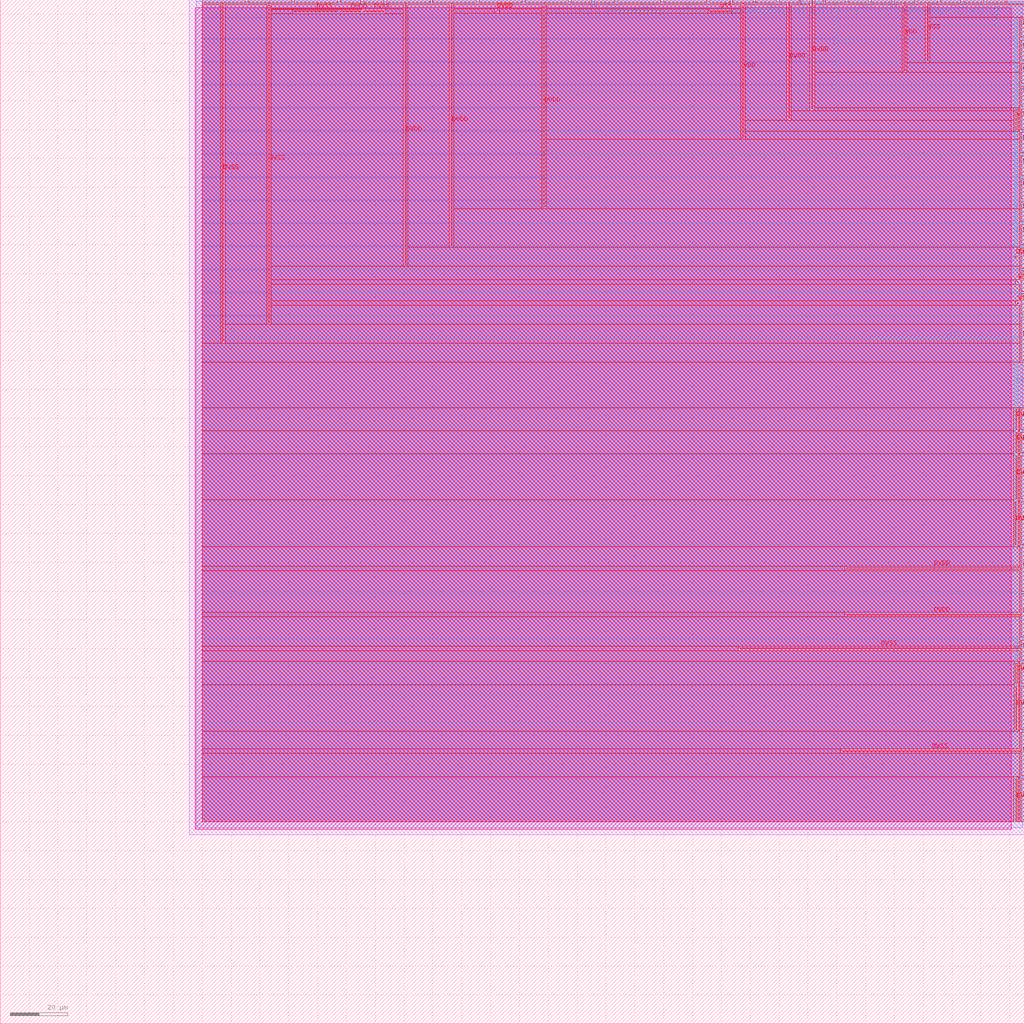
<source format=lef>
VERSION 5.7 ;
  NOWIREEXTENSIONATPIN ON ;
  DIVIDERCHAR "/" ;
  BUSBITCHARS "[]" ;
MACRO gf180mcu_fd_io__asig_5p0
  CLASS PAD INOUT ;
  FOREIGN gf180mcu_fd_io__asig_5p0 ;
  ORIGIN 0.000 0.000 ;
  SIZE 75.000 BY 350.000 ;
  SYMMETRY X Y R90 ;
  SITE GF_IO_Site ;
  PIN ASIG5V
    DIRECTION INOUT ;
    USE SIGNAL ;
    ANTENNADIFFAREA 1200.000000 ;
    PORT
      LAYER Metal2 ;
        RECT 15.340 134.370 17.880 350.000 ;
    END
    PORT
      LAYER Metal2 ;
        RECT 21.020 134.370 23.560 350.000 ;
    END
    PORT
      LAYER Metal2 ;
        RECT 26.700 134.370 29.240 350.000 ;
    END
    PORT
      LAYER Metal2 ;
        RECT 32.380 134.370 34.920 350.000 ;
    END
    PORT
      LAYER Metal2 ;
        RECT 40.080 134.370 42.620 350.000 ;
    END
    PORT
      LAYER Metal2 ;
        RECT 45.760 134.370 48.300 350.000 ;
    END
    PORT
      LAYER Metal2 ;
        RECT 51.440 134.370 53.980 350.000 ;
    END
    PORT
      LAYER Metal2 ;
        RECT 57.120 134.370 59.660 350.000 ;
    END
  END ASIG5V
  PIN DVDD
    DIRECTION INOUT ;
    USE POWER ;
    PORT
      LAYER Metal5 ;
        RECT 74.000 118.000 75.000 125.000 ;
    END
    PORT
      LAYER Metal5 ;
        RECT 74.000 182.000 75.000 197.000 ;
    END
    PORT
      LAYER Metal5 ;
        RECT 74.000 166.000 75.000 181.000 ;
    END
    PORT
      LAYER Metal5 ;
        RECT 74.000 150.000 75.000 165.000 ;
    END
    PORT
      LAYER Metal5 ;
        RECT 74.000 134.000 75.000 149.000 ;
    END
    PORT
      LAYER Metal5 ;
        RECT 74.000 214.000 75.000 229.000 ;
    END
    PORT
      LAYER Metal5 ;
        RECT 74.000 206.000 75.000 213.000 ;
    END
    PORT
      LAYER Metal5 ;
        RECT 74.000 278.000 75.000 285.000 ;
    END
    PORT
      LAYER Metal5 ;
        RECT 74.000 270.000 75.000 277.000 ;
    END
    PORT
      LAYER Metal5 ;
        RECT 74.000 262.000 75.000 269.000 ;
    END
    PORT
      LAYER Metal5 ;
        RECT 74.000 294.000 75.000 301.000 ;
    END
    PORT
      LAYER Metal5 ;
        RECT 74.000 334.000 75.000 341.000 ;
    END
    PORT
      LAYER Metal4 ;
        RECT 74.000 118.000 75.000 125.000 ;
    END
    PORT
      LAYER Metal4 ;
        RECT 74.000 182.000 75.000 197.000 ;
    END
    PORT
      LAYER Metal4 ;
        RECT 74.000 166.000 75.000 181.000 ;
    END
    PORT
      LAYER Metal4 ;
        RECT 74.000 150.000 75.000 165.000 ;
    END
    PORT
      LAYER Metal4 ;
        RECT 74.000 134.000 75.000 149.000 ;
    END
    PORT
      LAYER Metal4 ;
        RECT 74.000 214.000 75.000 229.000 ;
    END
    PORT
      LAYER Metal4 ;
        RECT 74.000 206.000 75.000 213.000 ;
    END
    PORT
      LAYER Metal4 ;
        RECT 74.000 278.000 75.000 285.000 ;
    END
    PORT
      LAYER Metal4 ;
        RECT 74.000 270.000 75.000 277.000 ;
    END
    PORT
      LAYER Metal4 ;
        RECT 74.000 262.000 75.000 269.000 ;
    END
    PORT
      LAYER Metal4 ;
        RECT 74.000 294.000 75.000 301.000 ;
    END
    PORT
      LAYER Metal4 ;
        RECT 74.000 334.000 75.000 341.000 ;
    END
    PORT
      LAYER Metal3 ;
        RECT 74.000 118.000 75.000 125.000 ;
    END
    PORT
      LAYER Metal3 ;
        RECT 74.000 182.000 75.000 197.000 ;
    END
    PORT
      LAYER Metal3 ;
        RECT 74.000 166.000 75.000 181.000 ;
    END
    PORT
      LAYER Metal3 ;
        RECT 74.000 150.000 75.000 165.000 ;
    END
    PORT
      LAYER Metal3 ;
        RECT 74.000 134.000 75.000 149.000 ;
    END
    PORT
      LAYER Metal3 ;
        RECT 74.000 214.000 75.000 229.000 ;
    END
    PORT
      LAYER Metal3 ;
        RECT 74.000 206.000 75.000 213.000 ;
    END
    PORT
      LAYER Metal3 ;
        RECT 74.000 278.000 75.000 285.000 ;
    END
    PORT
      LAYER Metal3 ;
        RECT 74.000 270.000 75.000 277.000 ;
    END
    PORT
      LAYER Metal3 ;
        RECT 74.000 262.000 75.000 269.000 ;
    END
    PORT
      LAYER Metal3 ;
        RECT 74.000 294.000 75.000 301.000 ;
    END
    PORT
      LAYER Metal3 ;
        RECT 74.000 334.000 75.000 341.000 ;
    END
    PORT
      LAYER Metal3 ;
        RECT 0.000 334.000 1.000 341.000 ;
    END
    PORT
      LAYER Metal3 ;
        RECT 0.000 294.000 1.000 301.000 ;
    END
    PORT
      LAYER Metal3 ;
        RECT 0.000 262.000 1.000 269.000 ;
    END
    PORT
      LAYER Metal3 ;
        RECT 0.000 270.000 1.000 277.000 ;
    END
    PORT
      LAYER Metal3 ;
        RECT 0.000 278.000 1.000 285.000 ;
    END
    PORT
      LAYER Metal3 ;
        RECT 0.000 206.000 1.000 213.000 ;
    END
    PORT
      LAYER Metal3 ;
        RECT 0.000 214.000 1.000 229.000 ;
    END
    PORT
      LAYER Metal3 ;
        RECT 0.000 134.000 1.000 149.000 ;
    END
    PORT
      LAYER Metal3 ;
        RECT 0.000 150.000 1.000 165.000 ;
    END
    PORT
      LAYER Metal3 ;
        RECT 0.000 166.000 1.000 181.000 ;
    END
    PORT
      LAYER Metal3 ;
        RECT 0.000 182.000 1.000 197.000 ;
    END
    PORT
      LAYER Metal5 ;
        RECT 0.000 334.000 1.000 341.000 ;
    END
    PORT
      LAYER Metal5 ;
        RECT 0.000 294.000 1.000 301.000 ;
    END
    PORT
      LAYER Metal5 ;
        RECT 0.000 262.000 1.000 269.000 ;
    END
    PORT
      LAYER Metal5 ;
        RECT 0.000 270.000 1.000 277.000 ;
    END
    PORT
      LAYER Metal5 ;
        RECT 0.000 278.000 1.000 285.000 ;
    END
    PORT
      LAYER Metal5 ;
        RECT 0.000 206.000 1.000 213.000 ;
    END
    PORT
      LAYER Metal5 ;
        RECT 0.000 214.000 1.000 229.000 ;
    END
    PORT
      LAYER Metal5 ;
        RECT 0.000 134.000 1.000 149.000 ;
    END
    PORT
      LAYER Metal5 ;
        RECT 0.000 150.000 1.000 165.000 ;
    END
    PORT
      LAYER Metal5 ;
        RECT 0.000 166.000 1.000 181.000 ;
    END
    PORT
      LAYER Metal5 ;
        RECT 0.000 182.000 1.000 197.000 ;
    END
    PORT
      LAYER Metal4 ;
        RECT 0.000 334.000 1.000 341.000 ;
    END
    PORT
      LAYER Metal4 ;
        RECT 0.000 294.000 1.000 301.000 ;
    END
    PORT
      LAYER Metal4 ;
        RECT 0.000 262.000 1.000 269.000 ;
    END
    PORT
      LAYER Metal4 ;
        RECT 0.000 270.000 1.000 277.000 ;
    END
    PORT
      LAYER Metal4 ;
        RECT 0.000 278.000 1.000 285.000 ;
    END
    PORT
      LAYER Metal4 ;
        RECT 0.000 206.000 1.000 213.000 ;
    END
    PORT
      LAYER Metal4 ;
        RECT 0.000 214.000 1.000 229.000 ;
    END
    PORT
      LAYER Metal4 ;
        RECT 0.000 134.000 1.000 149.000 ;
    END
    PORT
      LAYER Metal4 ;
        RECT 0.000 150.000 1.000 165.000 ;
    END
    PORT
      LAYER Metal4 ;
        RECT 0.000 166.000 1.000 181.000 ;
    END
    PORT
      LAYER Metal4 ;
        RECT 0.000 182.000 1.000 197.000 ;
    END
    PORT
      LAYER Metal4 ;
        RECT 0.000 118.000 1.000 125.000 ;
    END
    PORT
      LAYER Metal5 ;
        RECT 0.000 118.000 1.000 125.000 ;
    END
    PORT
      LAYER Metal3 ;
        RECT 0.000 118.000 1.000 125.000 ;
    END
  END DVDD
  PIN DVSS
    DIRECTION INOUT ;
    USE GROUND ;
    PORT
      LAYER Metal5 ;
        RECT 74.000 102.000 75.000 117.000 ;
    END
    PORT
      LAYER Metal5 ;
        RECT 74.000 86.000 75.000 101.000 ;
    END
    PORT
      LAYER Metal5 ;
        RECT 74.000 70.000 75.000 85.000 ;
    END
    PORT
      LAYER Metal5 ;
        RECT 74.000 126.000 75.000 133.000 ;
    END
    PORT
      LAYER Metal5 ;
        RECT 74.000 198.000 75.000 205.000 ;
    END
    PORT
      LAYER Metal5 ;
        RECT 74.000 230.000 75.000 245.000 ;
    END
    PORT
      LAYER Metal5 ;
        RECT 74.000 286.000 75.000 293.000 ;
    END
    PORT
      LAYER Metal5 ;
        RECT 74.000 302.000 75.000 309.000 ;
    END
    PORT
      LAYER Metal5 ;
        RECT 74.000 326.000 75.000 333.000 ;
    END
    PORT
      LAYER Metal5 ;
        RECT 74.000 342.000 75.000 348.390 ;
    END
    PORT
      LAYER Metal4 ;
        RECT 74.000 102.000 75.000 117.000 ;
    END
    PORT
      LAYER Metal4 ;
        RECT 74.000 86.000 75.000 101.000 ;
    END
    PORT
      LAYER Metal4 ;
        RECT 74.000 70.000 75.000 85.000 ;
    END
    PORT
      LAYER Metal4 ;
        RECT 74.000 126.000 75.000 133.000 ;
    END
    PORT
      LAYER Metal4 ;
        RECT 74.000 198.000 75.000 205.000 ;
    END
    PORT
      LAYER Metal4 ;
        RECT 74.000 230.000 75.000 245.000 ;
    END
    PORT
      LAYER Metal4 ;
        RECT 74.000 286.000 75.000 293.000 ;
    END
    PORT
      LAYER Metal4 ;
        RECT 74.000 302.000 75.000 309.000 ;
    END
    PORT
      LAYER Metal4 ;
        RECT 74.000 326.000 75.000 333.000 ;
    END
    PORT
      LAYER Metal4 ;
        RECT 74.000 342.000 75.000 348.390 ;
    END
    PORT
      LAYER Metal3 ;
        RECT 74.000 102.000 75.000 117.000 ;
    END
    PORT
      LAYER Metal3 ;
        RECT 74.000 86.000 75.000 101.000 ;
    END
    PORT
      LAYER Metal3 ;
        RECT 74.000 70.000 75.000 85.000 ;
    END
    PORT
      LAYER Metal3 ;
        RECT 74.000 126.000 75.000 133.000 ;
    END
    PORT
      LAYER Metal3 ;
        RECT 74.000 198.000 75.000 205.000 ;
    END
    PORT
      LAYER Metal3 ;
        RECT 74.000 230.000 75.000 245.000 ;
    END
    PORT
      LAYER Metal3 ;
        RECT 74.000 286.000 75.000 293.000 ;
    END
    PORT
      LAYER Metal3 ;
        RECT 74.000 302.000 75.000 309.000 ;
    END
    PORT
      LAYER Metal3 ;
        RECT 74.000 326.000 75.000 333.000 ;
    END
    PORT
      LAYER Metal3 ;
        RECT 74.000 342.000 75.000 348.390 ;
    END
    PORT
      LAYER Metal3 ;
        RECT 0.000 342.000 1.000 348.390 ;
    END
    PORT
      LAYER Metal3 ;
        RECT 0.000 326.000 1.000 333.000 ;
    END
    PORT
      LAYER Metal3 ;
        RECT 0.000 302.000 1.000 309.000 ;
    END
    PORT
      LAYER Metal3 ;
        RECT 0.000 286.000 1.000 293.000 ;
    END
    PORT
      LAYER Metal3 ;
        RECT 0.000 230.000 1.000 245.000 ;
    END
    PORT
      LAYER Metal3 ;
        RECT 0.000 198.000 1.000 205.000 ;
    END
    PORT
      LAYER Metal3 ;
        RECT 0.000 126.000 1.000 133.000 ;
    END
    PORT
      LAYER Metal3 ;
        RECT 0.000 70.000 1.000 85.000 ;
    END
    PORT
      LAYER Metal3 ;
        RECT 0.000 86.000 1.000 101.000 ;
    END
    PORT
      LAYER Metal5 ;
        RECT 0.000 342.000 1.000 348.390 ;
    END
    PORT
      LAYER Metal5 ;
        RECT 0.000 326.000 1.000 333.000 ;
    END
    PORT
      LAYER Metal5 ;
        RECT 0.000 302.000 1.000 309.000 ;
    END
    PORT
      LAYER Metal5 ;
        RECT 0.000 286.000 1.000 293.000 ;
    END
    PORT
      LAYER Metal5 ;
        RECT 0.000 230.000 1.000 245.000 ;
    END
    PORT
      LAYER Metal5 ;
        RECT 0.000 198.000 1.000 205.000 ;
    END
    PORT
      LAYER Metal5 ;
        RECT 0.000 126.000 1.000 133.000 ;
    END
    PORT
      LAYER Metal5 ;
        RECT 0.000 70.000 1.000 85.000 ;
    END
    PORT
      LAYER Metal5 ;
        RECT 0.000 86.000 1.000 101.000 ;
    END
    PORT
      LAYER Metal4 ;
        RECT 0.000 342.000 1.000 348.390 ;
    END
    PORT
      LAYER Metal4 ;
        RECT 0.000 326.000 1.000 333.000 ;
    END
    PORT
      LAYER Metal4 ;
        RECT 0.000 302.000 1.000 309.000 ;
    END
    PORT
      LAYER Metal4 ;
        RECT 0.000 286.000 1.000 293.000 ;
    END
    PORT
      LAYER Metal4 ;
        RECT 0.000 230.000 1.000 245.000 ;
    END
    PORT
      LAYER Metal4 ;
        RECT 0.000 198.000 1.000 205.000 ;
    END
    PORT
      LAYER Metal4 ;
        RECT 0.000 126.000 1.000 133.000 ;
    END
    PORT
      LAYER Metal4 ;
        RECT 0.000 70.000 1.000 85.000 ;
    END
    PORT
      LAYER Metal4 ;
        RECT 0.000 86.000 1.000 101.000 ;
    END
    PORT
      LAYER Metal4 ;
        RECT 0.000 102.000 1.000 117.000 ;
    END
    PORT
      LAYER Metal5 ;
        RECT 0.000 102.000 1.000 117.000 ;
    END
    PORT
      LAYER Metal3 ;
        RECT 0.000 102.000 1.000 117.000 ;
    END
  END DVSS
  PIN VDD
    DIRECTION INOUT ;
    USE POWER ;
    PORT
      LAYER Metal5 ;
        RECT 74.000 254.000 75.000 261.000 ;
    END
    PORT
      LAYER Metal5 ;
        RECT 74.000 310.000 75.000 317.000 ;
    END
    PORT
      LAYER Metal4 ;
        RECT 74.000 254.000 75.000 261.000 ;
    END
    PORT
      LAYER Metal4 ;
        RECT 74.000 310.000 75.000 317.000 ;
    END
    PORT
      LAYER Metal3 ;
        RECT 74.000 254.000 75.000 261.000 ;
    END
    PORT
      LAYER Metal3 ;
        RECT 74.000 310.000 75.000 317.000 ;
    END
    PORT
      LAYER Metal3 ;
        RECT 0.000 310.000 1.000 317.000 ;
    END
    PORT
      LAYER Metal5 ;
        RECT 0.000 310.000 1.000 317.000 ;
    END
    PORT
      LAYER Metal4 ;
        RECT 0.000 310.000 1.000 317.000 ;
    END
    PORT
      LAYER Metal4 ;
        RECT 0.000 254.000 1.000 261.000 ;
    END
    PORT
      LAYER Metal5 ;
        RECT 0.000 254.000 1.000 261.000 ;
    END
    PORT
      LAYER Metal3 ;
        RECT 0.000 254.000 1.000 261.000 ;
    END
  END VDD
  PIN VSS
    DIRECTION INOUT ;
    USE GROUND ;
    PORT
      LAYER Metal5 ;
        RECT 74.000 246.000 75.000 253.000 ;
    END
    PORT
      LAYER Metal5 ;
        RECT 74.000 318.000 75.000 325.000 ;
    END
    PORT
      LAYER Metal4 ;
        RECT 74.000 246.000 75.000 253.000 ;
    END
    PORT
      LAYER Metal4 ;
        RECT 74.000 318.000 75.000 325.000 ;
    END
    PORT
      LAYER Metal3 ;
        RECT 74.000 246.000 75.000 253.000 ;
    END
    PORT
      LAYER Metal3 ;
        RECT 74.000 318.000 75.000 325.000 ;
    END
    PORT
      LAYER Metal3 ;
        RECT 0.000 318.000 1.000 325.000 ;
    END
    PORT
      LAYER Metal5 ;
        RECT 0.000 318.000 1.000 325.000 ;
    END
    PORT
      LAYER Metal4 ;
        RECT 0.000 318.000 1.000 325.000 ;
    END
    PORT
      LAYER Metal4 ;
        RECT 0.000 246.000 1.000 253.000 ;
    END
    PORT
      LAYER Metal5 ;
        RECT 0.000 246.000 1.000 253.000 ;
    END
    PORT
      LAYER Metal3 ;
        RECT 0.000 246.000 1.000 253.000 ;
    END
  END VSS
  OBS
      LAYER Nwell ;
        RECT 3.790 70.755 71.210 344.755 ;
      LAYER Metal1 ;
        RECT -0.160 65.540 75.160 349.785 ;
      LAYER Metal2 ;
        RECT 0.000 134.070 15.040 348.390 ;
        RECT 18.180 134.070 20.720 348.390 ;
        RECT 23.860 134.070 26.400 348.390 ;
        RECT 29.540 134.070 32.080 348.390 ;
        RECT 35.220 134.070 39.780 348.390 ;
        RECT 42.920 134.070 45.460 348.390 ;
        RECT 48.600 134.070 51.140 348.390 ;
        RECT 54.280 134.070 56.820 348.390 ;
        RECT 59.960 134.070 75.000 348.390 ;
        RECT 0.000 0.000 75.000 134.070 ;
      LAYER Metal3 ;
        RECT 1.300 341.700 73.700 348.390 ;
        RECT 1.000 341.300 74.000 341.700 ;
        RECT 1.300 333.700 73.700 341.300 ;
        RECT 1.000 333.300 74.000 333.700 ;
        RECT 1.300 325.700 73.700 333.300 ;
        RECT 1.000 325.300 74.000 325.700 ;
        RECT 1.300 317.700 73.700 325.300 ;
        RECT 1.000 317.300 74.000 317.700 ;
        RECT 1.300 309.700 73.700 317.300 ;
        RECT 1.000 309.300 74.000 309.700 ;
        RECT 1.300 301.700 73.700 309.300 ;
        RECT 1.000 301.300 74.000 301.700 ;
        RECT 1.300 293.700 73.700 301.300 ;
        RECT 1.000 293.300 74.000 293.700 ;
        RECT 1.300 285.700 73.700 293.300 ;
        RECT 1.000 285.300 74.000 285.700 ;
        RECT 1.300 277.700 73.700 285.300 ;
        RECT 1.000 277.300 74.000 277.700 ;
        RECT 1.300 269.700 73.700 277.300 ;
        RECT 1.000 269.300 74.000 269.700 ;
        RECT 1.300 261.700 73.700 269.300 ;
        RECT 1.000 261.300 74.000 261.700 ;
        RECT 1.300 253.700 73.700 261.300 ;
        RECT 1.000 253.300 74.000 253.700 ;
        RECT 1.300 245.700 73.700 253.300 ;
        RECT 1.000 245.300 74.000 245.700 ;
        RECT 1.300 229.700 73.700 245.300 ;
        RECT 1.000 229.300 74.000 229.700 ;
        RECT 1.300 213.700 73.700 229.300 ;
        RECT 1.000 213.300 74.000 213.700 ;
        RECT 1.300 205.700 73.700 213.300 ;
        RECT 1.000 205.300 74.000 205.700 ;
        RECT 1.300 197.700 73.700 205.300 ;
        RECT 1.000 197.300 74.000 197.700 ;
        RECT 1.300 181.700 73.700 197.300 ;
        RECT 1.000 181.300 74.000 181.700 ;
        RECT 1.300 165.700 73.700 181.300 ;
        RECT 1.000 165.300 74.000 165.700 ;
        RECT 1.300 149.700 73.700 165.300 ;
        RECT 1.000 149.300 74.000 149.700 ;
        RECT 1.300 133.700 73.700 149.300 ;
        RECT 1.000 133.300 74.000 133.700 ;
        RECT 1.300 125.700 73.700 133.300 ;
        RECT 1.000 125.300 74.000 125.700 ;
        RECT 1.300 117.700 73.700 125.300 ;
        RECT 1.000 117.300 74.000 117.700 ;
        RECT 1.300 101.700 73.700 117.300 ;
        RECT 1.000 101.300 74.000 101.700 ;
        RECT 1.300 85.700 73.700 101.300 ;
        RECT 1.000 85.300 74.000 85.700 ;
        RECT 1.300 69.700 73.700 85.300 ;
        RECT 1.000 0.000 74.000 69.700 ;
      LAYER Metal4 ;
        RECT 1.300 341.700 73.700 348.390 ;
        RECT 1.000 341.300 74.000 341.700 ;
        RECT 1.300 333.700 73.700 341.300 ;
        RECT 1.000 333.300 74.000 333.700 ;
        RECT 1.300 325.700 73.700 333.300 ;
        RECT 1.000 325.300 74.000 325.700 ;
        RECT 1.300 317.700 73.700 325.300 ;
        RECT 1.000 317.300 74.000 317.700 ;
        RECT 1.300 309.700 73.700 317.300 ;
        RECT 1.000 309.300 74.000 309.700 ;
        RECT 1.300 301.700 73.700 309.300 ;
        RECT 1.000 301.300 74.000 301.700 ;
        RECT 1.300 293.700 73.700 301.300 ;
        RECT 1.000 293.300 74.000 293.700 ;
        RECT 1.300 285.700 73.700 293.300 ;
        RECT 1.000 285.300 74.000 285.700 ;
        RECT 1.300 277.700 73.700 285.300 ;
        RECT 1.000 277.300 74.000 277.700 ;
        RECT 1.300 269.700 73.700 277.300 ;
        RECT 1.000 269.300 74.000 269.700 ;
        RECT 1.300 261.700 73.700 269.300 ;
        RECT 1.000 261.300 74.000 261.700 ;
        RECT 1.300 253.700 73.700 261.300 ;
        RECT 1.000 253.300 74.000 253.700 ;
        RECT 1.300 245.700 73.700 253.300 ;
        RECT 1.000 245.300 74.000 245.700 ;
        RECT 1.300 229.700 73.700 245.300 ;
        RECT 1.000 229.300 74.000 229.700 ;
        RECT 1.300 213.700 73.700 229.300 ;
        RECT 1.000 213.300 74.000 213.700 ;
        RECT 1.300 205.700 73.700 213.300 ;
        RECT 1.000 205.300 74.000 205.700 ;
        RECT 1.300 197.700 73.700 205.300 ;
        RECT 1.000 197.300 74.000 197.700 ;
        RECT 1.300 181.700 73.700 197.300 ;
        RECT 1.000 181.300 74.000 181.700 ;
        RECT 1.300 165.700 73.700 181.300 ;
        RECT 1.000 165.300 74.000 165.700 ;
        RECT 1.300 149.700 73.700 165.300 ;
        RECT 1.000 149.300 74.000 149.700 ;
        RECT 1.300 133.700 73.700 149.300 ;
        RECT 1.000 133.300 74.000 133.700 ;
        RECT 1.300 125.700 73.700 133.300 ;
        RECT 1.000 125.300 74.000 125.700 ;
        RECT 1.300 117.700 73.700 125.300 ;
        RECT 1.000 117.300 74.000 117.700 ;
        RECT 1.300 101.700 73.700 117.300 ;
        RECT 1.000 101.300 74.000 101.700 ;
        RECT 1.300 85.700 73.700 101.300 ;
        RECT 1.000 85.300 74.000 85.700 ;
        RECT 1.300 69.700 73.700 85.300 ;
        RECT 1.000 0.000 74.000 69.700 ;
      LAYER Metal5 ;
        RECT 1.600 69.400 73.400 348.390 ;
        RECT 1.000 0.000 74.000 69.400 ;
  END
END gf180mcu_fd_io__asig_5p0
END LIBRARY

VERSION 5.7 ;
  NOWIREEXTENSIONATPIN ON ;
  DIVIDERCHAR "/" ;
  BUSBITCHARS "[]" ;
MACRO gf180mcu_fd_io__bi_24t
  CLASS PAD INOUT ;
  FOREIGN gf180mcu_fd_io__bi_24t ;
  ORIGIN 0.000 0.000 ;
  SIZE 75.000 BY 350.000 ;
  SYMMETRY X Y R90 ;
  SITE GF_IO_Site ;
  PIN A
    DIRECTION INPUT ;
    USE SIGNAL ;
    ANTENNAGATEAREA 4.200000 ;
    ANTENNADIFFAREA 1.000000 ;
    PORT
      LAYER Metal2 ;
        RECT 69.400 264.310 69.780 350.000 ;
    END
  END A
  PIN CS
    DIRECTION INPUT ;
    USE SIGNAL ;
    ANTENNAGATEAREA 3.150000 ;
    ANTENNADIFFAREA 1.000000 ;
    PORT
      LAYER Metal2 ;
        RECT 3.360 328.395 3.740 350.000 ;
    END
  END CS
  PIN DVDD
    DIRECTION INOUT ;
    USE POWER ;
    PORT
      LAYER Metal5 ;
        RECT 74.000 118.000 75.000 125.000 ;
    END
    PORT
      LAYER Metal5 ;
        RECT 74.000 182.000 75.000 197.000 ;
    END
    PORT
      LAYER Metal5 ;
        RECT 74.000 166.000 75.000 181.000 ;
    END
    PORT
      LAYER Metal5 ;
        RECT 74.000 150.000 75.000 165.000 ;
    END
    PORT
      LAYER Metal5 ;
        RECT 74.000 134.000 75.000 149.000 ;
    END
    PORT
      LAYER Metal5 ;
        RECT 74.000 214.000 75.000 229.000 ;
    END
    PORT
      LAYER Metal5 ;
        RECT 74.000 206.000 75.000 213.000 ;
    END
    PORT
      LAYER Metal5 ;
        RECT 74.000 278.000 75.000 285.000 ;
    END
    PORT
      LAYER Metal5 ;
        RECT 74.000 270.000 75.000 277.000 ;
    END
    PORT
      LAYER Metal5 ;
        RECT 74.000 262.000 75.000 269.000 ;
    END
    PORT
      LAYER Metal5 ;
        RECT 74.000 294.000 75.000 301.000 ;
    END
    PORT
      LAYER Metal5 ;
        RECT 74.000 334.000 75.000 341.000 ;
    END
    PORT
      LAYER Metal4 ;
        RECT 74.000 118.000 75.000 125.000 ;
    END
    PORT
      LAYER Metal4 ;
        RECT 74.000 182.000 75.000 197.000 ;
    END
    PORT
      LAYER Metal4 ;
        RECT 74.000 166.000 75.000 181.000 ;
    END
    PORT
      LAYER Metal4 ;
        RECT 74.000 150.000 75.000 165.000 ;
    END
    PORT
      LAYER Metal4 ;
        RECT 74.000 134.000 75.000 149.000 ;
    END
    PORT
      LAYER Metal4 ;
        RECT 74.000 214.000 75.000 229.000 ;
    END
    PORT
      LAYER Metal4 ;
        RECT 74.000 206.000 75.000 213.000 ;
    END
    PORT
      LAYER Metal4 ;
        RECT 74.000 278.000 75.000 285.000 ;
    END
    PORT
      LAYER Metal4 ;
        RECT 74.000 270.000 75.000 277.000 ;
    END
    PORT
      LAYER Metal4 ;
        RECT 74.000 262.000 75.000 269.000 ;
    END
    PORT
      LAYER Metal4 ;
        RECT 74.000 294.000 75.000 301.000 ;
    END
    PORT
      LAYER Metal4 ;
        RECT 74.000 334.000 75.000 341.000 ;
    END
    PORT
      LAYER Metal3 ;
        RECT 74.000 118.000 75.000 125.000 ;
    END
    PORT
      LAYER Metal3 ;
        RECT 74.000 182.000 75.000 197.000 ;
    END
    PORT
      LAYER Metal3 ;
        RECT 74.000 166.000 75.000 181.000 ;
    END
    PORT
      LAYER Metal3 ;
        RECT 74.000 150.000 75.000 165.000 ;
    END
    PORT
      LAYER Metal3 ;
        RECT 74.000 134.000 75.000 149.000 ;
    END
    PORT
      LAYER Metal3 ;
        RECT 74.000 214.000 75.000 229.000 ;
    END
    PORT
      LAYER Metal3 ;
        RECT 74.000 206.000 75.000 213.000 ;
    END
    PORT
      LAYER Metal3 ;
        RECT 74.000 278.000 75.000 285.000 ;
    END
    PORT
      LAYER Metal3 ;
        RECT 74.000 270.000 75.000 277.000 ;
    END
    PORT
      LAYER Metal3 ;
        RECT 74.000 262.000 75.000 269.000 ;
    END
    PORT
      LAYER Metal3 ;
        RECT 74.000 294.000 75.000 301.000 ;
    END
    PORT
      LAYER Metal3 ;
        RECT 74.000 334.000 75.000 341.000 ;
    END
    PORT
      LAYER Metal3 ;
        RECT 0.000 334.000 1.000 341.000 ;
    END
    PORT
      LAYER Metal3 ;
        RECT 0.000 294.000 1.000 301.000 ;
    END
    PORT
      LAYER Metal3 ;
        RECT 0.000 262.000 1.000 269.000 ;
    END
    PORT
      LAYER Metal3 ;
        RECT 0.000 270.000 1.000 277.000 ;
    END
    PORT
      LAYER Metal3 ;
        RECT 0.000 278.000 1.000 285.000 ;
    END
    PORT
      LAYER Metal3 ;
        RECT 0.000 206.000 1.000 213.000 ;
    END
    PORT
      LAYER Metal3 ;
        RECT 0.000 214.000 1.000 229.000 ;
    END
    PORT
      LAYER Metal3 ;
        RECT 0.000 134.000 1.000 149.000 ;
    END
    PORT
      LAYER Metal3 ;
        RECT 0.000 150.000 1.000 165.000 ;
    END
    PORT
      LAYER Metal3 ;
        RECT 0.000 166.000 1.000 181.000 ;
    END
    PORT
      LAYER Metal3 ;
        RECT 0.000 182.000 1.000 197.000 ;
    END
    PORT
      LAYER Metal4 ;
        RECT 0.000 334.000 1.000 341.000 ;
    END
    PORT
      LAYER Metal4 ;
        RECT 0.000 294.000 1.000 301.000 ;
    END
    PORT
      LAYER Metal4 ;
        RECT 0.000 262.000 1.000 269.000 ;
    END
    PORT
      LAYER Metal4 ;
        RECT 0.000 270.000 1.000 277.000 ;
    END
    PORT
      LAYER Metal4 ;
        RECT 0.000 278.000 1.000 285.000 ;
    END
    PORT
      LAYER Metal4 ;
        RECT 0.000 206.000 1.000 213.000 ;
    END
    PORT
      LAYER Metal4 ;
        RECT 0.000 214.000 1.000 229.000 ;
    END
    PORT
      LAYER Metal4 ;
        RECT 0.000 134.000 1.000 149.000 ;
    END
    PORT
      LAYER Metal4 ;
        RECT 0.000 150.000 1.000 165.000 ;
    END
    PORT
      LAYER Metal4 ;
        RECT 0.000 166.000 1.000 181.000 ;
    END
    PORT
      LAYER Metal4 ;
        RECT 0.000 182.000 1.000 197.000 ;
    END
    PORT
      LAYER Metal5 ;
        RECT 0.000 334.000 1.000 341.000 ;
    END
    PORT
      LAYER Metal5 ;
        RECT 0.000 294.000 1.000 301.000 ;
    END
    PORT
      LAYER Metal5 ;
        RECT 0.000 262.000 1.000 269.000 ;
    END
    PORT
      LAYER Metal5 ;
        RECT 0.000 270.000 1.000 277.000 ;
    END
    PORT
      LAYER Metal5 ;
        RECT 0.000 278.000 1.000 285.000 ;
    END
    PORT
      LAYER Metal5 ;
        RECT 0.000 206.000 1.000 213.000 ;
    END
    PORT
      LAYER Metal5 ;
        RECT 0.000 214.000 1.000 229.000 ;
    END
    PORT
      LAYER Metal5 ;
        RECT 0.000 134.000 1.000 149.000 ;
    END
    PORT
      LAYER Metal5 ;
        RECT 0.000 150.000 1.000 165.000 ;
    END
    PORT
      LAYER Metal5 ;
        RECT 0.000 166.000 1.000 181.000 ;
    END
    PORT
      LAYER Metal5 ;
        RECT 0.000 182.000 1.000 197.000 ;
    END
    PORT
      LAYER Metal5 ;
        RECT 0.000 118.000 1.000 125.000 ;
    END
    PORT
      LAYER Metal4 ;
        RECT 0.000 118.000 1.000 125.000 ;
    END
    PORT
      LAYER Metal3 ;
        RECT 0.000 118.000 1.000 125.000 ;
    END
  END DVDD
  PIN DVSS
    DIRECTION INOUT ;
    USE GROUND ;
    PORT
      LAYER Metal5 ;
        RECT 74.000 102.000 75.000 117.000 ;
    END
    PORT
      LAYER Metal5 ;
        RECT 74.000 86.000 75.000 101.000 ;
    END
    PORT
      LAYER Metal5 ;
        RECT 74.000 70.000 75.000 85.000 ;
    END
    PORT
      LAYER Metal5 ;
        RECT 74.000 126.000 75.000 133.000 ;
    END
    PORT
      LAYER Metal5 ;
        RECT 74.000 198.000 75.000 205.000 ;
    END
    PORT
      LAYER Metal5 ;
        RECT 74.000 230.000 75.000 245.000 ;
    END
    PORT
      LAYER Metal5 ;
        RECT 74.000 286.000 75.000 293.000 ;
    END
    PORT
      LAYER Metal5 ;
        RECT 74.000 302.000 75.000 309.000 ;
    END
    PORT
      LAYER Metal5 ;
        RECT 74.000 326.000 75.000 333.000 ;
    END
    PORT
      LAYER Metal5 ;
        RECT 74.000 342.000 75.000 348.390 ;
    END
    PORT
      LAYER Metal4 ;
        RECT 74.000 102.000 75.000 117.000 ;
    END
    PORT
      LAYER Metal4 ;
        RECT 74.000 86.000 75.000 101.000 ;
    END
    PORT
      LAYER Metal4 ;
        RECT 74.000 70.000 75.000 85.000 ;
    END
    PORT
      LAYER Metal4 ;
        RECT 74.000 126.000 75.000 133.000 ;
    END
    PORT
      LAYER Metal4 ;
        RECT 74.000 198.000 75.000 205.000 ;
    END
    PORT
      LAYER Metal4 ;
        RECT 74.000 230.000 75.000 245.000 ;
    END
    PORT
      LAYER Metal4 ;
        RECT 74.000 286.000 75.000 293.000 ;
    END
    PORT
      LAYER Metal4 ;
        RECT 74.000 302.000 75.000 309.000 ;
    END
    PORT
      LAYER Metal4 ;
        RECT 74.000 326.000 75.000 333.000 ;
    END
    PORT
      LAYER Metal4 ;
        RECT 74.000 342.000 75.000 348.390 ;
    END
    PORT
      LAYER Metal3 ;
        RECT 74.000 102.000 75.000 117.000 ;
    END
    PORT
      LAYER Metal3 ;
        RECT 74.000 86.000 75.000 101.000 ;
    END
    PORT
      LAYER Metal3 ;
        RECT 74.000 70.000 75.000 85.000 ;
    END
    PORT
      LAYER Metal3 ;
        RECT 74.000 126.000 75.000 133.000 ;
    END
    PORT
      LAYER Metal3 ;
        RECT 74.000 198.000 75.000 205.000 ;
    END
    PORT
      LAYER Metal3 ;
        RECT 74.000 230.000 75.000 245.000 ;
    END
    PORT
      LAYER Metal3 ;
        RECT 74.000 286.000 75.000 293.000 ;
    END
    PORT
      LAYER Metal3 ;
        RECT 74.000 302.000 75.000 309.000 ;
    END
    PORT
      LAYER Metal3 ;
        RECT 74.000 326.000 75.000 333.000 ;
    END
    PORT
      LAYER Metal3 ;
        RECT 74.000 342.000 75.000 348.390 ;
    END
    PORT
      LAYER Metal3 ;
        RECT 0.000 342.000 1.000 348.390 ;
    END
    PORT
      LAYER Metal3 ;
        RECT 0.000 326.000 1.000 333.000 ;
    END
    PORT
      LAYER Metal3 ;
        RECT 0.000 302.000 1.000 309.000 ;
    END
    PORT
      LAYER Metal3 ;
        RECT 0.000 286.000 1.000 293.000 ;
    END
    PORT
      LAYER Metal3 ;
        RECT 0.000 230.000 1.000 245.000 ;
    END
    PORT
      LAYER Metal3 ;
        RECT 0.000 198.000 1.000 205.000 ;
    END
    PORT
      LAYER Metal3 ;
        RECT 0.000 126.000 1.000 133.000 ;
    END
    PORT
      LAYER Metal3 ;
        RECT 0.000 70.000 1.000 85.000 ;
    END
    PORT
      LAYER Metal3 ;
        RECT 0.000 86.000 1.000 101.000 ;
    END
    PORT
      LAYER Metal4 ;
        RECT 0.000 342.000 1.000 348.390 ;
    END
    PORT
      LAYER Metal4 ;
        RECT 0.000 326.000 1.000 333.000 ;
    END
    PORT
      LAYER Metal4 ;
        RECT 0.000 302.000 1.000 309.000 ;
    END
    PORT
      LAYER Metal4 ;
        RECT 0.000 286.000 1.000 293.000 ;
    END
    PORT
      LAYER Metal4 ;
        RECT 0.000 230.000 1.000 245.000 ;
    END
    PORT
      LAYER Metal4 ;
        RECT 0.000 198.000 1.000 205.000 ;
    END
    PORT
      LAYER Metal4 ;
        RECT 0.000 126.000 1.000 133.000 ;
    END
    PORT
      LAYER Metal4 ;
        RECT 0.000 70.000 1.000 85.000 ;
    END
    PORT
      LAYER Metal4 ;
        RECT 0.000 86.000 1.000 101.000 ;
    END
    PORT
      LAYER Metal5 ;
        RECT 0.000 342.000 1.000 348.390 ;
    END
    PORT
      LAYER Metal5 ;
        RECT 0.000 326.000 1.000 333.000 ;
    END
    PORT
      LAYER Metal5 ;
        RECT 0.000 302.000 1.000 309.000 ;
    END
    PORT
      LAYER Metal5 ;
        RECT 0.000 286.000 1.000 293.000 ;
    END
    PORT
      LAYER Metal5 ;
        RECT 0.000 230.000 1.000 245.000 ;
    END
    PORT
      LAYER Metal5 ;
        RECT 0.000 198.000 1.000 205.000 ;
    END
    PORT
      LAYER Metal5 ;
        RECT 0.000 126.000 1.000 133.000 ;
    END
    PORT
      LAYER Metal5 ;
        RECT 0.000 70.000 1.000 85.000 ;
    END
    PORT
      LAYER Metal5 ;
        RECT 0.000 86.000 1.000 101.000 ;
    END
    PORT
      LAYER Metal5 ;
        RECT 0.000 102.000 1.000 117.000 ;
    END
    PORT
      LAYER Metal4 ;
        RECT 0.000 102.000 1.000 117.000 ;
    END
    PORT
      LAYER Metal3 ;
        RECT 0.000 102.000 1.000 117.000 ;
    END
  END DVSS
  PIN IE
    DIRECTION INPUT ;
    USE SIGNAL ;
    ANTENNAGATEAREA 3.150000 ;
    ANTENNADIFFAREA 1.000000 ;
    PORT
      LAYER Metal2 ;
        RECT 11.385 334.770 11.765 350.000 ;
    END
  END IE
  PIN OE
    DIRECTION INPUT ;
    USE SIGNAL ;
    ANTENNAGATEAREA 16.799999 ;
    ANTENNADIFFAREA 7.776000 ;
    PORT
      LAYER Metal2 ;
        RECT 70.130 266.190 70.510 350.000 ;
    END
  END OE
  PIN PAD
    DIRECTION INOUT ;
    USE SIGNAL ;
    ANTENNADIFFAREA 335.279999 ;
    PORT
      LAYER Metal5 ;
        RECT 25.000 20.000 50.000 45.000 ;
    END
  END PAD
  PIN PD
    DIRECTION INPUT ;
    USE SIGNAL ;
    ANTENNAGATEAREA 10.500000 ;
    ANTENNADIFFAREA 1.000000 ;
    PORT
      LAYER Metal2 ;
        RECT 10.330 329.950 10.710 350.000 ;
    END
  END PD
  PIN PU
    DIRECTION INPUT ;
    USE SIGNAL ;
    ANTENNAGATEAREA 7.350000 ;
    ANTENNADIFFAREA 2.980000 ;
    PORT
      LAYER Metal2 ;
        RECT 5.965 330.270 6.345 350.000 ;
    END
  END PU
  PIN SL
    DIRECTION INPUT ;
    USE SIGNAL ;
    ANTENNAGATEAREA 3.150000 ;
    ANTENNADIFFAREA 1.000000 ;
    PORT
      LAYER Metal2 ;
        RECT 68.670 264.990 69.050 350.000 ;
    END
  END SL
  PIN VDD
    DIRECTION INOUT ;
    USE POWER ;
    PORT
      LAYER Metal5 ;
        RECT 74.000 254.000 75.000 261.000 ;
    END
    PORT
      LAYER Metal5 ;
        RECT 74.000 310.000 75.000 317.000 ;
    END
    PORT
      LAYER Metal4 ;
        RECT 74.000 254.000 75.000 261.000 ;
    END
    PORT
      LAYER Metal4 ;
        RECT 74.000 310.000 75.000 317.000 ;
    END
    PORT
      LAYER Metal3 ;
        RECT 74.000 254.000 75.000 261.000 ;
    END
    PORT
      LAYER Metal3 ;
        RECT 74.000 310.000 75.000 317.000 ;
    END
    PORT
      LAYER Metal3 ;
        RECT 0.000 310.000 1.000 317.000 ;
    END
    PORT
      LAYER Metal4 ;
        RECT 0.000 310.000 1.000 317.000 ;
    END
    PORT
      LAYER Metal5 ;
        RECT 0.000 310.000 1.000 317.000 ;
    END
    PORT
      LAYER Metal5 ;
        RECT 0.000 254.000 1.000 261.000 ;
    END
    PORT
      LAYER Metal4 ;
        RECT 0.000 254.000 1.000 261.000 ;
    END
    PORT
      LAYER Metal3 ;
        RECT 0.000 254.000 1.000 261.000 ;
    END
  END VDD
  PIN VSS
    DIRECTION INOUT ;
    USE GROUND ;
    PORT
      LAYER Metal5 ;
        RECT 74.000 246.000 75.000 253.000 ;
    END
    PORT
      LAYER Metal5 ;
        RECT 74.000 318.000 75.000 325.000 ;
    END
    PORT
      LAYER Metal4 ;
        RECT 74.000 246.000 75.000 253.000 ;
    END
    PORT
      LAYER Metal4 ;
        RECT 74.000 318.000 75.000 325.000 ;
    END
    PORT
      LAYER Metal3 ;
        RECT 74.000 246.000 75.000 253.000 ;
    END
    PORT
      LAYER Metal3 ;
        RECT 74.000 318.000 75.000 325.000 ;
    END
    PORT
      LAYER Metal3 ;
        RECT 0.000 318.000 1.000 325.000 ;
    END
    PORT
      LAYER Metal4 ;
        RECT 0.000 318.000 1.000 325.000 ;
    END
    PORT
      LAYER Metal5 ;
        RECT 0.000 318.000 1.000 325.000 ;
    END
    PORT
      LAYER Metal5 ;
        RECT 0.000 246.000 1.000 253.000 ;
    END
    PORT
      LAYER Metal4 ;
        RECT 0.000 246.000 1.000 253.000 ;
    END
    PORT
      LAYER Metal3 ;
        RECT 0.000 246.000 1.000 253.000 ;
    END
  END VSS
  PIN Y
    DIRECTION OUTPUT ;
    USE SIGNAL ;
    ANTENNADIFFAREA 7.800000 ;
    PORT
      LAYER Metal2 ;
        RECT 70.860 319.750 71.240 350.000 ;
    END
  END Y
  OBS
      LAYER Nwell ;
        RECT 1.820 67.490 73.180 346.385 ;
      LAYER Metal1 ;
        RECT -0.160 65.540 75.160 349.785 ;
      LAYER Metal2 ;
        RECT 0.000 328.095 3.060 348.225 ;
        RECT 4.040 329.970 5.665 348.225 ;
        RECT 6.645 329.970 10.030 348.225 ;
        RECT 4.040 329.650 10.030 329.970 ;
        RECT 11.010 334.470 11.085 348.225 ;
        RECT 12.065 334.470 68.370 348.225 ;
        RECT 11.010 329.650 68.370 334.470 ;
        RECT 4.040 328.095 68.370 329.650 ;
        RECT 0.000 264.690 68.370 328.095 ;
        RECT 71.540 319.450 75.000 348.225 ;
        RECT 70.810 265.890 75.000 319.450 ;
        RECT 0.000 264.010 69.100 264.690 ;
        RECT 70.080 264.010 75.000 265.890 ;
        RECT 0.000 0.000 75.000 264.010 ;
      LAYER Metal3 ;
        RECT 1.300 341.700 73.700 348.390 ;
        RECT 1.000 341.300 74.000 341.700 ;
        RECT 1.300 333.700 73.700 341.300 ;
        RECT 1.000 333.300 74.000 333.700 ;
        RECT 1.300 325.700 73.700 333.300 ;
        RECT 1.000 325.300 74.000 325.700 ;
        RECT 1.300 317.700 73.700 325.300 ;
        RECT 1.000 317.300 74.000 317.700 ;
        RECT 1.300 309.700 73.700 317.300 ;
        RECT 1.000 309.300 74.000 309.700 ;
        RECT 1.300 301.700 73.700 309.300 ;
        RECT 1.000 301.300 74.000 301.700 ;
        RECT 1.300 293.700 73.700 301.300 ;
        RECT 1.000 293.300 74.000 293.700 ;
        RECT 1.300 285.700 73.700 293.300 ;
        RECT 1.000 285.300 74.000 285.700 ;
        RECT 1.300 277.700 73.700 285.300 ;
        RECT 1.000 277.300 74.000 277.700 ;
        RECT 1.300 269.700 73.700 277.300 ;
        RECT 1.000 269.300 74.000 269.700 ;
        RECT 1.300 261.700 73.700 269.300 ;
        RECT 1.000 261.300 74.000 261.700 ;
        RECT 1.300 253.700 73.700 261.300 ;
        RECT 1.000 253.300 74.000 253.700 ;
        RECT 1.300 245.700 73.700 253.300 ;
        RECT 1.000 245.300 74.000 245.700 ;
        RECT 1.300 229.700 73.700 245.300 ;
        RECT 1.000 229.300 74.000 229.700 ;
        RECT 1.300 213.700 73.700 229.300 ;
        RECT 1.000 213.300 74.000 213.700 ;
        RECT 1.300 205.700 73.700 213.300 ;
        RECT 1.000 205.300 74.000 205.700 ;
        RECT 1.300 197.700 73.700 205.300 ;
        RECT 1.000 197.300 74.000 197.700 ;
        RECT 1.300 181.700 73.700 197.300 ;
        RECT 1.000 181.300 74.000 181.700 ;
        RECT 1.300 165.700 73.700 181.300 ;
        RECT 1.000 165.300 74.000 165.700 ;
        RECT 1.300 149.700 73.700 165.300 ;
        RECT 1.000 149.300 74.000 149.700 ;
        RECT 1.300 133.700 73.700 149.300 ;
        RECT 1.000 133.300 74.000 133.700 ;
        RECT 1.300 125.700 73.700 133.300 ;
        RECT 1.000 125.300 74.000 125.700 ;
        RECT 1.300 117.700 73.700 125.300 ;
        RECT 1.000 117.300 74.000 117.700 ;
        RECT 1.300 101.700 73.700 117.300 ;
        RECT 1.000 101.300 74.000 101.700 ;
        RECT 1.300 85.700 73.700 101.300 ;
        RECT 1.000 85.300 74.000 85.700 ;
        RECT 1.300 69.700 73.700 85.300 ;
        RECT 1.000 0.000 74.000 69.700 ;
      LAYER Metal4 ;
        RECT 1.300 341.700 73.700 348.390 ;
        RECT 1.000 341.300 74.000 341.700 ;
        RECT 1.300 333.700 73.700 341.300 ;
        RECT 1.000 333.300 74.000 333.700 ;
        RECT 1.300 325.700 73.700 333.300 ;
        RECT 1.000 325.300 74.000 325.700 ;
        RECT 1.300 317.700 73.700 325.300 ;
        RECT 1.000 317.300 74.000 317.700 ;
        RECT 1.300 309.700 73.700 317.300 ;
        RECT 1.000 309.300 74.000 309.700 ;
        RECT 1.300 301.700 73.700 309.300 ;
        RECT 1.000 301.300 74.000 301.700 ;
        RECT 1.300 293.700 73.700 301.300 ;
        RECT 1.000 293.300 74.000 293.700 ;
        RECT 1.300 285.700 73.700 293.300 ;
        RECT 1.000 285.300 74.000 285.700 ;
        RECT 1.300 277.700 73.700 285.300 ;
        RECT 1.000 277.300 74.000 277.700 ;
        RECT 1.300 269.700 73.700 277.300 ;
        RECT 1.000 269.300 74.000 269.700 ;
        RECT 1.300 261.700 73.700 269.300 ;
        RECT 1.000 261.300 74.000 261.700 ;
        RECT 1.300 253.700 73.700 261.300 ;
        RECT 1.000 253.300 74.000 253.700 ;
        RECT 1.300 245.700 73.700 253.300 ;
        RECT 1.000 245.300 74.000 245.700 ;
        RECT 1.300 229.700 73.700 245.300 ;
        RECT 1.000 229.300 74.000 229.700 ;
        RECT 1.300 213.700 73.700 229.300 ;
        RECT 1.000 213.300 74.000 213.700 ;
        RECT 1.300 205.700 73.700 213.300 ;
        RECT 1.000 205.300 74.000 205.700 ;
        RECT 1.300 197.700 73.700 205.300 ;
        RECT 1.000 197.300 74.000 197.700 ;
        RECT 1.300 181.700 73.700 197.300 ;
        RECT 1.000 181.300 74.000 181.700 ;
        RECT 1.300 165.700 73.700 181.300 ;
        RECT 1.000 165.300 74.000 165.700 ;
        RECT 1.300 149.700 73.700 165.300 ;
        RECT 1.000 149.300 74.000 149.700 ;
        RECT 1.300 133.700 73.700 149.300 ;
        RECT 1.000 133.300 74.000 133.700 ;
        RECT 1.300 125.700 73.700 133.300 ;
        RECT 1.000 125.300 74.000 125.700 ;
        RECT 1.300 117.700 73.700 125.300 ;
        RECT 1.000 117.300 74.000 117.700 ;
        RECT 1.300 101.700 73.700 117.300 ;
        RECT 1.000 101.300 74.000 101.700 ;
        RECT 1.300 85.700 73.700 101.300 ;
        RECT 1.000 85.300 74.000 85.700 ;
        RECT 1.300 69.700 73.700 85.300 ;
        RECT 1.000 0.000 74.000 69.700 ;
      LAYER Metal5 ;
        RECT 1.600 69.400 73.400 348.390 ;
        RECT 1.000 45.600 74.000 69.400 ;
        RECT 1.000 19.400 24.400 45.600 ;
        RECT 50.600 19.400 74.000 45.600 ;
        RECT 1.000 0.000 74.000 19.400 ;
  END
END gf180mcu_fd_io__bi_24t
END LIBRARY

VERSION 5.7 ;
  NOWIREEXTENSIONATPIN ON ;
  DIVIDERCHAR "/" ;
  BUSBITCHARS "[]" ;
MACRO gf180mcu_fd_io__bi_t
  CLASS PAD INOUT ;
  FOREIGN gf180mcu_fd_io__bi_t ;
  ORIGIN 0.000 0.000 ;
  SIZE 75.000 BY 350.000 ;
  SYMMETRY X Y R90 ;
  SITE GF_IO_Site ;
  PIN A
    DIRECTION INPUT ;
    USE SIGNAL ;
    ANTENNAGATEAREA 4.200000 ;
    ANTENNADIFFAREA 1.000000 ;
    PORT
      LAYER Metal2 ;
        RECT 69.400 264.460 69.780 350.000 ;
    END
  END A
  PIN CS
    DIRECTION INPUT ;
    USE SIGNAL ;
    ANTENNAGATEAREA 3.150000 ;
    ANTENNADIFFAREA 1.000000 ;
    PORT
      LAYER Metal2 ;
        RECT 3.360 328.545 3.740 350.000 ;
    END
  END CS
  PIN DVDD
    DIRECTION INOUT ;
    USE POWER ;
    PORT
      LAYER Metal5 ;
        RECT 74.000 118.000 75.000 125.000 ;
    END
    PORT
      LAYER Metal5 ;
        RECT 74.000 182.000 75.000 197.000 ;
    END
    PORT
      LAYER Metal5 ;
        RECT 74.000 166.000 75.000 181.000 ;
    END
    PORT
      LAYER Metal5 ;
        RECT 74.000 150.000 75.000 165.000 ;
    END
    PORT
      LAYER Metal5 ;
        RECT 74.000 134.000 75.000 149.000 ;
    END
    PORT
      LAYER Metal5 ;
        RECT 74.000 214.000 75.000 229.000 ;
    END
    PORT
      LAYER Metal5 ;
        RECT 74.000 206.000 75.000 213.000 ;
    END
    PORT
      LAYER Metal5 ;
        RECT 74.000 278.000 75.000 285.000 ;
    END
    PORT
      LAYER Metal5 ;
        RECT 74.000 270.000 75.000 277.000 ;
    END
    PORT
      LAYER Metal5 ;
        RECT 74.000 262.000 75.000 269.000 ;
    END
    PORT
      LAYER Metal5 ;
        RECT 74.000 294.000 75.000 301.000 ;
    END
    PORT
      LAYER Metal5 ;
        RECT 74.000 334.000 75.000 341.000 ;
    END
    PORT
      LAYER Metal4 ;
        RECT 74.000 118.000 75.000 125.000 ;
    END
    PORT
      LAYER Metal4 ;
        RECT 74.000 182.000 75.000 197.000 ;
    END
    PORT
      LAYER Metal4 ;
        RECT 74.000 166.000 75.000 181.000 ;
    END
    PORT
      LAYER Metal4 ;
        RECT 74.000 150.000 75.000 165.000 ;
    END
    PORT
      LAYER Metal4 ;
        RECT 74.000 134.000 75.000 149.000 ;
    END
    PORT
      LAYER Metal4 ;
        RECT 74.000 214.000 75.000 229.000 ;
    END
    PORT
      LAYER Metal4 ;
        RECT 74.000 206.000 75.000 213.000 ;
    END
    PORT
      LAYER Metal4 ;
        RECT 74.000 278.000 75.000 285.000 ;
    END
    PORT
      LAYER Metal4 ;
        RECT 74.000 270.000 75.000 277.000 ;
    END
    PORT
      LAYER Metal4 ;
        RECT 74.000 262.000 75.000 269.000 ;
    END
    PORT
      LAYER Metal4 ;
        RECT 74.000 294.000 75.000 301.000 ;
    END
    PORT
      LAYER Metal4 ;
        RECT 74.000 334.000 75.000 341.000 ;
    END
    PORT
      LAYER Metal3 ;
        RECT 74.000 118.000 75.000 125.000 ;
    END
    PORT
      LAYER Metal3 ;
        RECT 74.000 182.000 75.000 197.000 ;
    END
    PORT
      LAYER Metal3 ;
        RECT 74.000 166.000 75.000 181.000 ;
    END
    PORT
      LAYER Metal3 ;
        RECT 74.000 150.000 75.000 165.000 ;
    END
    PORT
      LAYER Metal3 ;
        RECT 74.000 134.000 75.000 149.000 ;
    END
    PORT
      LAYER Metal3 ;
        RECT 74.000 214.000 75.000 229.000 ;
    END
    PORT
      LAYER Metal3 ;
        RECT 74.000 206.000 75.000 213.000 ;
    END
    PORT
      LAYER Metal3 ;
        RECT 74.000 278.000 75.000 285.000 ;
    END
    PORT
      LAYER Metal3 ;
        RECT 74.000 270.000 75.000 277.000 ;
    END
    PORT
      LAYER Metal3 ;
        RECT 74.000 262.000 75.000 269.000 ;
    END
    PORT
      LAYER Metal3 ;
        RECT 74.000 294.000 75.000 301.000 ;
    END
    PORT
      LAYER Metal3 ;
        RECT 74.000 334.000 75.000 341.000 ;
    END
    PORT
      LAYER Metal3 ;
        RECT 0.000 334.000 1.000 341.000 ;
    END
    PORT
      LAYER Metal3 ;
        RECT 0.000 294.000 1.000 301.000 ;
    END
    PORT
      LAYER Metal3 ;
        RECT 0.000 262.000 1.000 269.000 ;
    END
    PORT
      LAYER Metal3 ;
        RECT 0.000 270.000 1.000 277.000 ;
    END
    PORT
      LAYER Metal3 ;
        RECT 0.000 278.000 1.000 285.000 ;
    END
    PORT
      LAYER Metal3 ;
        RECT 0.000 206.000 1.000 213.000 ;
    END
    PORT
      LAYER Metal3 ;
        RECT 0.000 214.000 1.000 229.000 ;
    END
    PORT
      LAYER Metal3 ;
        RECT 0.000 134.000 1.000 149.000 ;
    END
    PORT
      LAYER Metal3 ;
        RECT 0.000 150.000 1.000 165.000 ;
    END
    PORT
      LAYER Metal3 ;
        RECT 0.000 166.000 1.000 181.000 ;
    END
    PORT
      LAYER Metal3 ;
        RECT 0.000 182.000 1.000 197.000 ;
    END
    PORT
      LAYER Metal4 ;
        RECT 0.000 334.000 1.000 341.000 ;
    END
    PORT
      LAYER Metal4 ;
        RECT 0.000 294.000 1.000 301.000 ;
    END
    PORT
      LAYER Metal4 ;
        RECT 0.000 262.000 1.000 269.000 ;
    END
    PORT
      LAYER Metal4 ;
        RECT 0.000 270.000 1.000 277.000 ;
    END
    PORT
      LAYER Metal4 ;
        RECT 0.000 278.000 1.000 285.000 ;
    END
    PORT
      LAYER Metal4 ;
        RECT 0.000 206.000 1.000 213.000 ;
    END
    PORT
      LAYER Metal4 ;
        RECT 0.000 214.000 1.000 229.000 ;
    END
    PORT
      LAYER Metal4 ;
        RECT 0.000 134.000 1.000 149.000 ;
    END
    PORT
      LAYER Metal4 ;
        RECT 0.000 150.000 1.000 165.000 ;
    END
    PORT
      LAYER Metal4 ;
        RECT 0.000 166.000 1.000 181.000 ;
    END
    PORT
      LAYER Metal4 ;
        RECT 0.000 182.000 1.000 197.000 ;
    END
    PORT
      LAYER Metal5 ;
        RECT 0.000 334.000 1.000 341.000 ;
    END
    PORT
      LAYER Metal5 ;
        RECT 0.000 294.000 1.000 301.000 ;
    END
    PORT
      LAYER Metal5 ;
        RECT 0.000 262.000 1.000 269.000 ;
    END
    PORT
      LAYER Metal5 ;
        RECT 0.000 270.000 1.000 277.000 ;
    END
    PORT
      LAYER Metal5 ;
        RECT 0.000 278.000 1.000 285.000 ;
    END
    PORT
      LAYER Metal5 ;
        RECT 0.000 206.000 1.000 213.000 ;
    END
    PORT
      LAYER Metal5 ;
        RECT 0.000 214.000 1.000 229.000 ;
    END
    PORT
      LAYER Metal5 ;
        RECT 0.000 134.000 1.000 149.000 ;
    END
    PORT
      LAYER Metal5 ;
        RECT 0.000 150.000 1.000 165.000 ;
    END
    PORT
      LAYER Metal5 ;
        RECT 0.000 166.000 1.000 181.000 ;
    END
    PORT
      LAYER Metal5 ;
        RECT 0.000 182.000 1.000 197.000 ;
    END
    PORT
      LAYER Metal5 ;
        RECT 0.000 118.000 1.000 125.000 ;
    END
    PORT
      LAYER Metal4 ;
        RECT 0.000 118.000 1.000 125.000 ;
    END
    PORT
      LAYER Metal3 ;
        RECT 0.000 118.000 1.000 125.000 ;
    END
  END DVDD
  PIN DVSS
    DIRECTION INOUT ;
    USE GROUND ;
    PORT
      LAYER Metal5 ;
        RECT 74.000 102.000 75.000 117.000 ;
    END
    PORT
      LAYER Metal5 ;
        RECT 74.000 86.000 75.000 101.000 ;
    END
    PORT
      LAYER Metal5 ;
        RECT 74.000 70.000 75.000 85.000 ;
    END
    PORT
      LAYER Metal5 ;
        RECT 74.000 126.000 75.000 133.000 ;
    END
    PORT
      LAYER Metal5 ;
        RECT 74.000 198.000 75.000 205.000 ;
    END
    PORT
      LAYER Metal5 ;
        RECT 74.000 230.000 75.000 245.000 ;
    END
    PORT
      LAYER Metal5 ;
        RECT 74.000 286.000 75.000 293.000 ;
    END
    PORT
      LAYER Metal5 ;
        RECT 74.000 302.000 75.000 309.000 ;
    END
    PORT
      LAYER Metal5 ;
        RECT 74.000 326.000 75.000 333.000 ;
    END
    PORT
      LAYER Metal5 ;
        RECT 74.000 342.000 75.000 348.390 ;
    END
    PORT
      LAYER Metal4 ;
        RECT 74.000 102.000 75.000 117.000 ;
    END
    PORT
      LAYER Metal4 ;
        RECT 74.000 86.000 75.000 101.000 ;
    END
    PORT
      LAYER Metal4 ;
        RECT 74.000 70.000 75.000 85.000 ;
    END
    PORT
      LAYER Metal4 ;
        RECT 74.000 126.000 75.000 133.000 ;
    END
    PORT
      LAYER Metal4 ;
        RECT 74.000 198.000 75.000 205.000 ;
    END
    PORT
      LAYER Metal4 ;
        RECT 74.000 230.000 75.000 245.000 ;
    END
    PORT
      LAYER Metal4 ;
        RECT 74.000 286.000 75.000 293.000 ;
    END
    PORT
      LAYER Metal4 ;
        RECT 74.000 302.000 75.000 309.000 ;
    END
    PORT
      LAYER Metal4 ;
        RECT 74.000 326.000 75.000 333.000 ;
    END
    PORT
      LAYER Metal4 ;
        RECT 74.000 342.000 75.000 348.390 ;
    END
    PORT
      LAYER Metal3 ;
        RECT 74.000 102.000 75.000 117.000 ;
    END
    PORT
      LAYER Metal3 ;
        RECT 74.000 86.000 75.000 101.000 ;
    END
    PORT
      LAYER Metal3 ;
        RECT 74.000 70.000 75.000 85.000 ;
    END
    PORT
      LAYER Metal3 ;
        RECT 74.000 126.000 75.000 133.000 ;
    END
    PORT
      LAYER Metal3 ;
        RECT 74.000 198.000 75.000 205.000 ;
    END
    PORT
      LAYER Metal3 ;
        RECT 74.000 230.000 75.000 245.000 ;
    END
    PORT
      LAYER Metal3 ;
        RECT 74.000 286.000 75.000 293.000 ;
    END
    PORT
      LAYER Metal3 ;
        RECT 74.000 302.000 75.000 309.000 ;
    END
    PORT
      LAYER Metal3 ;
        RECT 74.000 326.000 75.000 333.000 ;
    END
    PORT
      LAYER Metal3 ;
        RECT 74.000 342.000 75.000 348.390 ;
    END
    PORT
      LAYER Metal3 ;
        RECT 0.000 342.000 1.000 348.390 ;
    END
    PORT
      LAYER Metal3 ;
        RECT 0.000 326.000 1.000 333.000 ;
    END
    PORT
      LAYER Metal3 ;
        RECT 0.000 302.000 1.000 309.000 ;
    END
    PORT
      LAYER Metal3 ;
        RECT 0.000 286.000 1.000 293.000 ;
    END
    PORT
      LAYER Metal3 ;
        RECT 0.000 230.000 1.000 245.000 ;
    END
    PORT
      LAYER Metal3 ;
        RECT 0.000 198.000 1.000 205.000 ;
    END
    PORT
      LAYER Metal3 ;
        RECT 0.000 126.000 1.000 133.000 ;
    END
    PORT
      LAYER Metal3 ;
        RECT 0.000 70.000 1.000 85.000 ;
    END
    PORT
      LAYER Metal3 ;
        RECT 0.000 86.000 1.000 101.000 ;
    END
    PORT
      LAYER Metal4 ;
        RECT 0.000 342.000 1.000 348.390 ;
    END
    PORT
      LAYER Metal4 ;
        RECT 0.000 326.000 1.000 333.000 ;
    END
    PORT
      LAYER Metal4 ;
        RECT 0.000 302.000 1.000 309.000 ;
    END
    PORT
      LAYER Metal4 ;
        RECT 0.000 286.000 1.000 293.000 ;
    END
    PORT
      LAYER Metal4 ;
        RECT 0.000 230.000 1.000 245.000 ;
    END
    PORT
      LAYER Metal4 ;
        RECT 0.000 198.000 1.000 205.000 ;
    END
    PORT
      LAYER Metal4 ;
        RECT 0.000 126.000 1.000 133.000 ;
    END
    PORT
      LAYER Metal4 ;
        RECT 0.000 70.000 1.000 85.000 ;
    END
    PORT
      LAYER Metal4 ;
        RECT 0.000 86.000 1.000 101.000 ;
    END
    PORT
      LAYER Metal5 ;
        RECT 0.000 342.000 1.000 348.390 ;
    END
    PORT
      LAYER Metal5 ;
        RECT 0.000 326.000 1.000 333.000 ;
    END
    PORT
      LAYER Metal5 ;
        RECT 0.000 302.000 1.000 309.000 ;
    END
    PORT
      LAYER Metal5 ;
        RECT 0.000 286.000 1.000 293.000 ;
    END
    PORT
      LAYER Metal5 ;
        RECT 0.000 230.000 1.000 245.000 ;
    END
    PORT
      LAYER Metal5 ;
        RECT 0.000 198.000 1.000 205.000 ;
    END
    PORT
      LAYER Metal5 ;
        RECT 0.000 126.000 1.000 133.000 ;
    END
    PORT
      LAYER Metal5 ;
        RECT 0.000 70.000 1.000 85.000 ;
    END
    PORT
      LAYER Metal5 ;
        RECT 0.000 86.000 1.000 101.000 ;
    END
    PORT
      LAYER Metal5 ;
        RECT 0.000 102.000 1.000 117.000 ;
    END
    PORT
      LAYER Metal4 ;
        RECT 0.000 102.000 1.000 117.000 ;
    END
    PORT
      LAYER Metal3 ;
        RECT 0.000 102.000 1.000 117.000 ;
    END
  END DVSS
  PIN IE
    DIRECTION INPUT ;
    USE SIGNAL ;
    ANTENNAGATEAREA 3.150000 ;
    ANTENNADIFFAREA 1.000000 ;
    PORT
      LAYER Metal2 ;
        RECT 11.385 334.920 11.765 350.000 ;
    END
  END IE
  PIN OE
    DIRECTION INPUT ;
    USE SIGNAL ;
    ANTENNAGATEAREA 16.799999 ;
    ANTENNADIFFAREA 7.776000 ;
    PORT
      LAYER Metal2 ;
        RECT 70.130 266.340 70.510 350.000 ;
    END
  END OE
  PIN PAD
    DIRECTION INOUT ;
    USE SIGNAL ;
    ANTENNADIFFAREA 258.720001 ;
    PORT
      LAYER Metal5 ;
        RECT 25.000 20.000 50.000 45.000 ;
    END
  END PAD
  PIN PD
    DIRECTION INPUT ;
    USE SIGNAL ;
    ANTENNAGATEAREA 10.500000 ;
    ANTENNADIFFAREA 1.000000 ;
    PORT
      LAYER Metal2 ;
        RECT 10.330 330.100 10.710 350.000 ;
    END
  END PD
  PIN PDRV0
    DIRECTION INPUT ;
    USE SIGNAL ;
    ANTENNAGATEAREA 4.200000 ;
    ANTENNADIFFAREA 2.592000 ;
    PORT
      LAYER Metal2 ;
        RECT 7.110 264.665 7.490 350.000 ;
    END
  END PDRV0
  PIN PDRV1
    DIRECTION INPUT ;
    USE SIGNAL ;
    ANTENNAGATEAREA 4.200000 ;
    ANTENNADIFFAREA 2.592000 ;
    PORT
      LAYER Metal2 ;
        RECT 7.820 264.990 8.200 350.000 ;
    END
  END PDRV1
  PIN PU
    DIRECTION INPUT ;
    USE SIGNAL ;
    ANTENNAGATEAREA 7.350000 ;
    ANTENNADIFFAREA 2.980000 ;
    PORT
      LAYER Metal2 ;
        RECT 5.965 330.420 6.345 350.000 ;
    END
  END PU
  PIN SL
    DIRECTION INPUT ;
    USE SIGNAL ;
    ANTENNAGATEAREA 3.150000 ;
    ANTENNADIFFAREA 1.000000 ;
    PORT
      LAYER Metal2 ;
        RECT 68.670 265.140 69.050 350.000 ;
    END
  END SL
  PIN VDD
    DIRECTION INOUT ;
    USE POWER ;
    PORT
      LAYER Metal5 ;
        RECT 74.000 254.000 75.000 261.000 ;
    END
    PORT
      LAYER Metal5 ;
        RECT 74.000 310.000 75.000 317.000 ;
    END
    PORT
      LAYER Metal4 ;
        RECT 74.000 254.000 75.000 261.000 ;
    END
    PORT
      LAYER Metal4 ;
        RECT 74.000 310.000 75.000 317.000 ;
    END
    PORT
      LAYER Metal3 ;
        RECT 74.000 254.000 75.000 261.000 ;
    END
    PORT
      LAYER Metal3 ;
        RECT 74.000 310.000 75.000 317.000 ;
    END
    PORT
      LAYER Metal3 ;
        RECT 0.000 310.000 1.000 317.000 ;
    END
    PORT
      LAYER Metal4 ;
        RECT 0.000 310.000 1.000 317.000 ;
    END
    PORT
      LAYER Metal5 ;
        RECT 0.000 310.000 1.000 317.000 ;
    END
    PORT
      LAYER Metal5 ;
        RECT 0.000 254.000 1.000 261.000 ;
    END
    PORT
      LAYER Metal4 ;
        RECT 0.000 254.000 1.000 261.000 ;
    END
    PORT
      LAYER Metal3 ;
        RECT 0.000 254.000 1.000 261.000 ;
    END
  END VDD
  PIN VSS
    DIRECTION INOUT ;
    USE GROUND ;
    PORT
      LAYER Metal5 ;
        RECT 74.000 246.000 75.000 253.000 ;
    END
    PORT
      LAYER Metal5 ;
        RECT 74.000 318.000 75.000 325.000 ;
    END
    PORT
      LAYER Metal4 ;
        RECT 74.000 246.000 75.000 253.000 ;
    END
    PORT
      LAYER Metal4 ;
        RECT 74.000 318.000 75.000 325.000 ;
    END
    PORT
      LAYER Metal3 ;
        RECT 74.000 246.000 75.000 253.000 ;
    END
    PORT
      LAYER Metal3 ;
        RECT 74.000 318.000 75.000 325.000 ;
    END
    PORT
      LAYER Metal3 ;
        RECT 0.000 318.000 1.000 325.000 ;
    END
    PORT
      LAYER Metal4 ;
        RECT 0.000 318.000 1.000 325.000 ;
    END
    PORT
      LAYER Metal5 ;
        RECT 0.000 318.000 1.000 325.000 ;
    END
    PORT
      LAYER Metal5 ;
        RECT 0.000 246.000 1.000 253.000 ;
    END
    PORT
      LAYER Metal4 ;
        RECT 0.000 246.000 1.000 253.000 ;
    END
    PORT
      LAYER Metal3 ;
        RECT 0.000 246.000 1.000 253.000 ;
    END
  END VSS
  PIN Y
    DIRECTION OUTPUT ;
    USE SIGNAL ;
    ANTENNADIFFAREA 7.800000 ;
    PORT
      LAYER Metal2 ;
        RECT 70.860 319.900 71.240 350.000 ;
    END
  END Y
  OBS
      LAYER Nwell ;
        RECT 1.820 68.895 73.180 346.535 ;
      LAYER Metal1 ;
        RECT -0.160 65.540 75.160 349.785 ;
      LAYER Metal2 ;
        RECT 0.000 328.245 3.060 348.375 ;
        RECT 4.040 330.120 5.665 348.375 ;
        RECT 6.645 330.120 6.810 348.375 ;
        RECT 4.040 328.245 6.810 330.120 ;
        RECT 0.000 264.365 6.810 328.245 ;
        RECT 8.500 329.800 10.030 348.375 ;
        RECT 11.010 334.620 11.085 348.375 ;
        RECT 12.065 334.620 68.370 348.375 ;
        RECT 11.010 329.800 68.370 334.620 ;
        RECT 8.500 264.840 68.370 329.800 ;
        RECT 71.540 319.600 75.000 348.375 ;
        RECT 70.810 266.040 75.000 319.600 ;
        RECT 8.500 264.690 69.100 264.840 ;
        RECT 7.790 264.365 69.100 264.690 ;
        RECT 0.000 264.160 69.100 264.365 ;
        RECT 70.080 264.160 75.000 266.040 ;
        RECT 0.000 0.000 75.000 264.160 ;
      LAYER Metal3 ;
        RECT 1.300 341.700 73.700 348.390 ;
        RECT 0.665 341.300 74.000 341.700 ;
        RECT 1.300 333.700 73.700 341.300 ;
        RECT 0.665 333.300 74.000 333.700 ;
        RECT 1.300 325.700 73.700 333.300 ;
        RECT 0.665 325.300 74.000 325.700 ;
        RECT 1.300 317.700 73.700 325.300 ;
        RECT 0.665 317.300 74.000 317.700 ;
        RECT 1.300 309.700 73.700 317.300 ;
        RECT 0.665 309.300 74.000 309.700 ;
        RECT 1.300 301.700 73.700 309.300 ;
        RECT 0.665 301.300 74.000 301.700 ;
        RECT 1.300 293.700 73.700 301.300 ;
        RECT 0.665 293.300 74.000 293.700 ;
        RECT 1.300 285.700 73.700 293.300 ;
        RECT 0.665 285.300 74.000 285.700 ;
        RECT 1.300 277.700 73.700 285.300 ;
        RECT 0.665 277.300 74.000 277.700 ;
        RECT 1.300 269.700 73.700 277.300 ;
        RECT 0.665 269.300 74.000 269.700 ;
        RECT 1.300 261.700 73.700 269.300 ;
        RECT 0.665 261.300 74.000 261.700 ;
        RECT 1.300 253.700 73.700 261.300 ;
        RECT 0.665 253.300 74.000 253.700 ;
        RECT 1.300 245.700 73.700 253.300 ;
        RECT 0.665 245.300 74.000 245.700 ;
        RECT 1.300 229.700 73.700 245.300 ;
        RECT 0.665 229.300 74.000 229.700 ;
        RECT 1.300 213.700 73.700 229.300 ;
        RECT 0.665 213.300 74.000 213.700 ;
        RECT 1.300 205.700 73.700 213.300 ;
        RECT 0.665 205.300 74.000 205.700 ;
        RECT 1.300 197.700 73.700 205.300 ;
        RECT 0.665 197.300 74.000 197.700 ;
        RECT 1.300 181.700 73.700 197.300 ;
        RECT 0.665 181.300 74.000 181.700 ;
        RECT 1.300 165.700 73.700 181.300 ;
        RECT 0.665 165.300 74.000 165.700 ;
        RECT 1.300 149.700 73.700 165.300 ;
        RECT 0.665 149.300 74.000 149.700 ;
        RECT 1.300 133.700 73.700 149.300 ;
        RECT 0.665 133.300 74.000 133.700 ;
        RECT 1.300 125.700 73.700 133.300 ;
        RECT 0.665 125.300 74.000 125.700 ;
        RECT 1.300 117.700 73.700 125.300 ;
        RECT 0.665 117.300 74.000 117.700 ;
        RECT 1.300 101.700 73.700 117.300 ;
        RECT 0.665 101.300 74.000 101.700 ;
        RECT 1.300 85.700 73.700 101.300 ;
        RECT 0.665 85.300 74.000 85.700 ;
        RECT 1.300 69.700 73.700 85.300 ;
        RECT 0.665 0.000 74.000 69.700 ;
      LAYER Metal4 ;
        RECT 1.300 341.700 73.700 348.390 ;
        RECT 1.000 341.300 74.000 341.700 ;
        RECT 1.300 333.700 73.700 341.300 ;
        RECT 1.000 333.300 74.000 333.700 ;
        RECT 1.300 325.700 73.700 333.300 ;
        RECT 1.000 325.300 74.000 325.700 ;
        RECT 1.300 317.700 73.700 325.300 ;
        RECT 1.000 317.300 74.000 317.700 ;
        RECT 1.300 309.700 73.700 317.300 ;
        RECT 1.000 309.300 74.000 309.700 ;
        RECT 1.300 301.700 73.700 309.300 ;
        RECT 1.000 301.300 74.000 301.700 ;
        RECT 1.300 293.700 73.700 301.300 ;
        RECT 1.000 293.300 74.000 293.700 ;
        RECT 1.300 285.700 73.700 293.300 ;
        RECT 1.000 285.300 74.000 285.700 ;
        RECT 1.300 277.700 73.700 285.300 ;
        RECT 1.000 277.300 74.000 277.700 ;
        RECT 1.300 269.700 73.700 277.300 ;
        RECT 1.000 269.300 74.000 269.700 ;
        RECT 1.300 261.700 73.700 269.300 ;
        RECT 1.000 261.300 74.000 261.700 ;
        RECT 1.300 253.700 73.700 261.300 ;
        RECT 1.000 253.300 74.000 253.700 ;
        RECT 1.300 245.700 73.700 253.300 ;
        RECT 1.000 245.300 74.000 245.700 ;
        RECT 1.300 229.700 73.700 245.300 ;
        RECT 1.000 229.300 74.000 229.700 ;
        RECT 1.300 213.700 73.700 229.300 ;
        RECT 1.000 213.300 74.000 213.700 ;
        RECT 1.300 205.700 73.700 213.300 ;
        RECT 1.000 205.300 74.000 205.700 ;
        RECT 1.300 197.700 73.700 205.300 ;
        RECT 1.000 197.300 74.000 197.700 ;
        RECT 1.300 181.700 73.700 197.300 ;
        RECT 1.000 181.300 74.000 181.700 ;
        RECT 1.300 165.700 73.700 181.300 ;
        RECT 1.000 165.300 74.000 165.700 ;
        RECT 1.300 149.700 73.700 165.300 ;
        RECT 1.000 149.300 74.000 149.700 ;
        RECT 1.300 133.700 73.700 149.300 ;
        RECT 1.000 133.300 74.000 133.700 ;
        RECT 1.300 125.700 73.700 133.300 ;
        RECT 1.000 125.300 74.000 125.700 ;
        RECT 1.300 117.700 73.700 125.300 ;
        RECT 1.000 117.300 74.000 117.700 ;
        RECT 1.300 101.700 73.700 117.300 ;
        RECT 1.000 101.300 74.000 101.700 ;
        RECT 1.300 85.700 73.700 101.300 ;
        RECT 1.000 85.300 74.000 85.700 ;
        RECT 1.300 69.700 73.700 85.300 ;
        RECT 1.000 0.000 74.000 69.700 ;
      LAYER Metal5 ;
        RECT 1.600 69.400 73.400 348.390 ;
        RECT 1.000 45.600 74.000 69.400 ;
        RECT 1.000 19.400 24.400 45.600 ;
        RECT 50.600 19.400 74.000 45.600 ;
        RECT 1.000 0.000 74.000 19.400 ;
  END
END gf180mcu_fd_io__bi_t
END LIBRARY

VERSION 5.7 ;
  NOWIREEXTENSIONATPIN ON ;
  DIVIDERCHAR "/" ;
  BUSBITCHARS "[]" ;
MACRO gf180mcu_fd_io__brk2
  CLASS PAD ;
  FOREIGN gf180mcu_fd_io__brk2 ;
  ORIGIN 0.000 0.000 ;
  SIZE 2.000 BY 350.000 ;
  SYMMETRY X Y R90 ;
  SITE GF_IO_Site ;
  PIN VSS
    DIRECTION INOUT ;
    USE GROUND ;
    PORT
      LAYER Metal3 ;
        RECT 0.000 318.000 2.000 325.000 ;
    END
    PORT
      LAYER Metal4 ;
        RECT 0.000 318.000 2.000 325.000 ;
    END
    PORT
      LAYER Metal5 ;
        RECT 0.000 318.000 2.000 325.000 ;
    END
    PORT
      LAYER Metal5 ;
        RECT 0.000 246.000 2.000 253.000 ;
    END
    PORT
      LAYER Metal4 ;
        RECT 0.000 246.000 2.000 253.000 ;
    END
    PORT
      LAYER Metal3 ;
        RECT 0.000 246.000 2.000 253.000 ;
    END
  END VSS
  OBS
      LAYER Metal1 ;
        RECT -0.160 65.540 2.160 349.785 ;
      LAYER Metal2 ;
        RECT 0.000 66.375 2.000 348.845 ;
  END
END gf180mcu_fd_io__brk2
END LIBRARY

VERSION 5.7 ;
  NOWIREEXTENSIONATPIN ON ;
  DIVIDERCHAR "/" ;
  BUSBITCHARS "[]" ;
MACRO gf180mcu_fd_io__brk5
  CLASS PAD ;
  FOREIGN gf180mcu_fd_io__brk5 ;
  ORIGIN 0.000 0.000 ;
  SIZE 5.000 BY 350.000 ;
  SYMMETRY X Y R90 ;
  SITE GF_IO_Site ;
  PIN VSS
    DIRECTION INOUT ;
    USE GROUND ;
    PORT
      LAYER Metal5 ;
        RECT 4.000 246.000 5.000 253.000 ;
    END
    PORT
      LAYER Metal5 ;
        RECT 4.000 318.000 5.000 325.000 ;
    END
    PORT
      LAYER Metal4 ;
        RECT 4.000 246.000 5.000 253.000 ;
    END
    PORT
      LAYER Metal4 ;
        RECT 4.000 318.000 5.000 325.000 ;
    END
    PORT
      LAYER Metal3 ;
        RECT 4.000 246.000 5.000 253.000 ;
    END
    PORT
      LAYER Metal3 ;
        RECT 4.000 318.000 5.000 325.000 ;
    END
    PORT
      LAYER Metal3 ;
        RECT 0.000 318.000 1.000 325.000 ;
    END
    PORT
      LAYER Metal4 ;
        RECT 0.000 318.000 1.000 325.000 ;
    END
    PORT
      LAYER Metal5 ;
        RECT 0.000 318.000 1.000 325.000 ;
    END
    PORT
      LAYER Metal5 ;
        RECT 0.000 246.000 1.000 253.000 ;
    END
    PORT
      LAYER Metal4 ;
        RECT 0.000 246.000 1.000 253.000 ;
    END
    PORT
      LAYER Metal3 ;
        RECT 0.000 246.000 1.000 253.000 ;
    END
  END VSS
  OBS
      LAYER Metal1 ;
        RECT -0.160 65.540 5.160 349.785 ;
      LAYER Metal2 ;
        RECT 0.000 68.110 5.000 348.080 ;
      LAYER Metal3 ;
        RECT 1.300 317.700 3.700 325.000 ;
        RECT 1.000 253.300 4.000 317.700 ;
        RECT 1.300 246.000 3.700 253.300 ;
      LAYER Metal4 ;
        RECT 1.300 317.700 3.700 325.000 ;
        RECT 1.000 253.300 4.000 317.700 ;
        RECT 1.300 246.000 3.700 253.300 ;
      LAYER Metal5 ;
        RECT 1.600 317.400 3.400 325.000 ;
        RECT 1.000 253.600 4.000 317.400 ;
        RECT 1.600 246.000 3.400 253.600 ;
  END
END gf180mcu_fd_io__brk5
END LIBRARY

VERSION 5.7 ;
  NOWIREEXTENSIONATPIN ON ;
  DIVIDERCHAR "/" ;
  BUSBITCHARS "[]" ;
MACRO gf180mcu_fd_io__cor
  CLASS ENDCAP BOTTOMLEFT ;
  FOREIGN gf180mcu_fd_io__cor ;
  ORIGIN 0.000 0.000 ;
  SIZE 355.000 BY 355.000 ;
  SYMMETRY X Y R90 ;
  SITE GF_COR_Site ;
  PIN DVDD
    DIRECTION INOUT ;
    USE POWER ;
    PORT
      LAYER Metal3 ;
        RECT 334.000 354.000 341.000 355.000 ;
    END
    PORT
      LAYER Metal3 ;
        RECT 354.000 334.000 355.000 341.000 ;
    END
    PORT
      LAYER Metal3 ;
        RECT 294.000 354.000 301.000 355.000 ;
    END
    PORT
      LAYER Metal3 ;
        RECT 354.000 294.000 355.000 301.000 ;
    END
    PORT
      LAYER Metal3 ;
        RECT 278.000 354.000 285.000 355.000 ;
    END
    PORT
      LAYER Metal3 ;
        RECT 354.000 278.000 355.000 285.000 ;
    END
    PORT
      LAYER Metal3 ;
        RECT 270.000 354.000 277.000 355.000 ;
    END
    PORT
      LAYER Metal3 ;
        RECT 354.000 270.000 355.000 277.000 ;
    END
    PORT
      LAYER Metal3 ;
        RECT 262.000 354.000 269.000 355.000 ;
    END
    PORT
      LAYER Metal3 ;
        RECT 354.000 262.000 355.000 269.000 ;
    END
    PORT
      LAYER Metal3 ;
        RECT 214.000 354.000 229.000 355.000 ;
    END
    PORT
      LAYER Metal3 ;
        RECT 352.060 214.000 352.440 228.995 ;
    END
    PORT
      LAYER Metal3 ;
        RECT 206.000 354.000 213.000 355.000 ;
    END
    PORT
      LAYER Metal3 ;
        RECT 354.000 206.000 355.000 213.000 ;
    END
    PORT
      LAYER Metal3 ;
        RECT 182.000 354.000 197.000 355.000 ;
    END
    PORT
      LAYER Metal3 ;
        RECT 354.000 182.000 355.000 197.000 ;
    END
    PORT
      LAYER Metal3 ;
        RECT 166.000 354.000 181.000 355.000 ;
    END
    PORT
      LAYER Metal3 ;
        RECT 354.000 166.000 355.000 181.000 ;
    END
    PORT
      LAYER Metal3 ;
        RECT 150.000 354.000 165.000 355.000 ;
    END
    PORT
      LAYER Metal3 ;
        RECT 354.000 150.000 355.000 165.000 ;
    END
    PORT
      LAYER Metal3 ;
        RECT 134.000 354.000 149.000 355.000 ;
    END
    PORT
      LAYER Metal3 ;
        RECT 354.000 134.000 355.000 149.000 ;
    END
    PORT
      LAYER Metal3 ;
        RECT 118.000 354.000 125.000 355.000 ;
    END
    PORT
      LAYER Metal4 ;
        RECT 334.000 354.000 341.000 355.000 ;
    END
    PORT
      LAYER Metal4 ;
        RECT 354.000 334.000 355.000 341.000 ;
    END
    PORT
      LAYER Metal4 ;
        RECT 294.000 354.000 301.000 355.000 ;
    END
    PORT
      LAYER Metal4 ;
        RECT 354.000 294.000 355.000 301.000 ;
    END
    PORT
      LAYER Metal4 ;
        RECT 278.000 354.000 285.000 355.000 ;
    END
    PORT
      LAYER Metal4 ;
        RECT 354.000 278.000 355.000 285.000 ;
    END
    PORT
      LAYER Metal4 ;
        RECT 270.000 354.000 277.000 355.000 ;
    END
    PORT
      LAYER Metal4 ;
        RECT 354.000 270.000 355.000 277.000 ;
    END
    PORT
      LAYER Metal4 ;
        RECT 262.000 354.000 269.000 355.000 ;
    END
    PORT
      LAYER Metal4 ;
        RECT 354.000 262.000 355.000 269.000 ;
    END
    PORT
      LAYER Metal4 ;
        RECT 214.000 354.000 229.000 355.000 ;
    END
    PORT
      LAYER Metal5 ;
        RECT 281.310 317.160 281.690 355.000 ;
    END
    PORT
      LAYER Metal4 ;
        RECT 206.000 354.000 213.000 355.000 ;
    END
    PORT
      LAYER Metal4 ;
        RECT 354.000 206.000 355.000 213.000 ;
    END
    PORT
      LAYER Metal4 ;
        RECT 182.000 354.000 197.000 355.000 ;
    END
    PORT
      LAYER Metal4 ;
        RECT 354.000 182.000 355.000 197.000 ;
    END
    PORT
      LAYER Metal4 ;
        RECT 166.000 354.000 181.000 355.000 ;
    END
    PORT
      LAYER Metal4 ;
        RECT 354.000 166.000 355.000 181.000 ;
    END
    PORT
      LAYER Metal4 ;
        RECT 150.000 354.000 165.000 355.000 ;
    END
    PORT
      LAYER Metal4 ;
        RECT 354.000 150.000 355.000 165.000 ;
    END
    PORT
      LAYER Metal4 ;
        RECT 134.000 354.000 149.000 355.000 ;
    END
    PORT
      LAYER Metal4 ;
        RECT 354.000 134.000 355.000 149.000 ;
    END
    PORT
      LAYER Metal4 ;
        RECT 118.000 354.000 125.000 355.000 ;
    END
    PORT
      LAYER Metal5 ;
        RECT 334.000 354.000 341.000 355.000 ;
    END
    PORT
      LAYER Metal5 ;
        RECT 354.000 334.000 355.000 341.000 ;
    END
    PORT
      LAYER Metal5 ;
        RECT 294.000 354.000 301.000 355.000 ;
    END
    PORT
      LAYER Metal5 ;
        RECT 354.000 294.000 355.000 301.000 ;
    END
    PORT
      LAYER Metal5 ;
        RECT 354.000 278.000 355.000 285.000 ;
    END
    PORT
      LAYER Metal5 ;
        RECT 270.000 354.000 277.000 355.000 ;
    END
    PORT
      LAYER Metal5 ;
        RECT 354.000 270.000 355.000 277.000 ;
    END
    PORT
      LAYER Metal5 ;
        RECT 262.000 354.000 269.000 355.000 ;
    END
    PORT
      LAYER Metal5 ;
        RECT 354.000 262.000 355.000 269.000 ;
    END
    PORT
      LAYER Metal5 ;
        RECT 214.000 354.000 229.000 355.000 ;
    END
    PORT
      LAYER Metal5 ;
        RECT 273.310 313.845 273.690 354.000 ;
    END
    PORT
      LAYER Metal5 ;
        RECT 206.000 354.000 213.000 355.000 ;
    END
    PORT
      LAYER Metal5 ;
        RECT 354.000 206.000 355.000 213.000 ;
    END
    PORT
      LAYER Metal5 ;
        RECT 182.000 354.000 197.000 355.000 ;
    END
    PORT
      LAYER Metal5 ;
        RECT 354.000 182.000 355.000 197.000 ;
    END
    PORT
      LAYER Metal5 ;
        RECT 166.000 354.000 181.000 355.000 ;
    END
    PORT
      LAYER Metal5 ;
        RECT 354.000 166.000 355.000 181.000 ;
    END
    PORT
      LAYER Metal5 ;
        RECT 150.000 354.000 165.000 355.000 ;
    END
    PORT
      LAYER Metal5 ;
        RECT 354.000 150.000 355.000 165.000 ;
    END
    PORT
      LAYER Metal5 ;
        RECT 134.000 354.000 149.000 355.000 ;
    END
    PORT
      LAYER Metal5 ;
        RECT 354.000 134.000 355.000 149.000 ;
    END
    PORT
      LAYER Metal5 ;
        RECT 118.000 354.000 125.000 355.000 ;
    END
    PORT
      LAYER Metal5 ;
        RECT 354.000 118.000 355.000 125.000 ;
    END
    PORT
      LAYER Metal4 ;
        RECT 354.000 118.000 355.000 125.000 ;
    END
    PORT
      LAYER Metal3 ;
        RECT 354.000 118.000 355.000 125.000 ;
    END
    PORT
      LAYER Metal4 ;
        RECT 172.040 350.980 172.320 351.260 ;
      LAYER Metal5 ;
        RECT 172.040 350.980 172.320 351.260 ;
    END
    PORT
      LAYER Metal5 ;
        RECT 118.000 350.800 125.000 351.180 ;
    END
    PORT
      LAYER Metal5 ;
        RECT 140.320 263.145 140.700 354.000 ;
    END
    PORT
      LAYER Metal5 ;
        RECT 156.320 269.835 156.700 354.000 ;
    END
    PORT
      LAYER Metal5 ;
        RECT 188.320 283.200 188.700 354.000 ;
    END
    PORT
      LAYER Metal5 ;
        RECT 351.970 182.000 352.350 197.000 ;
    END
    PORT
      LAYER Metal5 ;
        RECT 352.035 206.000 352.415 213.000 ;
    END
    PORT
      LAYER Metal5 ;
        RECT 293.405 157.640 354.000 158.020 ;
    END
    PORT
      LAYER Metal5 ;
        RECT 351.920 166.000 352.300 181.000 ;
    END
    PORT
      LAYER Metal5 ;
        RECT 352.120 118.000 352.500 125.000 ;
    END
    PORT
      LAYER Metal5 ;
        RECT 293.405 141.640 354.000 142.020 ;
    END
    PORT
      LAYER Metal3 ;
        RECT 297.360 351.005 297.640 351.285 ;
      LAYER Metal4 ;
        RECT 297.360 351.005 297.640 351.285 ;
    END
    PORT
      LAYER Metal3 ;
        RECT 281.360 350.980 281.640 351.260 ;
      LAYER Metal4 ;
        RECT 281.360 350.980 281.640 351.260 ;
    END
    PORT
      LAYER Metal4 ;
        RECT 262.000 350.910 269.000 351.290 ;
    END
    PORT
      LAYER Metal4 ;
        RECT 214.000 350.740 229.000 351.120 ;
    END
    PORT
      LAYER Metal4 ;
        RECT 140.320 263.145 140.700 354.000 ;
    END
    PORT
      LAYER Metal4 ;
        RECT 118.000 350.800 125.000 351.180 ;
    END
    PORT
      LAYER Metal4 ;
        RECT 352.010 334.000 352.390 341.000 ;
    END
    PORT
      LAYER Metal4 ;
        RECT 351.945 294.000 352.325 301.000 ;
    END
    PORT
      LAYER Metal4 ;
        RECT 351.910 270.000 352.290 277.000 ;
    END
    PORT
      LAYER Metal4 ;
        RECT 352.060 214.000 352.440 228.995 ;
    END
    PORT
      LAYER Metal4 ;
        RECT 351.970 182.000 352.350 197.000 ;
    END
    PORT
      LAYER Metal4 ;
        RECT 293.405 157.640 354.000 158.020 ;
    END
    PORT
      LAYER Metal4 ;
        RECT 352.120 118.000 352.500 125.000 ;
    END
    PORT
      LAYER Metal3 ;
        RECT 337.360 351.070 337.640 351.350 ;
      LAYER Metal4 ;
        RECT 337.360 351.070 337.640 351.350 ;
    END
    PORT
      LAYER Metal3 ;
        RECT 273.360 350.970 273.640 351.250 ;
      LAYER Metal4 ;
        RECT 273.360 350.970 273.640 351.250 ;
    END
    PORT
      LAYER Metal3 ;
        RECT 209.360 351.095 209.640 351.375 ;
      LAYER Metal4 ;
        RECT 209.360 351.095 209.640 351.375 ;
    END
    PORT
      LAYER Metal4 ;
        RECT 188.320 283.200 188.700 354.000 ;
    END
    PORT
      LAYER Metal4 ;
        RECT 156.320 269.835 156.700 354.000 ;
    END
    PORT
      LAYER Metal4 ;
        RECT 351.920 278.000 352.300 285.000 ;
    END
    PORT
      LAYER Metal4 ;
        RECT 351.950 265.690 352.230 265.970 ;
      LAYER Metal5 ;
        RECT 351.950 265.690 352.230 265.970 ;
    END
    PORT
      LAYER Metal4 ;
        RECT 352.035 206.000 352.415 213.000 ;
    END
    PORT
      LAYER Metal4 ;
        RECT 351.920 166.000 352.300 181.000 ;
    END
    PORT
      LAYER Metal4 ;
        RECT 293.405 141.640 354.000 142.020 ;
    END
  END DVDD
  PIN DVSS
    DIRECTION INOUT ;
    USE GROUND ;
    PORT
      LAYER Metal3 ;
        RECT 342.000 354.000 348.390 355.000 ;
    END
    PORT
      LAYER Metal3 ;
        RECT 354.000 342.000 355.000 348.390 ;
    END
    PORT
      LAYER Metal3 ;
        RECT 326.000 354.000 333.000 355.000 ;
    END
    PORT
      LAYER Metal3 ;
        RECT 354.000 326.000 355.000 333.000 ;
    END
    PORT
      LAYER Metal3 ;
        RECT 302.000 354.000 309.000 355.000 ;
    END
    PORT
      LAYER Metal3 ;
        RECT 354.000 302.000 355.000 309.000 ;
    END
    PORT
      LAYER Metal3 ;
        RECT 286.000 354.000 293.000 355.000 ;
    END
    PORT
      LAYER Metal3 ;
        RECT 354.000 286.000 355.000 293.000 ;
    END
    PORT
      LAYER Metal3 ;
        RECT 230.000 354.000 245.000 355.000 ;
    END
    PORT
      LAYER Metal3 ;
        RECT 354.000 230.000 355.000 245.000 ;
    END
    PORT
      LAYER Metal3 ;
        RECT 198.000 354.000 205.000 355.000 ;
    END
    PORT
      LAYER Metal3 ;
        RECT 354.000 198.000 355.000 205.000 ;
    END
    PORT
      LAYER Metal3 ;
        RECT 126.000 354.000 133.000 355.000 ;
    END
    PORT
      LAYER Metal3 ;
        RECT 354.000 126.000 355.000 133.000 ;
    END
    PORT
      LAYER Metal3 ;
        RECT 102.000 354.000 117.000 355.000 ;
    END
    PORT
      LAYER Metal3 ;
        RECT 354.000 102.000 355.000 117.000 ;
    END
    PORT
      LAYER Metal3 ;
        RECT 86.000 354.000 101.000 355.000 ;
    END
    PORT
      LAYER Metal3 ;
        RECT 354.000 86.000 355.000 101.000 ;
    END
    PORT
      LAYER Metal3 ;
        RECT 70.000 354.000 85.000 355.000 ;
    END
    PORT
      LAYER Metal4 ;
        RECT 342.000 354.000 348.390 355.000 ;
    END
    PORT
      LAYER Metal4 ;
        RECT 354.000 342.000 355.000 348.390 ;
    END
    PORT
      LAYER Metal4 ;
        RECT 326.000 354.000 333.000 355.000 ;
    END
    PORT
      LAYER Metal4 ;
        RECT 354.000 326.000 355.000 333.000 ;
    END
    PORT
      LAYER Metal4 ;
        RECT 302.000 354.000 309.000 355.000 ;
    END
    PORT
      LAYER Metal4 ;
        RECT 354.000 302.000 355.000 309.000 ;
    END
    PORT
      LAYER Metal4 ;
        RECT 286.000 354.000 293.000 355.000 ;
    END
    PORT
      LAYER Metal4 ;
        RECT 354.000 286.000 355.000 293.000 ;
    END
    PORT
      LAYER Metal4 ;
        RECT 230.000 354.000 245.000 355.000 ;
    END
    PORT
      LAYER Metal4 ;
        RECT 354.000 230.000 355.000 245.000 ;
    END
    PORT
      LAYER Metal4 ;
        RECT 198.000 354.000 205.000 355.000 ;
    END
    PORT
      LAYER Metal4 ;
        RECT 354.000 198.000 355.000 205.000 ;
    END
    PORT
      LAYER Metal4 ;
        RECT 126.000 354.000 133.000 355.000 ;
    END
    PORT
      LAYER Metal4 ;
        RECT 354.000 126.000 355.000 133.000 ;
    END
    PORT
      LAYER Metal4 ;
        RECT 102.000 354.000 117.000 355.000 ;
    END
    PORT
      LAYER Metal4 ;
        RECT 354.000 102.000 355.000 117.000 ;
    END
    PORT
      LAYER Metal4 ;
        RECT 86.000 354.000 101.000 355.000 ;
    END
    PORT
      LAYER Metal4 ;
        RECT 354.000 86.000 355.000 101.000 ;
    END
    PORT
      LAYER Metal4 ;
        RECT 70.000 354.000 85.000 355.000 ;
    END
    PORT
      LAYER Metal5 ;
        RECT 342.000 354.000 348.390 355.000 ;
    END
    PORT
      LAYER Metal5 ;
        RECT 354.000 342.000 355.000 348.390 ;
    END
    PORT
      LAYER Metal5 ;
        RECT 326.000 354.000 333.000 355.000 ;
    END
    PORT
      LAYER Metal5 ;
        RECT 354.000 326.000 355.000 333.000 ;
    END
    PORT
      LAYER Metal5 ;
        RECT 302.000 354.000 309.000 355.000 ;
    END
    PORT
      LAYER Metal5 ;
        RECT 354.000 302.000 355.000 309.000 ;
    END
    PORT
      LAYER Metal5 ;
        RECT 286.000 354.000 293.000 355.000 ;
    END
    PORT
      LAYER Metal5 ;
        RECT 354.000 286.000 355.000 293.000 ;
    END
    PORT
      LAYER Metal5 ;
        RECT 230.000 354.000 245.000 355.000 ;
    END
    PORT
      LAYER Metal5 ;
        RECT 354.000 230.000 355.000 245.000 ;
    END
    PORT
      LAYER Metal5 ;
        RECT 198.000 354.000 205.000 355.000 ;
    END
    PORT
      LAYER Metal5 ;
        RECT 354.000 198.000 355.000 205.000 ;
    END
    PORT
      LAYER Metal5 ;
        RECT 126.000 354.000 133.000 355.000 ;
    END
    PORT
      LAYER Metal5 ;
        RECT 354.000 126.000 355.000 133.000 ;
    END
    PORT
      LAYER Metal5 ;
        RECT 102.000 354.000 117.000 355.000 ;
    END
    PORT
      LAYER Metal5 ;
        RECT 354.000 102.000 355.000 117.000 ;
    END
    PORT
      LAYER Metal5 ;
        RECT 86.000 354.000 101.000 355.000 ;
    END
    PORT
      LAYER Metal5 ;
        RECT 354.000 86.000 355.000 101.000 ;
    END
    PORT
      LAYER Metal5 ;
        RECT 70.000 354.000 85.000 355.000 ;
    END
    PORT
      LAYER Metal5 ;
        RECT 354.000 70.000 355.000 85.000 ;
    END
    PORT
      LAYER Metal4 ;
        RECT 354.000 70.000 355.000 85.000 ;
    END
    PORT
      LAYER Metal3 ;
        RECT 354.000 70.000 355.000 85.000 ;
    END
    PORT
      LAYER Metal5 ;
        RECT 126.000 350.820 133.000 351.200 ;
    END
    PORT
      LAYER Metal5 ;
        RECT 76.980 236.435 77.360 354.000 ;
    END
    PORT
      LAYER Metal5 ;
        RECT 92.980 243.115 93.360 354.000 ;
    END
    PORT
      LAYER Metal5 ;
        RECT 102.000 350.755 117.000 351.135 ;
    END
    PORT
      LAYER Metal5 ;
        RECT 292.025 94.300 354.000 94.680 ;
    END
    PORT
      LAYER Metal5 ;
        RECT 352.020 70.000 352.400 85.000 ;
    END
    PORT
      LAYER Metal5 ;
        RECT 352.075 102.000 352.455 117.000 ;
    END
    PORT
      LAYER Metal5 ;
        RECT 256.465 129.970 354.000 130.350 ;
    END
    PORT
      LAYER Metal5 ;
        RECT 352.005 198.000 352.385 205.000 ;
    END
    PORT
      LAYER Metal4 ;
        RECT 345.005 346.290 345.385 354.000 ;
    END
    PORT
      LAYER Metal3 ;
        RECT 329.370 351.050 329.650 351.330 ;
      LAYER Metal4 ;
        RECT 329.370 351.050 329.650 351.330 ;
    END
    PORT
      LAYER Metal3 ;
        RECT 201.360 351.065 201.640 351.345 ;
      LAYER Metal4 ;
        RECT 201.360 351.065 201.640 351.345 ;
    END
    PORT
      LAYER Metal4 ;
        RECT 92.980 243.115 93.360 354.000 ;
    END
    PORT
      LAYER Metal4 ;
        RECT 351.975 342.000 352.355 348.390 ;
    END
    PORT
      LAYER Metal4 ;
        RECT 351.955 302.000 352.335 309.000 ;
    END
    PORT
      LAYER Metal4 ;
        RECT 303.085 237.640 354.000 238.020 ;
    END
    PORT
      LAYER Metal4 ;
        RECT 352.140 126.000 352.520 133.000 ;
    END
    PORT
      LAYER Metal4 ;
        RECT 352.020 70.000 352.400 85.000 ;
    END
    PORT
      LAYER Metal3 ;
        RECT 305.360 351.020 305.640 351.300 ;
      LAYER Metal4 ;
        RECT 305.360 351.020 305.640 351.300 ;
    END
    PORT
      LAYER Metal4 ;
        RECT 289.640 323.375 289.690 354.000 ;
    END
    PORT
      LAYER Metal4 ;
        RECT 230.000 350.855 245.000 351.235 ;
    END
    PORT
      LAYER Metal4 ;
        RECT 126.000 350.820 133.000 351.200 ;
    END
    PORT
      LAYER Metal4 ;
        RECT 102.000 350.755 117.000 351.135 ;
    END
    PORT
      LAYER Metal4 ;
        RECT 76.980 236.435 77.360 354.000 ;
    END
    PORT
      LAYER Metal4 ;
        RECT 352.000 326.000 352.380 333.000 ;
    END
    PORT
      LAYER Metal4 ;
        RECT 351.930 286.000 352.310 293.000 ;
    END
    PORT
      LAYER Metal4 ;
        RECT 352.005 198.000 352.385 205.000 ;
    END
    PORT
      LAYER Metal4 ;
        RECT 352.075 104.845 352.455 113.755 ;
    END
    PORT
      LAYER Metal4 ;
        RECT 292.025 94.300 354.000 94.680 ;
    END
  END DVSS
  PIN VDD
    DIRECTION INOUT ;
    USE POWER ;
    PORT
      LAYER Metal3 ;
        RECT 310.000 354.000 317.000 355.000 ;
    END
    PORT
      LAYER Metal3 ;
        RECT 354.000 310.000 355.000 317.000 ;
    END
    PORT
      LAYER Metal3 ;
        RECT 254.000 354.000 261.000 355.000 ;
    END
    PORT
      LAYER Metal4 ;
        RECT 310.000 354.000 317.000 355.000 ;
    END
    PORT
      LAYER Metal4 ;
        RECT 354.000 310.000 355.000 317.000 ;
    END
    PORT
      LAYER Metal4 ;
        RECT 254.000 354.000 261.000 355.000 ;
    END
    PORT
      LAYER Metal5 ;
        RECT 310.000 354.000 317.000 355.000 ;
    END
    PORT
      LAYER Metal5 ;
        RECT 354.000 310.000 355.000 317.000 ;
    END
    PORT
      LAYER Metal5 ;
        RECT 254.000 354.000 261.000 355.000 ;
    END
    PORT
      LAYER Metal5 ;
        RECT 354.000 254.000 355.000 261.000 ;
    END
    PORT
      LAYER Metal4 ;
        RECT 354.000 254.000 355.000 261.000 ;
    END
    PORT
      LAYER Metal3 ;
        RECT 354.000 254.000 355.000 261.000 ;
    END
    PORT
      LAYER Metal4 ;
        RECT 352.585 257.030 352.865 257.310 ;
      LAYER Metal5 ;
        RECT 352.585 257.030 352.865 257.310 ;
    END
    PORT
      LAYER Metal5 ;
        RECT 351.965 310.000 352.345 317.000 ;
    END
    PORT
      LAYER Metal5 ;
        RECT 257.310 307.175 257.690 354.000 ;
    END
    PORT
      LAYER Metal5 ;
        RECT 313.310 330.450 313.690 354.000 ;
    END
    PORT
      LAYER Metal3 ;
        RECT 313.360 351.025 313.640 351.305 ;
      LAYER Metal4 ;
        RECT 313.360 351.025 313.640 351.305 ;
    END
    PORT
      LAYER Metal4 ;
        RECT 254.000 350.885 261.000 351.265 ;
    END
    PORT
      LAYER Metal4 ;
        RECT 351.965 310.000 352.345 317.000 ;
    END
  END VDD
  PIN VSS
    DIRECTION INOUT ;
    USE GROUND ;
    PORT
      LAYER Metal3 ;
        RECT 318.000 354.000 325.000 355.000 ;
    END
    PORT
      LAYER Metal3 ;
        RECT 354.000 318.000 355.000 325.000 ;
    END
    PORT
      LAYER Metal3 ;
        RECT 246.000 354.000 253.000 355.000 ;
    END
    PORT
      LAYER Metal4 ;
        RECT 318.000 354.000 325.000 355.000 ;
    END
    PORT
      LAYER Metal4 ;
        RECT 354.000 318.000 355.000 325.000 ;
    END
    PORT
      LAYER Metal4 ;
        RECT 246.000 354.000 253.000 355.000 ;
    END
    PORT
      LAYER Metal5 ;
        RECT 318.000 354.000 325.000 355.000 ;
    END
    PORT
      LAYER Metal5 ;
        RECT 354.000 318.000 355.000 325.000 ;
    END
    PORT
      LAYER Metal5 ;
        RECT 246.000 354.000 253.000 355.000 ;
    END
    PORT
      LAYER Metal5 ;
        RECT 354.000 246.000 355.000 253.000 ;
    END
    PORT
      LAYER Metal4 ;
        RECT 354.000 246.000 355.000 253.000 ;
    END
    PORT
      LAYER Metal3 ;
        RECT 354.000 246.000 355.000 253.000 ;
    END
    PORT
      LAYER Metal4 ;
        RECT 352.580 249.690 352.860 249.970 ;
      LAYER Metal5 ;
        RECT 352.580 249.690 352.860 249.970 ;
    END
    PORT
      LAYER Metal5 ;
        RECT 246.000 350.880 253.000 351.260 ;
    END
    PORT
      LAYER Metal5 ;
        RECT 321.310 333.810 321.690 354.000 ;
    END
    PORT
      LAYER Metal4 ;
        RECT 246.000 350.880 253.000 351.260 ;
    END
    PORT
      LAYER Metal4 ;
        RECT 321.635 351.095 321.645 351.105 ;
    END
    PORT
      LAYER Metal4 ;
        RECT 351.995 318.000 352.375 325.000 ;
    END
  END VSS
  OBS
      LAYER Nwell ;
        RECT 67.560 67.500 350.445 352.170 ;
      LAYER Metal1 ;
        RECT 65.540 65.540 355.000 355.000 ;
      LAYER Metal2 ;
        RECT 68.030 67.970 354.505 354.450 ;
      LAYER Metal3 ;
        RECT 85.300 353.700 85.700 354.450 ;
        RECT 101.300 353.700 101.700 354.450 ;
        RECT 117.300 353.700 117.700 354.450 ;
        RECT 125.300 353.700 125.700 354.450 ;
        RECT 133.300 353.700 133.700 354.450 ;
        RECT 149.300 353.700 149.700 354.450 ;
        RECT 165.300 353.700 165.700 354.450 ;
        RECT 181.300 353.700 181.700 354.450 ;
        RECT 197.300 353.700 197.700 354.450 ;
        RECT 205.300 353.700 205.700 354.450 ;
        RECT 213.300 353.700 213.700 354.450 ;
        RECT 229.300 353.700 229.700 354.450 ;
        RECT 245.300 353.700 245.700 354.450 ;
        RECT 253.300 353.700 253.700 354.450 ;
        RECT 261.300 353.700 261.700 354.450 ;
        RECT 269.300 353.700 269.700 354.450 ;
        RECT 277.300 353.700 277.700 354.450 ;
        RECT 285.300 353.700 285.700 354.450 ;
        RECT 293.300 353.700 293.700 354.450 ;
        RECT 301.300 353.700 301.700 354.450 ;
        RECT 309.300 353.700 309.700 354.450 ;
        RECT 317.300 353.700 317.700 354.450 ;
        RECT 325.300 353.700 325.700 354.450 ;
        RECT 333.300 353.700 333.700 354.450 ;
        RECT 341.300 353.700 341.700 354.450 ;
        RECT 348.690 353.700 355.000 354.450 ;
        RECT 70.000 348.690 355.000 353.700 ;
        RECT 70.000 341.700 353.700 348.690 ;
        RECT 70.000 341.300 355.000 341.700 ;
        RECT 70.000 333.700 353.700 341.300 ;
        RECT 70.000 333.300 355.000 333.700 ;
        RECT 70.000 325.700 353.700 333.300 ;
        RECT 70.000 325.300 355.000 325.700 ;
        RECT 70.000 317.700 353.700 325.300 ;
        RECT 70.000 317.300 355.000 317.700 ;
        RECT 70.000 309.700 353.700 317.300 ;
        RECT 70.000 309.300 355.000 309.700 ;
        RECT 70.000 301.700 353.700 309.300 ;
        RECT 70.000 301.300 355.000 301.700 ;
        RECT 70.000 293.700 353.700 301.300 ;
        RECT 70.000 293.300 355.000 293.700 ;
        RECT 70.000 285.700 353.700 293.300 ;
        RECT 70.000 285.300 355.000 285.700 ;
        RECT 70.000 277.700 353.700 285.300 ;
        RECT 70.000 277.300 355.000 277.700 ;
        RECT 70.000 269.700 353.700 277.300 ;
        RECT 70.000 269.300 355.000 269.700 ;
        RECT 70.000 261.700 353.700 269.300 ;
        RECT 70.000 261.300 355.000 261.700 ;
        RECT 70.000 253.700 353.700 261.300 ;
        RECT 70.000 253.300 355.000 253.700 ;
        RECT 70.000 245.700 353.700 253.300 ;
        RECT 70.000 245.300 355.000 245.700 ;
        RECT 70.000 229.700 353.700 245.300 ;
        RECT 70.000 229.295 355.000 229.700 ;
        RECT 70.000 213.700 351.760 229.295 ;
        RECT 352.740 213.700 355.000 229.295 ;
        RECT 70.000 213.300 355.000 213.700 ;
        RECT 70.000 205.700 353.700 213.300 ;
        RECT 70.000 205.300 355.000 205.700 ;
        RECT 70.000 197.700 353.700 205.300 ;
        RECT 70.000 197.300 355.000 197.700 ;
        RECT 70.000 181.700 353.700 197.300 ;
        RECT 70.000 181.300 355.000 181.700 ;
        RECT 70.000 165.700 353.700 181.300 ;
        RECT 70.000 165.300 355.000 165.700 ;
        RECT 70.000 149.700 353.700 165.300 ;
        RECT 70.000 149.300 355.000 149.700 ;
        RECT 70.000 133.700 353.700 149.300 ;
        RECT 70.000 133.300 355.000 133.700 ;
        RECT 70.000 125.700 353.700 133.300 ;
        RECT 70.000 125.300 355.000 125.700 ;
        RECT 70.000 117.700 353.700 125.300 ;
        RECT 70.000 117.300 355.000 117.700 ;
        RECT 70.000 101.700 353.700 117.300 ;
        RECT 70.000 101.300 355.000 101.700 ;
        RECT 70.000 85.700 353.700 101.300 ;
        RECT 70.000 85.300 355.000 85.700 ;
        RECT 70.000 70.000 353.700 85.300 ;
      LAYER Metal4 ;
        RECT 85.300 353.700 85.700 354.000 ;
        RECT 101.300 353.700 101.700 354.000 ;
        RECT 117.300 353.700 117.700 354.000 ;
        RECT 125.300 353.700 125.700 354.000 ;
        RECT 133.300 353.700 133.700 354.000 ;
        RECT 149.300 353.700 149.700 354.000 ;
        RECT 165.300 353.700 165.700 354.000 ;
        RECT 181.300 353.700 181.700 354.000 ;
        RECT 197.300 353.700 197.700 354.000 ;
        RECT 205.300 353.700 205.700 354.000 ;
        RECT 213.300 353.700 213.700 354.000 ;
        RECT 229.300 353.700 229.700 354.000 ;
        RECT 245.300 353.700 245.700 354.000 ;
        RECT 253.300 353.700 253.700 354.000 ;
        RECT 261.300 353.700 261.700 354.000 ;
        RECT 269.300 353.700 269.700 354.000 ;
        RECT 277.300 353.700 277.700 354.000 ;
        RECT 285.300 353.700 285.700 354.000 ;
        RECT 293.300 353.700 293.700 354.000 ;
        RECT 301.300 353.700 301.700 354.000 ;
        RECT 309.300 353.700 309.700 354.000 ;
        RECT 317.300 353.700 317.700 354.000 ;
        RECT 325.300 353.700 325.700 354.000 ;
        RECT 333.300 353.700 333.700 354.000 ;
        RECT 341.300 353.700 341.700 354.000 ;
        RECT 348.690 353.700 355.000 354.000 ;
        RECT 70.000 236.135 76.680 353.700 ;
        RECT 77.660 242.815 92.680 353.700 ;
        RECT 93.660 351.500 140.020 353.700 ;
        RECT 93.660 351.480 125.700 351.500 ;
        RECT 93.660 351.435 117.700 351.480 ;
        RECT 93.660 350.455 101.700 351.435 ;
        RECT 117.300 350.500 117.700 351.435 ;
        RECT 125.300 350.520 125.700 351.480 ;
        RECT 133.300 350.520 140.020 351.500 ;
        RECT 125.300 350.500 140.020 350.520 ;
        RECT 117.300 350.455 140.020 350.500 ;
        RECT 93.660 262.845 140.020 350.455 ;
        RECT 141.000 269.535 156.020 353.700 ;
        RECT 157.000 282.900 188.020 353.700 ;
        RECT 189.000 351.675 289.340 353.700 ;
        RECT 189.000 351.645 209.060 351.675 ;
        RECT 189.000 350.765 201.060 351.645 ;
        RECT 201.940 350.795 209.060 351.645 ;
        RECT 209.940 351.590 289.340 351.675 ;
        RECT 209.940 351.565 261.700 351.590 ;
        RECT 209.940 351.560 253.700 351.565 ;
        RECT 209.940 351.535 245.700 351.560 ;
        RECT 209.940 351.420 229.700 351.535 ;
        RECT 209.940 350.795 213.700 351.420 ;
        RECT 201.940 350.765 213.700 350.795 ;
        RECT 189.000 350.440 213.700 350.765 ;
        RECT 229.300 350.555 229.700 351.420 ;
        RECT 245.300 350.580 245.700 351.535 ;
        RECT 253.300 350.585 253.700 351.560 ;
        RECT 261.300 350.610 261.700 351.565 ;
        RECT 269.300 351.560 289.340 351.590 ;
        RECT 269.300 351.550 281.060 351.560 ;
        RECT 269.300 350.670 273.060 351.550 ;
        RECT 273.940 350.680 281.060 351.550 ;
        RECT 281.940 350.680 289.340 351.560 ;
        RECT 273.940 350.670 289.340 350.680 ;
        RECT 269.300 350.610 289.340 350.670 ;
        RECT 261.300 350.585 289.340 350.610 ;
        RECT 253.300 350.580 289.340 350.585 ;
        RECT 245.300 350.555 289.340 350.580 ;
        RECT 229.300 350.440 289.340 350.555 ;
        RECT 189.000 323.075 289.340 350.440 ;
        RECT 289.990 351.650 344.705 353.700 ;
        RECT 289.990 351.630 337.060 351.650 ;
        RECT 289.990 351.605 329.070 351.630 ;
        RECT 289.990 351.600 313.060 351.605 ;
        RECT 289.990 351.585 305.060 351.600 ;
        RECT 289.990 350.705 297.060 351.585 ;
        RECT 297.940 350.720 305.060 351.585 ;
        RECT 305.940 350.725 313.060 351.600 ;
        RECT 313.940 351.405 329.070 351.605 ;
        RECT 313.940 350.795 321.335 351.405 ;
        RECT 321.945 350.795 329.070 351.405 ;
        RECT 313.940 350.750 329.070 350.795 ;
        RECT 329.950 350.770 337.060 351.630 ;
        RECT 337.940 350.770 344.705 351.650 ;
        RECT 329.950 350.750 344.705 350.770 ;
        RECT 313.940 350.725 344.705 350.750 ;
        RECT 305.940 350.720 344.705 350.725 ;
        RECT 297.940 350.705 344.705 350.720 ;
        RECT 289.990 345.990 344.705 350.705 ;
        RECT 345.685 348.690 355.000 353.700 ;
        RECT 345.685 345.990 351.675 348.690 ;
        RECT 289.990 341.700 351.675 345.990 ;
        RECT 352.655 341.700 353.700 348.690 ;
        RECT 289.990 341.300 355.000 341.700 ;
        RECT 289.990 333.700 351.710 341.300 ;
        RECT 352.690 333.700 353.700 341.300 ;
        RECT 289.990 333.300 355.000 333.700 ;
        RECT 289.990 325.700 351.700 333.300 ;
        RECT 352.680 325.700 353.700 333.300 ;
        RECT 289.990 325.300 355.000 325.700 ;
        RECT 289.990 323.075 351.695 325.300 ;
        RECT 189.000 317.700 351.695 323.075 ;
        RECT 352.675 317.700 353.700 325.300 ;
        RECT 189.000 317.300 355.000 317.700 ;
        RECT 189.000 309.700 351.665 317.300 ;
        RECT 352.645 309.700 353.700 317.300 ;
        RECT 189.000 309.300 355.000 309.700 ;
        RECT 189.000 301.700 351.655 309.300 ;
        RECT 352.635 301.700 353.700 309.300 ;
        RECT 189.000 301.300 355.000 301.700 ;
        RECT 189.000 293.700 351.645 301.300 ;
        RECT 352.625 293.700 353.700 301.300 ;
        RECT 189.000 293.300 355.000 293.700 ;
        RECT 189.000 285.700 351.630 293.300 ;
        RECT 352.610 285.700 353.700 293.300 ;
        RECT 189.000 285.300 355.000 285.700 ;
        RECT 189.000 282.900 351.620 285.300 ;
        RECT 157.000 277.700 351.620 282.900 ;
        RECT 352.600 277.700 353.700 285.300 ;
        RECT 157.000 277.300 355.000 277.700 ;
        RECT 157.000 269.700 351.610 277.300 ;
        RECT 352.590 269.700 353.700 277.300 ;
        RECT 157.000 269.535 355.000 269.700 ;
        RECT 141.000 269.300 355.000 269.535 ;
        RECT 141.000 266.270 353.700 269.300 ;
        RECT 141.000 265.390 351.650 266.270 ;
        RECT 352.530 265.390 353.700 266.270 ;
        RECT 141.000 262.845 353.700 265.390 ;
        RECT 93.660 261.700 353.700 262.845 ;
        RECT 93.660 261.300 355.000 261.700 ;
        RECT 93.660 253.700 353.700 261.300 ;
        RECT 93.660 253.300 355.000 253.700 ;
        RECT 93.660 245.700 353.700 253.300 ;
        RECT 93.660 245.300 355.000 245.700 ;
        RECT 93.660 242.815 353.700 245.300 ;
        RECT 77.660 238.320 353.700 242.815 ;
        RECT 77.660 237.340 302.785 238.320 ;
        RECT 77.660 236.135 353.700 237.340 ;
        RECT 70.000 229.700 353.700 236.135 ;
        RECT 70.000 229.295 355.000 229.700 ;
        RECT 70.000 213.700 351.760 229.295 ;
        RECT 352.740 213.700 355.000 229.295 ;
        RECT 70.000 213.300 355.000 213.700 ;
        RECT 70.000 205.700 351.735 213.300 ;
        RECT 352.715 205.700 353.700 213.300 ;
        RECT 70.000 205.300 355.000 205.700 ;
        RECT 70.000 197.700 351.705 205.300 ;
        RECT 352.685 197.700 353.700 205.300 ;
        RECT 70.000 197.300 355.000 197.700 ;
        RECT 70.000 181.700 351.670 197.300 ;
        RECT 352.650 181.700 353.700 197.300 ;
        RECT 70.000 181.300 355.000 181.700 ;
        RECT 70.000 165.700 351.620 181.300 ;
        RECT 352.600 165.700 353.700 181.300 ;
        RECT 70.000 165.300 355.000 165.700 ;
        RECT 70.000 158.320 353.700 165.300 ;
        RECT 70.000 157.340 293.105 158.320 ;
        RECT 70.000 149.700 353.700 157.340 ;
        RECT 70.000 149.300 355.000 149.700 ;
        RECT 70.000 142.320 353.700 149.300 ;
        RECT 70.000 141.340 293.105 142.320 ;
        RECT 70.000 133.700 353.700 141.340 ;
        RECT 70.000 133.300 355.000 133.700 ;
        RECT 70.000 125.700 351.840 133.300 ;
        RECT 352.820 125.700 353.700 133.300 ;
        RECT 70.000 125.300 355.000 125.700 ;
        RECT 70.000 117.700 351.820 125.300 ;
        RECT 352.800 117.700 353.700 125.300 ;
        RECT 70.000 117.300 355.000 117.700 ;
        RECT 70.000 114.055 353.700 117.300 ;
        RECT 70.000 104.545 351.775 114.055 ;
        RECT 352.755 104.545 353.700 114.055 ;
        RECT 70.000 101.700 353.700 104.545 ;
        RECT 70.000 101.300 355.000 101.700 ;
        RECT 70.000 94.980 353.700 101.300 ;
        RECT 70.000 94.000 291.725 94.980 ;
        RECT 70.000 85.700 353.700 94.000 ;
        RECT 70.000 85.300 355.000 85.700 ;
        RECT 70.000 70.000 351.720 85.300 ;
        RECT 352.700 70.000 353.700 85.300 ;
      LAYER Metal5 ;
        RECT 277.600 353.400 280.710 355.000 ;
        RECT 70.000 235.835 76.380 353.400 ;
        RECT 77.960 242.515 92.380 353.400 ;
        RECT 93.960 351.800 139.720 353.400 ;
        RECT 93.960 351.780 125.400 351.800 ;
        RECT 93.960 351.735 117.400 351.780 ;
        RECT 93.960 350.155 101.400 351.735 ;
        RECT 133.600 350.220 139.720 351.800 ;
        RECT 125.600 350.200 139.720 350.220 ;
        RECT 117.600 350.155 139.720 350.200 ;
        RECT 93.960 262.545 139.720 350.155 ;
        RECT 141.300 269.235 155.720 353.400 ;
        RECT 157.300 351.860 187.720 353.400 ;
        RECT 157.300 350.380 171.440 351.860 ;
        RECT 172.920 350.380 187.720 351.860 ;
        RECT 157.300 282.600 187.720 350.380 ;
        RECT 189.300 351.860 256.710 353.400 ;
        RECT 189.300 350.280 245.400 351.860 ;
        RECT 253.600 350.280 256.710 351.860 ;
        RECT 189.300 306.575 256.710 350.280 ;
        RECT 258.290 313.245 272.710 353.400 ;
        RECT 274.290 316.560 280.710 353.400 ;
        RECT 282.290 353.400 285.400 355.000 ;
        RECT 348.990 353.400 355.000 355.000 ;
        RECT 282.290 329.850 312.710 353.400 ;
        RECT 314.290 333.210 320.710 353.400 ;
        RECT 322.290 348.990 355.000 353.400 ;
        RECT 322.290 333.210 353.400 348.990 ;
        RECT 314.290 329.850 353.400 333.210 ;
        RECT 282.290 317.600 353.400 329.850 ;
        RECT 282.290 316.560 351.365 317.600 ;
        RECT 274.290 313.245 351.365 316.560 ;
        RECT 258.290 309.400 351.365 313.245 ;
        RECT 352.945 309.400 353.400 317.600 ;
        RECT 258.290 306.575 353.400 309.400 ;
        RECT 189.300 282.600 353.400 306.575 ;
        RECT 157.300 269.235 353.400 282.600 ;
        RECT 141.300 262.545 353.400 269.235 ;
        RECT 93.960 257.910 353.400 262.545 ;
        RECT 93.960 256.430 351.985 257.910 ;
        RECT 93.960 250.570 353.400 256.430 ;
        RECT 93.960 249.090 351.980 250.570 ;
        RECT 93.960 242.515 353.400 249.090 ;
        RECT 77.960 235.835 353.400 242.515 ;
        RECT 70.000 229.400 353.400 235.835 ;
        RECT 70.000 213.600 355.000 229.400 ;
        RECT 70.000 205.600 351.435 213.600 ;
        RECT 70.000 197.600 351.405 205.600 ;
        RECT 353.015 205.400 353.400 213.600 ;
        RECT 70.000 181.600 351.370 197.600 ;
        RECT 352.985 197.400 353.400 205.400 ;
        RECT 70.000 165.400 351.320 181.600 ;
        RECT 352.950 181.400 353.400 197.400 ;
        RECT 352.900 165.400 353.400 181.400 ;
        RECT 70.000 158.620 353.400 165.400 ;
        RECT 70.000 157.040 292.805 158.620 ;
        RECT 70.000 142.620 353.400 157.040 ;
        RECT 70.000 141.040 292.805 142.620 ;
        RECT 70.000 130.950 353.400 141.040 ;
        RECT 70.000 129.370 255.865 130.950 ;
        RECT 70.000 125.600 353.400 129.370 ;
        RECT 70.000 117.600 351.520 125.600 ;
        RECT 70.000 101.400 351.475 117.600 ;
        RECT 353.100 117.400 353.400 125.600 ;
        RECT 353.055 101.400 353.400 117.400 ;
        RECT 70.000 95.280 353.400 101.400 ;
        RECT 70.000 93.700 291.425 95.280 ;
        RECT 70.000 85.600 353.400 93.700 ;
        RECT 70.000 70.000 351.420 85.600 ;
        RECT 353.000 70.000 353.400 85.600 ;
  END
END gf180mcu_fd_io__cor
END LIBRARY

VERSION 5.7 ;
  NOWIREEXTENSIONATPIN ON ;
  DIVIDERCHAR "/" ;
  BUSBITCHARS "[]" ;
MACRO gf180mcu_fd_io__dvdd
  CLASS PAD POWER ;
  FOREIGN gf180mcu_fd_io__dvdd ;
  ORIGIN 0.000 0.000 ;
  SIZE 75.000 BY 350.000 ;
  SYMMETRY X Y R90 ;
  SITE GF_IO_Site ;
  PIN DVDD
    DIRECTION INOUT ;
    USE POWER ;
    PORT
      LAYER Metal5 ;
        RECT 74.000 118.000 75.000 125.000 ;
    END
    PORT
      LAYER Metal5 ;
        RECT 74.000 182.000 75.000 197.000 ;
    END
    PORT
      LAYER Metal5 ;
        RECT 74.000 166.000 75.000 181.000 ;
    END
    PORT
      LAYER Metal5 ;
        RECT 74.000 150.000 75.000 165.000 ;
    END
    PORT
      LAYER Metal5 ;
        RECT 74.000 134.000 75.000 149.000 ;
    END
    PORT
      LAYER Metal5 ;
        RECT 74.000 214.000 75.000 229.000 ;
    END
    PORT
      LAYER Metal5 ;
        RECT 74.000 206.000 75.000 213.000 ;
    END
    PORT
      LAYER Metal5 ;
        RECT 74.000 254.000 75.000 261.000 ;
    END
    PORT
      LAYER Metal5 ;
        RECT 74.000 278.000 75.000 285.000 ;
    END
    PORT
      LAYER Metal5 ;
        RECT 74.000 270.000 75.000 277.000 ;
    END
    PORT
      LAYER Metal5 ;
        RECT 74.000 262.000 75.000 269.000 ;
    END
    PORT
      LAYER Metal5 ;
        RECT 74.000 294.000 75.000 301.000 ;
    END
    PORT
      LAYER Metal5 ;
        RECT 74.000 310.000 75.000 317.000 ;
    END
    PORT
      LAYER Metal5 ;
        RECT 74.000 334.000 75.000 341.000 ;
    END
    PORT
      LAYER Metal4 ;
        RECT 74.000 118.000 75.000 125.000 ;
    END
    PORT
      LAYER Metal4 ;
        RECT 74.000 182.000 75.000 197.000 ;
    END
    PORT
      LAYER Metal4 ;
        RECT 74.000 166.000 75.000 181.000 ;
    END
    PORT
      LAYER Metal4 ;
        RECT 74.000 150.000 75.000 165.000 ;
    END
    PORT
      LAYER Metal4 ;
        RECT 74.000 134.000 75.000 149.000 ;
    END
    PORT
      LAYER Metal4 ;
        RECT 74.000 214.000 75.000 229.000 ;
    END
    PORT
      LAYER Metal4 ;
        RECT 74.000 206.000 75.000 213.000 ;
    END
    PORT
      LAYER Metal4 ;
        RECT 74.000 254.000 75.000 261.000 ;
    END
    PORT
      LAYER Metal4 ;
        RECT 74.000 278.000 75.000 285.000 ;
    END
    PORT
      LAYER Metal4 ;
        RECT 74.000 270.000 75.000 277.000 ;
    END
    PORT
      LAYER Metal4 ;
        RECT 74.000 262.000 75.000 269.000 ;
    END
    PORT
      LAYER Metal4 ;
        RECT 74.000 294.000 75.000 301.000 ;
    END
    PORT
      LAYER Metal4 ;
        RECT 74.000 310.000 75.000 317.000 ;
    END
    PORT
      LAYER Metal4 ;
        RECT 74.000 334.000 75.000 341.000 ;
    END
    PORT
      LAYER Metal3 ;
        RECT 74.000 118.000 75.000 125.000 ;
    END
    PORT
      LAYER Metal3 ;
        RECT 74.000 182.000 75.000 197.000 ;
    END
    PORT
      LAYER Metal3 ;
        RECT 74.000 166.000 75.000 181.000 ;
    END
    PORT
      LAYER Metal3 ;
        RECT 74.000 150.000 75.000 165.000 ;
    END
    PORT
      LAYER Metal3 ;
        RECT 74.000 134.000 75.000 149.000 ;
    END
    PORT
      LAYER Metal3 ;
        RECT 74.000 214.000 75.000 229.000 ;
    END
    PORT
      LAYER Metal3 ;
        RECT 74.000 206.000 75.000 213.000 ;
    END
    PORT
      LAYER Metal3 ;
        RECT 74.000 254.000 75.000 261.000 ;
    END
    PORT
      LAYER Metal3 ;
        RECT 74.000 278.000 75.000 285.000 ;
    END
    PORT
      LAYER Metal3 ;
        RECT 74.000 270.000 75.000 277.000 ;
    END
    PORT
      LAYER Metal3 ;
        RECT 74.000 262.000 75.000 269.000 ;
    END
    PORT
      LAYER Metal3 ;
        RECT 74.000 294.000 75.000 301.000 ;
    END
    PORT
      LAYER Metal3 ;
        RECT 74.000 310.000 75.000 317.000 ;
    END
    PORT
      LAYER Metal3 ;
        RECT 74.000 334.000 75.000 341.000 ;
    END
    PORT
      LAYER Metal2 ;
        RECT 1.360 345.345 10.860 350.000 ;
    END
    PORT
      LAYER Metal2 ;
        RECT 13.760 345.345 24.010 350.000 ;
    END
    PORT
      LAYER Metal2 ;
        RECT 25.610 345.345 35.860 350.000 ;
    END
    PORT
      LAYER Metal2 ;
        RECT 39.140 345.345 49.390 350.000 ;
    END
    PORT
      LAYER Metal2 ;
        RECT 50.990 345.345 61.240 350.000 ;
    END
    PORT
      LAYER Metal3 ;
        RECT 0.000 334.000 1.000 341.000 ;
    END
    PORT
      LAYER Metal3 ;
        RECT 0.000 310.000 1.000 317.000 ;
    END
    PORT
      LAYER Metal3 ;
        RECT 0.000 294.000 1.000 301.000 ;
    END
    PORT
      LAYER Metal3 ;
        RECT 0.000 262.000 1.000 269.000 ;
    END
    PORT
      LAYER Metal3 ;
        RECT 0.000 270.000 1.000 277.000 ;
    END
    PORT
      LAYER Metal3 ;
        RECT 0.000 278.000 1.000 285.000 ;
    END
    PORT
      LAYER Metal3 ;
        RECT 0.000 254.000 1.000 261.000 ;
    END
    PORT
      LAYER Metal3 ;
        RECT 0.000 206.000 1.000 213.000 ;
    END
    PORT
      LAYER Metal3 ;
        RECT 0.000 214.000 1.000 229.000 ;
    END
    PORT
      LAYER Metal3 ;
        RECT 0.000 134.000 1.000 149.000 ;
    END
    PORT
      LAYER Metal3 ;
        RECT 0.000 150.000 1.000 165.000 ;
    END
    PORT
      LAYER Metal3 ;
        RECT 0.000 166.000 1.000 181.000 ;
    END
    PORT
      LAYER Metal3 ;
        RECT 0.000 182.000 1.000 197.000 ;
    END
    PORT
      LAYER Metal4 ;
        RECT 0.000 334.000 1.000 341.000 ;
    END
    PORT
      LAYER Metal4 ;
        RECT 0.000 310.000 1.000 317.000 ;
    END
    PORT
      LAYER Metal4 ;
        RECT 0.000 294.000 1.000 301.000 ;
    END
    PORT
      LAYER Metal4 ;
        RECT 0.000 262.000 1.000 269.000 ;
    END
    PORT
      LAYER Metal4 ;
        RECT 0.000 270.000 1.000 277.000 ;
    END
    PORT
      LAYER Metal4 ;
        RECT 0.000 278.000 1.000 285.000 ;
    END
    PORT
      LAYER Metal4 ;
        RECT 0.000 254.000 1.000 261.000 ;
    END
    PORT
      LAYER Metal4 ;
        RECT 0.000 206.000 1.000 213.000 ;
    END
    PORT
      LAYER Metal4 ;
        RECT 0.000 214.000 1.000 229.000 ;
    END
    PORT
      LAYER Metal4 ;
        RECT 0.000 134.000 1.000 149.000 ;
    END
    PORT
      LAYER Metal4 ;
        RECT 0.000 150.000 1.000 165.000 ;
    END
    PORT
      LAYER Metal4 ;
        RECT 0.000 166.000 1.000 181.000 ;
    END
    PORT
      LAYER Metal4 ;
        RECT 0.000 182.000 1.000 197.000 ;
    END
    PORT
      LAYER Metal5 ;
        RECT 0.000 334.000 1.000 341.000 ;
    END
    PORT
      LAYER Metal5 ;
        RECT 0.000 310.000 1.000 317.000 ;
    END
    PORT
      LAYER Metal5 ;
        RECT 0.000 294.000 1.000 301.000 ;
    END
    PORT
      LAYER Metal5 ;
        RECT 0.000 262.000 1.000 269.000 ;
    END
    PORT
      LAYER Metal5 ;
        RECT 0.000 270.000 1.000 277.000 ;
    END
    PORT
      LAYER Metal5 ;
        RECT 0.000 278.000 1.000 285.000 ;
    END
    PORT
      LAYER Metal5 ;
        RECT 0.000 254.000 1.000 261.000 ;
    END
    PORT
      LAYER Metal5 ;
        RECT 0.000 206.000 1.000 213.000 ;
    END
    PORT
      LAYER Metal5 ;
        RECT 0.000 214.000 1.000 229.000 ;
    END
    PORT
      LAYER Metal5 ;
        RECT 0.000 134.000 1.000 149.000 ;
    END
    PORT
      LAYER Metal5 ;
        RECT 0.000 150.000 1.000 165.000 ;
    END
    PORT
      LAYER Metal5 ;
        RECT 0.000 166.000 1.000 181.000 ;
    END
    PORT
      LAYER Metal5 ;
        RECT 0.000 182.000 1.000 197.000 ;
    END
    PORT
      LAYER Metal5 ;
        RECT 0.000 118.000 1.000 125.000 ;
    END
    PORT
      LAYER Metal4 ;
        RECT 0.000 118.000 1.000 125.000 ;
    END
    PORT
      LAYER Metal3 ;
        RECT 0.000 118.000 1.000 125.000 ;
    END
    PORT
      LAYER Metal2 ;
        RECT 64.140 345.345 73.640 350.000 ;
    END
  END DVDD
  PIN DVSS
    DIRECTION INOUT ;
    USE GROUND ;
    PORT
      LAYER Metal5 ;
        RECT 74.000 102.000 75.000 117.000 ;
    END
    PORT
      LAYER Metal5 ;
        RECT 74.000 86.000 75.000 101.000 ;
    END
    PORT
      LAYER Metal5 ;
        RECT 74.000 70.000 75.000 85.000 ;
    END
    PORT
      LAYER Metal5 ;
        RECT 74.000 126.000 75.000 133.000 ;
    END
    PORT
      LAYER Metal5 ;
        RECT 74.000 198.000 75.000 205.000 ;
    END
    PORT
      LAYER Metal5 ;
        RECT 74.000 230.000 75.000 245.000 ;
    END
    PORT
      LAYER Metal5 ;
        RECT 74.000 286.000 75.000 293.000 ;
    END
    PORT
      LAYER Metal5 ;
        RECT 74.000 302.000 75.000 309.000 ;
    END
    PORT
      LAYER Metal5 ;
        RECT 74.000 326.000 75.000 333.000 ;
    END
    PORT
      LAYER Metal5 ;
        RECT 74.000 342.000 75.000 348.390 ;
    END
    PORT
      LAYER Metal4 ;
        RECT 74.000 102.000 75.000 117.000 ;
    END
    PORT
      LAYER Metal4 ;
        RECT 74.000 86.000 75.000 101.000 ;
    END
    PORT
      LAYER Metal4 ;
        RECT 74.000 70.000 75.000 85.000 ;
    END
    PORT
      LAYER Metal4 ;
        RECT 74.000 126.000 75.000 133.000 ;
    END
    PORT
      LAYER Metal4 ;
        RECT 74.000 198.000 75.000 205.000 ;
    END
    PORT
      LAYER Metal4 ;
        RECT 74.000 230.000 75.000 245.000 ;
    END
    PORT
      LAYER Metal4 ;
        RECT 74.000 286.000 75.000 293.000 ;
    END
    PORT
      LAYER Metal4 ;
        RECT 74.000 302.000 75.000 309.000 ;
    END
    PORT
      LAYER Metal4 ;
        RECT 74.000 326.000 75.000 333.000 ;
    END
    PORT
      LAYER Metal4 ;
        RECT 74.000 342.000 75.000 348.390 ;
    END
    PORT
      LAYER Metal3 ;
        RECT 74.000 102.000 75.000 117.000 ;
    END
    PORT
      LAYER Metal3 ;
        RECT 74.000 86.000 75.000 101.000 ;
    END
    PORT
      LAYER Metal3 ;
        RECT 74.000 70.000 75.000 85.000 ;
    END
    PORT
      LAYER Metal3 ;
        RECT 74.000 126.000 75.000 133.000 ;
    END
    PORT
      LAYER Metal3 ;
        RECT 74.000 198.000 75.000 205.000 ;
    END
    PORT
      LAYER Metal3 ;
        RECT 74.000 230.000 75.000 245.000 ;
    END
    PORT
      LAYER Metal3 ;
        RECT 74.000 286.000 75.000 293.000 ;
    END
    PORT
      LAYER Metal3 ;
        RECT 74.000 302.000 75.000 309.000 ;
    END
    PORT
      LAYER Metal3 ;
        RECT 74.000 326.000 75.000 333.000 ;
    END
    PORT
      LAYER Metal3 ;
        RECT 74.000 342.000 75.000 348.390 ;
    END
    PORT
      LAYER Metal3 ;
        RECT 0.000 342.000 1.000 348.390 ;
    END
    PORT
      LAYER Metal3 ;
        RECT 0.000 326.000 1.000 333.000 ;
    END
    PORT
      LAYER Metal3 ;
        RECT 0.000 302.000 1.000 309.000 ;
    END
    PORT
      LAYER Metal3 ;
        RECT 0.000 286.000 1.000 293.000 ;
    END
    PORT
      LAYER Metal3 ;
        RECT 0.000 230.000 1.000 245.000 ;
    END
    PORT
      LAYER Metal3 ;
        RECT 0.000 198.000 1.000 205.000 ;
    END
    PORT
      LAYER Metal3 ;
        RECT 0.000 126.000 1.000 133.000 ;
    END
    PORT
      LAYER Metal3 ;
        RECT 0.000 70.000 1.000 85.000 ;
    END
    PORT
      LAYER Metal3 ;
        RECT 0.000 86.000 1.000 101.000 ;
    END
    PORT
      LAYER Metal4 ;
        RECT 0.000 342.000 1.000 348.390 ;
    END
    PORT
      LAYER Metal4 ;
        RECT 0.000 326.000 1.000 333.000 ;
    END
    PORT
      LAYER Metal4 ;
        RECT 0.000 302.000 1.000 309.000 ;
    END
    PORT
      LAYER Metal4 ;
        RECT 0.000 286.000 1.000 293.000 ;
    END
    PORT
      LAYER Metal4 ;
        RECT 0.000 230.000 1.000 245.000 ;
    END
    PORT
      LAYER Metal4 ;
        RECT 0.000 198.000 1.000 205.000 ;
    END
    PORT
      LAYER Metal4 ;
        RECT 0.000 126.000 1.000 133.000 ;
    END
    PORT
      LAYER Metal4 ;
        RECT 0.000 70.000 1.000 85.000 ;
    END
    PORT
      LAYER Metal4 ;
        RECT 0.000 86.000 1.000 101.000 ;
    END
    PORT
      LAYER Metal5 ;
        RECT 0.000 342.000 1.000 348.390 ;
    END
    PORT
      LAYER Metal5 ;
        RECT 0.000 326.000 1.000 333.000 ;
    END
    PORT
      LAYER Metal5 ;
        RECT 0.000 302.000 1.000 309.000 ;
    END
    PORT
      LAYER Metal5 ;
        RECT 0.000 286.000 1.000 293.000 ;
    END
    PORT
      LAYER Metal5 ;
        RECT 0.000 230.000 1.000 245.000 ;
    END
    PORT
      LAYER Metal5 ;
        RECT 0.000 198.000 1.000 205.000 ;
    END
    PORT
      LAYER Metal5 ;
        RECT 0.000 126.000 1.000 133.000 ;
    END
    PORT
      LAYER Metal5 ;
        RECT 0.000 70.000 1.000 85.000 ;
    END
    PORT
      LAYER Metal5 ;
        RECT 0.000 86.000 1.000 101.000 ;
    END
    PORT
      LAYER Metal5 ;
        RECT 0.000 102.000 1.000 117.000 ;
    END
    PORT
      LAYER Metal4 ;
        RECT 0.000 102.000 1.000 117.000 ;
    END
    PORT
      LAYER Metal3 ;
        RECT 0.000 102.000 1.000 117.000 ;
    END
  END DVSS
  PIN VSS
    DIRECTION INOUT ;
    USE GROUND ;
    PORT
      LAYER Metal5 ;
        RECT 74.000 246.000 75.000 253.000 ;
    END
    PORT
      LAYER Metal5 ;
        RECT 74.000 318.000 75.000 325.000 ;
    END
    PORT
      LAYER Metal4 ;
        RECT 74.000 246.000 75.000 253.000 ;
    END
    PORT
      LAYER Metal4 ;
        RECT 74.000 318.000 75.000 325.000 ;
    END
    PORT
      LAYER Metal3 ;
        RECT 74.000 246.000 75.000 253.000 ;
    END
    PORT
      LAYER Metal3 ;
        RECT 74.000 318.000 75.000 325.000 ;
    END
    PORT
      LAYER Metal3 ;
        RECT 0.000 318.000 1.000 325.000 ;
    END
    PORT
      LAYER Metal4 ;
        RECT 0.000 318.000 1.000 325.000 ;
    END
    PORT
      LAYER Metal5 ;
        RECT 0.000 318.000 1.000 325.000 ;
    END
    PORT
      LAYER Metal5 ;
        RECT 0.000 246.000 1.000 253.000 ;
    END
    PORT
      LAYER Metal4 ;
        RECT 0.000 246.000 1.000 253.000 ;
    END
    PORT
      LAYER Metal3 ;
        RECT 0.000 246.000 1.000 253.000 ;
    END
  END VSS
  OBS
      LAYER Nwell ;
        RECT 3.060 67.480 71.940 345.275 ;
      LAYER Metal1 ;
        RECT -0.160 65.540 75.160 349.785 ;
      LAYER Metal2 ;
        RECT 0.000 345.045 1.060 348.390 ;
        RECT 11.160 345.045 13.460 348.390 ;
        RECT 24.310 345.045 25.310 348.390 ;
        RECT 36.160 345.045 38.840 348.390 ;
        RECT 49.690 345.045 50.690 348.390 ;
        RECT 61.540 345.045 63.840 348.390 ;
        RECT 73.940 345.045 75.000 348.390 ;
        RECT 0.000 0.000 75.000 345.045 ;
      LAYER Metal3 ;
        RECT 1.300 341.700 73.700 348.390 ;
        RECT 1.000 341.300 74.000 341.700 ;
        RECT 1.300 333.700 73.700 341.300 ;
        RECT 1.000 333.300 74.000 333.700 ;
        RECT 1.300 325.700 73.700 333.300 ;
        RECT 1.000 325.300 74.000 325.700 ;
        RECT 1.300 317.700 73.700 325.300 ;
        RECT 1.000 317.300 74.000 317.700 ;
        RECT 1.300 309.700 73.700 317.300 ;
        RECT 1.000 309.300 74.000 309.700 ;
        RECT 1.300 301.700 73.700 309.300 ;
        RECT 1.000 301.300 74.000 301.700 ;
        RECT 1.300 293.700 73.700 301.300 ;
        RECT 1.000 293.300 74.000 293.700 ;
        RECT 1.300 285.700 73.700 293.300 ;
        RECT 1.000 285.300 74.000 285.700 ;
        RECT 1.300 277.700 73.700 285.300 ;
        RECT 1.000 277.300 74.000 277.700 ;
        RECT 1.300 269.700 73.700 277.300 ;
        RECT 1.000 269.300 74.000 269.700 ;
        RECT 1.300 261.700 73.700 269.300 ;
        RECT 1.000 261.300 74.000 261.700 ;
        RECT 1.300 253.700 73.700 261.300 ;
        RECT 1.000 253.300 74.000 253.700 ;
        RECT 1.300 245.700 73.700 253.300 ;
        RECT 1.000 245.300 74.000 245.700 ;
        RECT 1.300 229.700 73.700 245.300 ;
        RECT 1.000 229.300 74.000 229.700 ;
        RECT 1.300 213.700 73.700 229.300 ;
        RECT 1.000 213.300 74.000 213.700 ;
        RECT 1.300 205.700 73.700 213.300 ;
        RECT 1.000 205.300 74.000 205.700 ;
        RECT 1.300 197.700 73.700 205.300 ;
        RECT 1.000 197.300 74.000 197.700 ;
        RECT 1.300 181.700 73.700 197.300 ;
        RECT 1.000 181.300 74.000 181.700 ;
        RECT 1.300 165.700 73.700 181.300 ;
        RECT 1.000 165.300 74.000 165.700 ;
        RECT 1.300 149.700 73.700 165.300 ;
        RECT 1.000 149.300 74.000 149.700 ;
        RECT 1.300 133.700 73.700 149.300 ;
        RECT 1.000 133.300 74.000 133.700 ;
        RECT 1.300 125.700 73.700 133.300 ;
        RECT 1.000 125.300 74.000 125.700 ;
        RECT 1.300 117.700 73.700 125.300 ;
        RECT 1.000 117.300 74.000 117.700 ;
        RECT 1.300 101.700 73.700 117.300 ;
        RECT 1.000 101.300 74.000 101.700 ;
        RECT 1.300 85.700 73.700 101.300 ;
        RECT 1.000 85.300 74.000 85.700 ;
        RECT 1.300 69.700 73.700 85.300 ;
        RECT 1.000 0.000 74.000 69.700 ;
      LAYER Metal4 ;
        RECT 1.300 341.700 73.700 348.390 ;
        RECT 1.000 341.300 74.000 341.700 ;
        RECT 1.300 333.700 73.700 341.300 ;
        RECT 1.000 333.300 74.000 333.700 ;
        RECT 1.300 325.700 73.700 333.300 ;
        RECT 1.000 325.300 74.000 325.700 ;
        RECT 1.300 317.700 73.700 325.300 ;
        RECT 1.000 317.300 74.000 317.700 ;
        RECT 1.300 309.700 73.700 317.300 ;
        RECT 1.000 309.300 74.000 309.700 ;
        RECT 1.300 301.700 73.700 309.300 ;
        RECT 1.000 301.300 74.000 301.700 ;
        RECT 1.300 293.700 73.700 301.300 ;
        RECT 1.000 293.300 74.000 293.700 ;
        RECT 1.300 285.700 73.700 293.300 ;
        RECT 1.000 285.300 74.000 285.700 ;
        RECT 1.300 277.700 73.700 285.300 ;
        RECT 1.000 277.300 74.000 277.700 ;
        RECT 1.300 269.700 73.700 277.300 ;
        RECT 1.000 269.300 74.000 269.700 ;
        RECT 1.300 261.700 73.700 269.300 ;
        RECT 1.000 261.300 74.000 261.700 ;
        RECT 1.300 253.700 73.700 261.300 ;
        RECT 1.000 253.300 74.000 253.700 ;
        RECT 1.300 245.700 73.700 253.300 ;
        RECT 1.000 245.300 74.000 245.700 ;
        RECT 1.300 229.700 73.700 245.300 ;
        RECT 1.000 229.300 74.000 229.700 ;
        RECT 1.300 213.700 73.700 229.300 ;
        RECT 1.000 213.300 74.000 213.700 ;
        RECT 1.300 205.700 73.700 213.300 ;
        RECT 1.000 205.300 74.000 205.700 ;
        RECT 1.300 197.700 73.700 205.300 ;
        RECT 1.000 197.300 74.000 197.700 ;
        RECT 1.300 181.700 73.700 197.300 ;
        RECT 1.000 181.300 74.000 181.700 ;
        RECT 1.300 165.700 73.700 181.300 ;
        RECT 1.000 165.300 74.000 165.700 ;
        RECT 1.300 149.700 73.700 165.300 ;
        RECT 1.000 149.300 74.000 149.700 ;
        RECT 1.300 133.700 73.700 149.300 ;
        RECT 1.000 133.300 74.000 133.700 ;
        RECT 1.300 125.700 73.700 133.300 ;
        RECT 1.000 125.300 74.000 125.700 ;
        RECT 1.300 117.700 73.700 125.300 ;
        RECT 1.000 117.300 74.000 117.700 ;
        RECT 1.300 101.700 73.700 117.300 ;
        RECT 1.000 101.300 74.000 101.700 ;
        RECT 1.300 85.700 73.700 101.300 ;
        RECT 1.000 85.300 74.000 85.700 ;
        RECT 1.300 69.700 73.700 85.300 ;
        RECT 1.000 0.000 74.000 69.700 ;
      LAYER Metal5 ;
        RECT 1.600 69.400 73.400 348.390 ;
        RECT 1.000 0.000 74.000 69.400 ;
  END
END gf180mcu_fd_io__dvdd
END LIBRARY

VERSION 5.7 ;
  NOWIREEXTENSIONATPIN ON ;
  DIVIDERCHAR "/" ;
  BUSBITCHARS "[]" ;
MACRO gf180mcu_fd_io__dvss
  CLASS PAD POWER ;
  FOREIGN gf180mcu_fd_io__dvss ;
  ORIGIN 0.000 0.000 ;
  SIZE 75.000 BY 350.000 ;
  SYMMETRY X Y R90 ;
  SITE GF_IO_Site ;
  PIN DVDD
    DIRECTION INOUT ;
    USE POWER ;
    PORT
      LAYER Metal5 ;
        RECT 74.000 118.000 75.000 125.000 ;
    END
    PORT
      LAYER Metal5 ;
        RECT 74.000 182.000 75.000 197.000 ;
    END
    PORT
      LAYER Metal5 ;
        RECT 74.000 166.000 75.000 181.000 ;
    END
    PORT
      LAYER Metal5 ;
        RECT 74.000 150.000 75.000 165.000 ;
    END
    PORT
      LAYER Metal5 ;
        RECT 74.000 134.000 75.000 149.000 ;
    END
    PORT
      LAYER Metal5 ;
        RECT 74.000 214.000 75.000 229.000 ;
    END
    PORT
      LAYER Metal5 ;
        RECT 74.000 206.000 75.000 213.000 ;
    END
    PORT
      LAYER Metal5 ;
        RECT 74.000 278.000 75.000 285.000 ;
    END
    PORT
      LAYER Metal5 ;
        RECT 74.000 270.000 75.000 277.000 ;
    END
    PORT
      LAYER Metal5 ;
        RECT 74.000 262.000 75.000 269.000 ;
    END
    PORT
      LAYER Metal5 ;
        RECT 74.000 294.000 75.000 301.000 ;
    END
    PORT
      LAYER Metal5 ;
        RECT 74.000 334.000 75.000 341.000 ;
    END
    PORT
      LAYER Metal4 ;
        RECT 74.000 118.000 75.000 125.000 ;
    END
    PORT
      LAYER Metal4 ;
        RECT 74.000 182.000 75.000 197.000 ;
    END
    PORT
      LAYER Metal4 ;
        RECT 74.000 166.000 75.000 181.000 ;
    END
    PORT
      LAYER Metal4 ;
        RECT 74.000 150.000 75.000 165.000 ;
    END
    PORT
      LAYER Metal4 ;
        RECT 74.000 134.000 75.000 149.000 ;
    END
    PORT
      LAYER Metal4 ;
        RECT 74.000 214.000 75.000 229.000 ;
    END
    PORT
      LAYER Metal4 ;
        RECT 74.000 206.000 75.000 213.000 ;
    END
    PORT
      LAYER Metal4 ;
        RECT 74.000 278.000 75.000 285.000 ;
    END
    PORT
      LAYER Metal4 ;
        RECT 74.000 270.000 75.000 277.000 ;
    END
    PORT
      LAYER Metal4 ;
        RECT 74.000 262.000 75.000 269.000 ;
    END
    PORT
      LAYER Metal4 ;
        RECT 74.000 294.000 75.000 301.000 ;
    END
    PORT
      LAYER Metal4 ;
        RECT 74.000 334.000 75.000 341.000 ;
    END
    PORT
      LAYER Metal3 ;
        RECT 74.000 118.000 75.000 125.000 ;
    END
    PORT
      LAYER Metal3 ;
        RECT 74.000 182.000 75.000 197.000 ;
    END
    PORT
      LAYER Metal3 ;
        RECT 74.000 166.000 75.000 181.000 ;
    END
    PORT
      LAYER Metal3 ;
        RECT 74.000 150.000 75.000 165.000 ;
    END
    PORT
      LAYER Metal3 ;
        RECT 74.000 134.000 75.000 149.000 ;
    END
    PORT
      LAYER Metal3 ;
        RECT 74.000 214.000 75.000 229.000 ;
    END
    PORT
      LAYER Metal3 ;
        RECT 74.000 206.000 75.000 213.000 ;
    END
    PORT
      LAYER Metal3 ;
        RECT 74.000 278.000 75.000 285.000 ;
    END
    PORT
      LAYER Metal3 ;
        RECT 74.000 270.000 75.000 277.000 ;
    END
    PORT
      LAYER Metal3 ;
        RECT 74.000 262.000 75.000 269.000 ;
    END
    PORT
      LAYER Metal3 ;
        RECT 74.000 294.000 75.000 301.000 ;
    END
    PORT
      LAYER Metal3 ;
        RECT 74.000 334.000 75.000 341.000 ;
    END
    PORT
      LAYER Metal3 ;
        RECT 0.000 334.000 1.000 341.000 ;
    END
    PORT
      LAYER Metal3 ;
        RECT 0.000 294.000 1.000 301.000 ;
    END
    PORT
      LAYER Metal3 ;
        RECT 0.000 262.000 1.000 269.000 ;
    END
    PORT
      LAYER Metal3 ;
        RECT 0.000 270.000 1.000 277.000 ;
    END
    PORT
      LAYER Metal3 ;
        RECT 0.000 278.000 1.000 285.000 ;
    END
    PORT
      LAYER Metal3 ;
        RECT 0.000 206.000 1.000 213.000 ;
    END
    PORT
      LAYER Metal3 ;
        RECT 0.000 214.000 1.000 229.000 ;
    END
    PORT
      LAYER Metal3 ;
        RECT 0.000 134.000 1.000 149.000 ;
    END
    PORT
      LAYER Metal3 ;
        RECT 0.000 150.000 1.000 165.000 ;
    END
    PORT
      LAYER Metal3 ;
        RECT 0.000 166.000 1.000 181.000 ;
    END
    PORT
      LAYER Metal3 ;
        RECT 0.000 182.000 1.000 197.000 ;
    END
    PORT
      LAYER Metal4 ;
        RECT 0.000 334.000 1.000 341.000 ;
    END
    PORT
      LAYER Metal4 ;
        RECT 0.000 294.000 1.000 301.000 ;
    END
    PORT
      LAYER Metal4 ;
        RECT 0.000 262.000 1.000 269.000 ;
    END
    PORT
      LAYER Metal4 ;
        RECT 0.000 270.000 1.000 277.000 ;
    END
    PORT
      LAYER Metal4 ;
        RECT 0.000 278.000 1.000 285.000 ;
    END
    PORT
      LAYER Metal4 ;
        RECT 0.000 206.000 1.000 213.000 ;
    END
    PORT
      LAYER Metal4 ;
        RECT 0.000 214.000 1.000 229.000 ;
    END
    PORT
      LAYER Metal4 ;
        RECT 0.000 134.000 1.000 149.000 ;
    END
    PORT
      LAYER Metal4 ;
        RECT 0.000 150.000 1.000 165.000 ;
    END
    PORT
      LAYER Metal4 ;
        RECT 0.000 166.000 1.000 181.000 ;
    END
    PORT
      LAYER Metal4 ;
        RECT 0.000 182.000 1.000 197.000 ;
    END
    PORT
      LAYER Metal5 ;
        RECT 0.000 334.000 1.000 341.000 ;
    END
    PORT
      LAYER Metal5 ;
        RECT 0.000 294.000 1.000 301.000 ;
    END
    PORT
      LAYER Metal5 ;
        RECT 0.000 262.000 1.000 269.000 ;
    END
    PORT
      LAYER Metal5 ;
        RECT 0.000 270.000 1.000 277.000 ;
    END
    PORT
      LAYER Metal5 ;
        RECT 0.000 278.000 1.000 285.000 ;
    END
    PORT
      LAYER Metal5 ;
        RECT 0.000 206.000 1.000 213.000 ;
    END
    PORT
      LAYER Metal5 ;
        RECT 0.000 214.000 1.000 229.000 ;
    END
    PORT
      LAYER Metal5 ;
        RECT 0.000 134.000 1.000 149.000 ;
    END
    PORT
      LAYER Metal5 ;
        RECT 0.000 150.000 1.000 165.000 ;
    END
    PORT
      LAYER Metal5 ;
        RECT 0.000 166.000 1.000 181.000 ;
    END
    PORT
      LAYER Metal5 ;
        RECT 0.000 182.000 1.000 197.000 ;
    END
    PORT
      LAYER Metal5 ;
        RECT 0.000 118.000 1.000 125.000 ;
    END
    PORT
      LAYER Metal4 ;
        RECT 0.000 118.000 1.000 125.000 ;
    END
    PORT
      LAYER Metal3 ;
        RECT 0.000 118.000 1.000 125.000 ;
    END
  END DVDD
  PIN DVSS
    DIRECTION INOUT ;
    USE GROUND ;
    PORT
      LAYER Metal5 ;
        RECT 74.000 102.000 75.000 117.000 ;
    END
    PORT
      LAYER Metal5 ;
        RECT 74.000 86.000 75.000 101.000 ;
    END
    PORT
      LAYER Metal5 ;
        RECT 74.000 70.000 75.000 85.000 ;
    END
    PORT
      LAYER Metal5 ;
        RECT 74.000 126.000 75.000 133.000 ;
    END
    PORT
      LAYER Metal5 ;
        RECT 74.000 198.000 75.000 205.000 ;
    END
    PORT
      LAYER Metal5 ;
        RECT 74.000 230.000 75.000 245.000 ;
    END
    PORT
      LAYER Metal5 ;
        RECT 74.000 246.000 75.000 253.000 ;
    END
    PORT
      LAYER Metal5 ;
        RECT 74.000 286.000 75.000 293.000 ;
    END
    PORT
      LAYER Metal5 ;
        RECT 74.000 302.000 75.000 309.000 ;
    END
    PORT
      LAYER Metal5 ;
        RECT 74.000 318.000 75.000 325.000 ;
    END
    PORT
      LAYER Metal5 ;
        RECT 74.000 326.000 75.000 333.000 ;
    END
    PORT
      LAYER Metal5 ;
        RECT 74.000 342.000 75.000 348.390 ;
    END
    PORT
      LAYER Metal4 ;
        RECT 74.000 102.000 75.000 117.000 ;
    END
    PORT
      LAYER Metal4 ;
        RECT 74.000 86.000 75.000 101.000 ;
    END
    PORT
      LAYER Metal4 ;
        RECT 74.000 70.000 75.000 85.000 ;
    END
    PORT
      LAYER Metal4 ;
        RECT 74.000 126.000 75.000 133.000 ;
    END
    PORT
      LAYER Metal4 ;
        RECT 74.000 198.000 75.000 205.000 ;
    END
    PORT
      LAYER Metal4 ;
        RECT 74.000 230.000 75.000 245.000 ;
    END
    PORT
      LAYER Metal4 ;
        RECT 74.000 246.000 75.000 253.000 ;
    END
    PORT
      LAYER Metal4 ;
        RECT 74.000 286.000 75.000 293.000 ;
    END
    PORT
      LAYER Metal4 ;
        RECT 74.000 302.000 75.000 309.000 ;
    END
    PORT
      LAYER Metal4 ;
        RECT 74.000 318.000 75.000 325.000 ;
    END
    PORT
      LAYER Metal4 ;
        RECT 74.000 326.000 75.000 333.000 ;
    END
    PORT
      LAYER Metal4 ;
        RECT 74.000 342.000 75.000 348.390 ;
    END
    PORT
      LAYER Metal3 ;
        RECT 74.000 102.000 75.000 117.000 ;
    END
    PORT
      LAYER Metal3 ;
        RECT 74.000 86.000 75.000 101.000 ;
    END
    PORT
      LAYER Metal3 ;
        RECT 74.000 70.000 75.000 85.000 ;
    END
    PORT
      LAYER Metal3 ;
        RECT 74.000 126.000 75.000 133.000 ;
    END
    PORT
      LAYER Metal3 ;
        RECT 74.000 198.000 75.000 205.000 ;
    END
    PORT
      LAYER Metal3 ;
        RECT 74.000 230.000 75.000 245.000 ;
    END
    PORT
      LAYER Metal3 ;
        RECT 74.000 246.000 75.000 253.000 ;
    END
    PORT
      LAYER Metal3 ;
        RECT 74.000 286.000 75.000 293.000 ;
    END
    PORT
      LAYER Metal3 ;
        RECT 74.000 302.000 75.000 309.000 ;
    END
    PORT
      LAYER Metal3 ;
        RECT 74.000 318.000 75.000 325.000 ;
    END
    PORT
      LAYER Metal3 ;
        RECT 74.000 326.000 75.000 333.000 ;
    END
    PORT
      LAYER Metal3 ;
        RECT 74.000 342.000 75.000 348.390 ;
    END
    PORT
      LAYER Metal2 ;
        RECT 1.360 349.000 10.860 350.000 ;
    END
    PORT
      LAYER Metal2 ;
        RECT 13.760 349.000 24.010 350.000 ;
    END
    PORT
      LAYER Metal2 ;
        RECT 25.610 349.000 35.860 350.000 ;
    END
    PORT
      LAYER Metal2 ;
        RECT 39.140 349.000 49.390 350.000 ;
    END
    PORT
      LAYER Metal2 ;
        RECT 50.990 349.000 61.240 350.000 ;
    END
    PORT
      LAYER Metal3 ;
        RECT 0.000 342.000 1.000 348.390 ;
    END
    PORT
      LAYER Metal3 ;
        RECT 0.000 326.000 1.000 333.000 ;
    END
    PORT
      LAYER Metal3 ;
        RECT 0.000 318.000 1.000 325.000 ;
    END
    PORT
      LAYER Metal3 ;
        RECT 0.000 302.000 1.000 309.000 ;
    END
    PORT
      LAYER Metal3 ;
        RECT 0.000 286.000 1.000 293.000 ;
    END
    PORT
      LAYER Metal3 ;
        RECT 0.000 246.000 1.000 253.000 ;
    END
    PORT
      LAYER Metal3 ;
        RECT 0.000 230.000 1.000 245.000 ;
    END
    PORT
      LAYER Metal3 ;
        RECT 0.000 198.000 1.000 205.000 ;
    END
    PORT
      LAYER Metal3 ;
        RECT 0.000 126.000 1.000 133.000 ;
    END
    PORT
      LAYER Metal3 ;
        RECT 0.000 70.000 1.000 85.000 ;
    END
    PORT
      LAYER Metal3 ;
        RECT 0.000 86.000 1.000 101.000 ;
    END
    PORT
      LAYER Metal4 ;
        RECT 0.000 342.000 1.000 348.390 ;
    END
    PORT
      LAYER Metal4 ;
        RECT 0.000 326.000 1.000 333.000 ;
    END
    PORT
      LAYER Metal4 ;
        RECT 0.000 318.000 1.000 325.000 ;
    END
    PORT
      LAYER Metal4 ;
        RECT 0.000 302.000 1.000 309.000 ;
    END
    PORT
      LAYER Metal4 ;
        RECT 0.000 286.000 1.000 293.000 ;
    END
    PORT
      LAYER Metal4 ;
        RECT 0.000 246.000 1.000 253.000 ;
    END
    PORT
      LAYER Metal4 ;
        RECT 0.000 230.000 1.000 245.000 ;
    END
    PORT
      LAYER Metal4 ;
        RECT 0.000 198.000 1.000 205.000 ;
    END
    PORT
      LAYER Metal4 ;
        RECT 0.000 126.000 1.000 133.000 ;
    END
    PORT
      LAYER Metal4 ;
        RECT 0.000 70.000 1.000 85.000 ;
    END
    PORT
      LAYER Metal4 ;
        RECT 0.000 86.000 1.000 101.000 ;
    END
    PORT
      LAYER Metal5 ;
        RECT 0.000 342.000 1.000 348.390 ;
    END
    PORT
      LAYER Metal5 ;
        RECT 0.000 326.000 1.000 333.000 ;
    END
    PORT
      LAYER Metal5 ;
        RECT 0.000 318.000 1.000 325.000 ;
    END
    PORT
      LAYER Metal5 ;
        RECT 0.000 302.000 1.000 309.000 ;
    END
    PORT
      LAYER Metal5 ;
        RECT 0.000 286.000 1.000 293.000 ;
    END
    PORT
      LAYER Metal5 ;
        RECT 0.000 246.000 1.000 253.000 ;
    END
    PORT
      LAYER Metal5 ;
        RECT 0.000 230.000 1.000 245.000 ;
    END
    PORT
      LAYER Metal5 ;
        RECT 0.000 198.000 1.000 205.000 ;
    END
    PORT
      LAYER Metal5 ;
        RECT 0.000 126.000 1.000 133.000 ;
    END
    PORT
      LAYER Metal5 ;
        RECT 0.000 70.000 1.000 85.000 ;
    END
    PORT
      LAYER Metal5 ;
        RECT 0.000 86.000 1.000 101.000 ;
    END
    PORT
      LAYER Metal5 ;
        RECT 0.000 102.000 1.000 117.000 ;
    END
    PORT
      LAYER Metal4 ;
        RECT 0.000 102.000 1.000 117.000 ;
    END
    PORT
      LAYER Metal3 ;
        RECT 0.000 102.000 1.000 117.000 ;
    END
    PORT
      LAYER Metal2 ;
        RECT 64.140 349.000 73.640 350.000 ;
    END
  END DVSS
  PIN VDD
    DIRECTION INOUT ;
    USE POWER ;
    PORT
      LAYER Metal5 ;
        RECT 74.000 254.000 75.000 261.000 ;
    END
    PORT
      LAYER Metal5 ;
        RECT 74.000 310.000 75.000 317.000 ;
    END
    PORT
      LAYER Metal4 ;
        RECT 74.000 254.000 75.000 261.000 ;
    END
    PORT
      LAYER Metal4 ;
        RECT 74.000 310.000 75.000 317.000 ;
    END
    PORT
      LAYER Metal3 ;
        RECT 74.000 254.000 75.000 261.000 ;
    END
    PORT
      LAYER Metal3 ;
        RECT 74.000 310.000 75.000 317.000 ;
    END
    PORT
      LAYER Metal3 ;
        RECT 0.000 310.000 1.000 317.000 ;
    END
    PORT
      LAYER Metal4 ;
        RECT 0.000 310.000 1.000 317.000 ;
    END
    PORT
      LAYER Metal5 ;
        RECT 0.000 310.000 1.000 317.000 ;
    END
    PORT
      LAYER Metal5 ;
        RECT 0.000 254.000 1.000 261.000 ;
    END
    PORT
      LAYER Metal4 ;
        RECT 0.000 254.000 1.000 261.000 ;
    END
    PORT
      LAYER Metal3 ;
        RECT 0.000 254.000 1.000 261.000 ;
    END
  END VDD
  OBS
      LAYER Nwell ;
        RECT 3.060 67.195 71.940 345.275 ;
      LAYER Metal1 ;
        RECT -0.160 65.540 75.160 349.785 ;
      LAYER Metal2 ;
        RECT 0.000 348.700 1.060 349.000 ;
        RECT 11.160 348.700 13.460 349.000 ;
        RECT 24.310 348.700 25.310 349.000 ;
        RECT 36.160 348.700 38.840 349.000 ;
        RECT 49.690 348.700 50.690 349.000 ;
        RECT 61.540 348.700 63.840 349.000 ;
        RECT 73.940 348.700 75.000 349.000 ;
        RECT 0.000 0.000 75.000 348.700 ;
      LAYER Metal3 ;
        RECT 1.300 341.700 73.700 348.390 ;
        RECT 1.000 341.300 74.000 341.700 ;
        RECT 1.300 333.700 73.700 341.300 ;
        RECT 1.000 333.300 74.000 333.700 ;
        RECT 1.300 325.700 73.700 333.300 ;
        RECT 1.000 325.300 74.000 325.700 ;
        RECT 1.300 317.700 73.700 325.300 ;
        RECT 1.000 317.300 74.000 317.700 ;
        RECT 1.300 309.700 73.700 317.300 ;
        RECT 1.000 309.300 74.000 309.700 ;
        RECT 1.300 301.700 73.700 309.300 ;
        RECT 1.000 301.300 74.000 301.700 ;
        RECT 1.300 293.700 73.700 301.300 ;
        RECT 1.000 293.300 74.000 293.700 ;
        RECT 1.300 285.700 73.700 293.300 ;
        RECT 1.000 285.300 74.000 285.700 ;
        RECT 1.300 277.700 73.700 285.300 ;
        RECT 1.000 277.300 74.000 277.700 ;
        RECT 1.300 269.700 73.700 277.300 ;
        RECT 1.000 269.300 74.000 269.700 ;
        RECT 1.300 261.700 73.700 269.300 ;
        RECT 1.000 261.300 74.000 261.700 ;
        RECT 1.300 253.700 73.700 261.300 ;
        RECT 1.000 253.300 74.000 253.700 ;
        RECT 1.300 245.700 73.700 253.300 ;
        RECT 1.000 245.300 74.000 245.700 ;
        RECT 1.300 229.700 73.700 245.300 ;
        RECT 1.000 229.300 74.000 229.700 ;
        RECT 1.300 213.700 73.700 229.300 ;
        RECT 1.000 213.300 74.000 213.700 ;
        RECT 1.300 205.700 73.700 213.300 ;
        RECT 1.000 205.300 74.000 205.700 ;
        RECT 1.300 197.700 73.700 205.300 ;
        RECT 1.000 197.300 74.000 197.700 ;
        RECT 1.300 181.700 73.700 197.300 ;
        RECT 1.000 181.300 74.000 181.700 ;
        RECT 1.300 165.700 73.700 181.300 ;
        RECT 1.000 165.300 74.000 165.700 ;
        RECT 1.300 149.700 73.700 165.300 ;
        RECT 1.000 149.300 74.000 149.700 ;
        RECT 1.300 133.700 73.700 149.300 ;
        RECT 1.000 133.300 74.000 133.700 ;
        RECT 1.300 125.700 73.700 133.300 ;
        RECT 1.000 125.300 74.000 125.700 ;
        RECT 1.300 117.700 73.700 125.300 ;
        RECT 1.000 117.300 74.000 117.700 ;
        RECT 1.300 101.700 73.700 117.300 ;
        RECT 1.000 101.300 74.000 101.700 ;
        RECT 1.300 85.700 73.700 101.300 ;
        RECT 1.000 85.300 74.000 85.700 ;
        RECT 1.300 69.700 73.700 85.300 ;
        RECT 1.000 0.000 74.000 69.700 ;
      LAYER Metal4 ;
        RECT 1.300 341.700 73.700 348.390 ;
        RECT 1.000 341.300 74.000 341.700 ;
        RECT 1.300 333.700 73.700 341.300 ;
        RECT 1.000 333.300 74.000 333.700 ;
        RECT 1.300 325.700 73.700 333.300 ;
        RECT 1.000 325.300 74.000 325.700 ;
        RECT 1.300 317.700 73.700 325.300 ;
        RECT 1.000 317.300 74.000 317.700 ;
        RECT 1.300 309.700 73.700 317.300 ;
        RECT 1.000 309.300 74.000 309.700 ;
        RECT 1.300 301.700 73.700 309.300 ;
        RECT 1.000 301.300 74.000 301.700 ;
        RECT 1.300 293.700 73.700 301.300 ;
        RECT 1.000 293.300 74.000 293.700 ;
        RECT 1.300 285.700 73.700 293.300 ;
        RECT 1.000 285.300 74.000 285.700 ;
        RECT 1.300 277.700 73.700 285.300 ;
        RECT 1.000 277.300 74.000 277.700 ;
        RECT 1.300 269.700 73.700 277.300 ;
        RECT 1.000 269.300 74.000 269.700 ;
        RECT 1.300 261.700 73.700 269.300 ;
        RECT 1.000 261.300 74.000 261.700 ;
        RECT 1.300 253.700 73.700 261.300 ;
        RECT 1.000 253.300 74.000 253.700 ;
        RECT 1.300 245.700 73.700 253.300 ;
        RECT 1.000 245.300 74.000 245.700 ;
        RECT 1.300 229.700 73.700 245.300 ;
        RECT 1.000 229.300 74.000 229.700 ;
        RECT 1.300 213.700 73.700 229.300 ;
        RECT 1.000 213.300 74.000 213.700 ;
        RECT 1.300 205.700 73.700 213.300 ;
        RECT 1.000 205.300 74.000 205.700 ;
        RECT 1.300 197.700 73.700 205.300 ;
        RECT 1.000 197.300 74.000 197.700 ;
        RECT 1.300 181.700 73.700 197.300 ;
        RECT 1.000 181.300 74.000 181.700 ;
        RECT 1.300 165.700 73.700 181.300 ;
        RECT 1.000 165.300 74.000 165.700 ;
        RECT 1.300 149.700 73.700 165.300 ;
        RECT 1.000 149.300 74.000 149.700 ;
        RECT 1.300 133.700 73.700 149.300 ;
        RECT 1.000 133.300 74.000 133.700 ;
        RECT 1.300 125.700 73.700 133.300 ;
        RECT 1.000 125.300 74.000 125.700 ;
        RECT 1.300 117.700 73.700 125.300 ;
        RECT 1.000 117.300 74.000 117.700 ;
        RECT 1.300 101.700 73.700 117.300 ;
        RECT 1.000 101.300 74.000 101.700 ;
        RECT 1.300 85.700 73.700 101.300 ;
        RECT 1.000 85.300 74.000 85.700 ;
        RECT 1.300 69.700 73.700 85.300 ;
        RECT 1.000 0.000 74.000 69.700 ;
      LAYER Metal5 ;
        RECT 1.600 69.400 73.400 348.390 ;
        RECT 1.000 0.000 74.000 69.400 ;
  END
END gf180mcu_fd_io__dvss
END LIBRARY

VERSION 5.7 ;
  NOWIREEXTENSIONATPIN ON ;
  DIVIDERCHAR "/" ;
  BUSBITCHARS "[]" ;
MACRO gf180mcu_fd_io__fill10
  CLASS PAD SPACER ;
  FOREIGN gf180mcu_fd_io__fill10 ;
  ORIGIN 0.000 0.000 ;
  SIZE 10.000 BY 350.000 ;
  SYMMETRY X Y R90 ;
  SITE GF_IO_Site ;
  PIN DVDD
    DIRECTION INOUT ;
    USE POWER ;
    PORT
      LAYER Metal5 ;
        RECT 9.000 134.000 10.000 149.000 ;
    END
    PORT
      LAYER Metal5 ;
        RECT 9.000 150.000 10.000 165.000 ;
    END
    PORT
      LAYER Metal5 ;
        RECT 9.000 166.000 10.000 181.000 ;
    END
    PORT
      LAYER Metal5 ;
        RECT 9.000 182.000 10.000 197.000 ;
    END
    PORT
      LAYER Metal5 ;
        RECT 9.000 214.000 10.000 229.000 ;
    END
    PORT
      LAYER Metal5 ;
        RECT 9.000 118.000 10.000 125.000 ;
    END
    PORT
      LAYER Metal5 ;
        RECT 9.000 206.000 10.000 213.000 ;
    END
    PORT
      LAYER Metal5 ;
        RECT 9.000 262.000 10.000 269.000 ;
    END
    PORT
      LAYER Metal5 ;
        RECT 9.000 270.000 10.000 277.000 ;
    END
    PORT
      LAYER Metal5 ;
        RECT 9.000 278.000 10.000 285.000 ;
    END
    PORT
      LAYER Metal5 ;
        RECT 9.000 294.000 10.000 301.000 ;
    END
    PORT
      LAYER Metal5 ;
        RECT 9.000 334.000 10.000 341.000 ;
    END
    PORT
      LAYER Metal4 ;
        RECT 9.000 134.000 10.000 149.000 ;
    END
    PORT
      LAYER Metal4 ;
        RECT 9.000 150.000 10.000 165.000 ;
    END
    PORT
      LAYER Metal4 ;
        RECT 9.000 166.000 10.000 181.000 ;
    END
    PORT
      LAYER Metal4 ;
        RECT 9.000 182.000 10.000 197.000 ;
    END
    PORT
      LAYER Metal4 ;
        RECT 9.000 214.000 10.000 229.000 ;
    END
    PORT
      LAYER Metal4 ;
        RECT 9.000 118.000 10.000 125.000 ;
    END
    PORT
      LAYER Metal4 ;
        RECT 9.000 206.000 10.000 213.000 ;
    END
    PORT
      LAYER Metal4 ;
        RECT 9.000 262.000 10.000 269.000 ;
    END
    PORT
      LAYER Metal4 ;
        RECT 9.000 270.000 10.000 277.000 ;
    END
    PORT
      LAYER Metal4 ;
        RECT 9.000 278.000 10.000 285.000 ;
    END
    PORT
      LAYER Metal4 ;
        RECT 9.000 294.000 10.000 301.000 ;
    END
    PORT
      LAYER Metal4 ;
        RECT 9.000 334.000 10.000 341.000 ;
    END
    PORT
      LAYER Metal3 ;
        RECT 9.000 134.000 10.000 149.000 ;
    END
    PORT
      LAYER Metal3 ;
        RECT 9.000 150.000 10.000 165.000 ;
    END
    PORT
      LAYER Metal3 ;
        RECT 9.000 166.000 10.000 181.000 ;
    END
    PORT
      LAYER Metal3 ;
        RECT 9.000 182.000 10.000 197.000 ;
    END
    PORT
      LAYER Metal3 ;
        RECT 9.000 214.000 10.000 229.000 ;
    END
    PORT
      LAYER Metal3 ;
        RECT 9.000 118.000 10.000 125.000 ;
    END
    PORT
      LAYER Metal3 ;
        RECT 9.000 206.000 10.000 213.000 ;
    END
    PORT
      LAYER Metal3 ;
        RECT 9.000 262.000 10.000 269.000 ;
    END
    PORT
      LAYER Metal3 ;
        RECT 9.000 270.000 10.000 277.000 ;
    END
    PORT
      LAYER Metal3 ;
        RECT 9.000 278.000 10.000 285.000 ;
    END
    PORT
      LAYER Metal3 ;
        RECT 9.000 294.000 10.000 301.000 ;
    END
    PORT
      LAYER Metal3 ;
        RECT 9.000 334.000 10.000 341.000 ;
    END
    PORT
      LAYER Metal3 ;
        RECT 0.000 334.000 1.000 341.000 ;
    END
    PORT
      LAYER Metal3 ;
        RECT 0.000 294.000 1.000 301.000 ;
    END
    PORT
      LAYER Metal3 ;
        RECT 0.000 278.000 1.000 285.000 ;
    END
    PORT
      LAYER Metal3 ;
        RECT 0.000 270.000 1.000 277.000 ;
    END
    PORT
      LAYER Metal3 ;
        RECT 0.000 262.000 1.000 269.000 ;
    END
    PORT
      LAYER Metal3 ;
        RECT 0.000 214.000 1.000 229.000 ;
    END
    PORT
      LAYER Metal3 ;
        RECT 0.000 206.000 1.000 213.000 ;
    END
    PORT
      LAYER Metal3 ;
        RECT 0.000 182.000 1.000 197.000 ;
    END
    PORT
      LAYER Metal3 ;
        RECT 0.000 166.000 1.000 181.000 ;
    END
    PORT
      LAYER Metal3 ;
        RECT 0.000 150.000 1.000 165.000 ;
    END
    PORT
      LAYER Metal3 ;
        RECT 0.000 134.000 1.000 149.000 ;
    END
    PORT
      LAYER Metal4 ;
        RECT 0.000 334.000 1.000 341.000 ;
    END
    PORT
      LAYER Metal4 ;
        RECT 0.000 294.000 1.000 301.000 ;
    END
    PORT
      LAYER Metal4 ;
        RECT 0.000 278.000 1.000 285.000 ;
    END
    PORT
      LAYER Metal4 ;
        RECT 0.000 270.000 1.000 277.000 ;
    END
    PORT
      LAYER Metal4 ;
        RECT 0.000 262.000 1.000 269.000 ;
    END
    PORT
      LAYER Metal4 ;
        RECT 0.000 214.000 1.000 229.000 ;
    END
    PORT
      LAYER Metal4 ;
        RECT 0.000 206.000 1.000 213.000 ;
    END
    PORT
      LAYER Metal4 ;
        RECT 0.000 182.000 1.000 197.000 ;
    END
    PORT
      LAYER Metal4 ;
        RECT 0.000 166.000 1.000 181.000 ;
    END
    PORT
      LAYER Metal4 ;
        RECT 0.000 150.000 1.000 165.000 ;
    END
    PORT
      LAYER Metal4 ;
        RECT 0.000 134.000 1.000 149.000 ;
    END
    PORT
      LAYER Metal5 ;
        RECT 0.000 334.000 1.000 341.000 ;
    END
    PORT
      LAYER Metal5 ;
        RECT 0.000 294.000 1.000 301.000 ;
    END
    PORT
      LAYER Metal5 ;
        RECT 0.000 278.000 1.000 285.000 ;
    END
    PORT
      LAYER Metal5 ;
        RECT 0.000 270.000 1.000 277.000 ;
    END
    PORT
      LAYER Metal5 ;
        RECT 0.000 262.000 1.000 269.000 ;
    END
    PORT
      LAYER Metal5 ;
        RECT 0.000 214.000 1.000 229.000 ;
    END
    PORT
      LAYER Metal5 ;
        RECT 0.000 206.000 1.000 213.000 ;
    END
    PORT
      LAYER Metal5 ;
        RECT 0.000 182.000 1.000 197.000 ;
    END
    PORT
      LAYER Metal5 ;
        RECT 0.000 166.000 1.000 181.000 ;
    END
    PORT
      LAYER Metal5 ;
        RECT 0.000 150.000 1.000 165.000 ;
    END
    PORT
      LAYER Metal5 ;
        RECT 0.000 134.000 1.000 149.000 ;
    END
    PORT
      LAYER Metal5 ;
        RECT 0.000 118.000 1.000 125.000 ;
    END
    PORT
      LAYER Metal4 ;
        RECT 0.000 118.000 1.000 125.000 ;
    END
    PORT
      LAYER Metal3 ;
        RECT 0.000 118.000 1.000 125.000 ;
    END
  END DVDD
  PIN DVSS
    DIRECTION INOUT ;
    USE GROUND ;
    PORT
      LAYER Metal5 ;
        RECT 9.000 70.000 10.000 85.000 ;
    END
    PORT
      LAYER Metal5 ;
        RECT 9.000 86.000 10.000 101.000 ;
    END
    PORT
      LAYER Metal5 ;
        RECT 9.000 102.000 10.000 117.000 ;
    END
    PORT
      LAYER Metal5 ;
        RECT 9.000 230.000 10.000 245.000 ;
    END
    PORT
      LAYER Metal5 ;
        RECT 9.000 126.000 10.000 133.000 ;
    END
    PORT
      LAYER Metal5 ;
        RECT 9.000 198.000 10.000 205.000 ;
    END
    PORT
      LAYER Metal5 ;
        RECT 9.000 286.000 10.000 293.000 ;
    END
    PORT
      LAYER Metal5 ;
        RECT 9.000 302.000 10.000 309.000 ;
    END
    PORT
      LAYER Metal5 ;
        RECT 9.000 326.000 10.000 333.000 ;
    END
    PORT
      LAYER Metal5 ;
        RECT 9.000 342.000 10.000 348.390 ;
    END
    PORT
      LAYER Metal4 ;
        RECT 9.000 70.000 10.000 85.000 ;
    END
    PORT
      LAYER Metal4 ;
        RECT 9.000 86.000 10.000 101.000 ;
    END
    PORT
      LAYER Metal4 ;
        RECT 9.000 102.000 10.000 117.000 ;
    END
    PORT
      LAYER Metal4 ;
        RECT 9.000 230.000 10.000 245.000 ;
    END
    PORT
      LAYER Metal4 ;
        RECT 9.000 126.000 10.000 133.000 ;
    END
    PORT
      LAYER Metal4 ;
        RECT 9.000 198.000 10.000 205.000 ;
    END
    PORT
      LAYER Metal4 ;
        RECT 9.000 286.000 10.000 293.000 ;
    END
    PORT
      LAYER Metal4 ;
        RECT 9.000 302.000 10.000 309.000 ;
    END
    PORT
      LAYER Metal4 ;
        RECT 9.000 326.000 10.000 333.000 ;
    END
    PORT
      LAYER Metal4 ;
        RECT 9.000 342.000 10.000 348.390 ;
    END
    PORT
      LAYER Metal3 ;
        RECT 9.000 70.000 10.000 85.000 ;
    END
    PORT
      LAYER Metal3 ;
        RECT 9.000 86.000 10.000 101.000 ;
    END
    PORT
      LAYER Metal3 ;
        RECT 9.000 102.000 10.000 117.000 ;
    END
    PORT
      LAYER Metal3 ;
        RECT 9.000 230.000 10.000 245.000 ;
    END
    PORT
      LAYER Metal3 ;
        RECT 9.000 126.000 10.000 133.000 ;
    END
    PORT
      LAYER Metal3 ;
        RECT 9.000 198.000 10.000 205.000 ;
    END
    PORT
      LAYER Metal3 ;
        RECT 9.000 286.000 10.000 293.000 ;
    END
    PORT
      LAYER Metal3 ;
        RECT 9.000 302.000 10.000 309.000 ;
    END
    PORT
      LAYER Metal3 ;
        RECT 9.000 326.000 10.000 333.000 ;
    END
    PORT
      LAYER Metal3 ;
        RECT 9.000 342.000 10.000 348.390 ;
    END
    PORT
      LAYER Metal3 ;
        RECT 0.000 342.000 1.000 348.390 ;
    END
    PORT
      LAYER Metal3 ;
        RECT 0.000 326.000 1.000 333.000 ;
    END
    PORT
      LAYER Metal3 ;
        RECT 0.000 302.000 1.000 309.000 ;
    END
    PORT
      LAYER Metal3 ;
        RECT 0.000 286.000 1.000 293.000 ;
    END
    PORT
      LAYER Metal3 ;
        RECT 0.000 230.000 1.000 245.000 ;
    END
    PORT
      LAYER Metal3 ;
        RECT 0.000 198.000 1.000 205.000 ;
    END
    PORT
      LAYER Metal3 ;
        RECT 0.000 126.000 1.000 133.000 ;
    END
    PORT
      LAYER Metal3 ;
        RECT 0.000 102.000 1.000 117.000 ;
    END
    PORT
      LAYER Metal3 ;
        RECT 0.000 86.000 1.000 101.000 ;
    END
    PORT
      LAYER Metal4 ;
        RECT 0.000 342.000 1.000 348.390 ;
    END
    PORT
      LAYER Metal4 ;
        RECT 0.000 326.000 1.000 333.000 ;
    END
    PORT
      LAYER Metal4 ;
        RECT 0.000 302.000 1.000 309.000 ;
    END
    PORT
      LAYER Metal4 ;
        RECT 0.000 286.000 1.000 293.000 ;
    END
    PORT
      LAYER Metal4 ;
        RECT 0.000 230.000 1.000 245.000 ;
    END
    PORT
      LAYER Metal4 ;
        RECT 0.000 198.000 1.000 205.000 ;
    END
    PORT
      LAYER Metal4 ;
        RECT 0.000 126.000 1.000 133.000 ;
    END
    PORT
      LAYER Metal4 ;
        RECT 0.000 102.000 1.000 117.000 ;
    END
    PORT
      LAYER Metal4 ;
        RECT 0.000 86.000 1.000 101.000 ;
    END
    PORT
      LAYER Metal5 ;
        RECT 0.000 342.000 1.000 348.390 ;
    END
    PORT
      LAYER Metal5 ;
        RECT 0.000 326.000 1.000 333.000 ;
    END
    PORT
      LAYER Metal5 ;
        RECT 0.000 302.000 1.000 309.000 ;
    END
    PORT
      LAYER Metal5 ;
        RECT 0.000 286.000 1.000 293.000 ;
    END
    PORT
      LAYER Metal5 ;
        RECT 0.000 230.000 1.000 245.000 ;
    END
    PORT
      LAYER Metal5 ;
        RECT 0.000 198.000 1.000 205.000 ;
    END
    PORT
      LAYER Metal5 ;
        RECT 0.000 126.000 1.000 133.000 ;
    END
    PORT
      LAYER Metal5 ;
        RECT 0.000 102.000 1.000 117.000 ;
    END
    PORT
      LAYER Metal5 ;
        RECT 0.000 86.000 1.000 101.000 ;
    END
    PORT
      LAYER Metal5 ;
        RECT 0.000 70.000 1.000 85.000 ;
    END
    PORT
      LAYER Metal4 ;
        RECT 0.000 70.000 1.000 85.000 ;
    END
    PORT
      LAYER Metal3 ;
        RECT 0.000 70.000 1.000 85.000 ;
    END
  END DVSS
  PIN VDD
    DIRECTION INOUT ;
    USE POWER ;
    PORT
      LAYER Metal5 ;
        RECT 9.000 254.000 10.000 261.000 ;
    END
    PORT
      LAYER Metal5 ;
        RECT 9.000 310.000 10.000 317.000 ;
    END
    PORT
      LAYER Metal4 ;
        RECT 9.000 254.000 10.000 261.000 ;
    END
    PORT
      LAYER Metal4 ;
        RECT 9.000 310.000 10.000 317.000 ;
    END
    PORT
      LAYER Metal3 ;
        RECT 9.000 254.000 10.000 261.000 ;
    END
    PORT
      LAYER Metal3 ;
        RECT 9.000 310.000 10.000 317.000 ;
    END
    PORT
      LAYER Metal3 ;
        RECT 0.000 310.000 1.000 317.000 ;
    END
    PORT
      LAYER Metal4 ;
        RECT 0.000 310.000 1.000 317.000 ;
    END
    PORT
      LAYER Metal5 ;
        RECT 0.000 310.000 1.000 317.000 ;
    END
    PORT
      LAYER Metal5 ;
        RECT 0.000 254.000 1.000 261.000 ;
    END
    PORT
      LAYER Metal4 ;
        RECT 0.000 254.000 1.000 261.000 ;
    END
    PORT
      LAYER Metal3 ;
        RECT 0.000 254.000 1.000 261.000 ;
    END
  END VDD
  PIN VSS
    DIRECTION INOUT ;
    USE GROUND ;
    PORT
      LAYER Metal5 ;
        RECT 9.000 246.000 10.000 253.000 ;
    END
    PORT
      LAYER Metal5 ;
        RECT 9.000 318.000 10.000 325.000 ;
    END
    PORT
      LAYER Metal4 ;
        RECT 9.000 246.000 10.000 253.000 ;
    END
    PORT
      LAYER Metal4 ;
        RECT 9.000 318.000 10.000 325.000 ;
    END
    PORT
      LAYER Metal3 ;
        RECT 9.000 246.000 10.000 253.000 ;
    END
    PORT
      LAYER Metal3 ;
        RECT 9.000 318.000 10.000 325.000 ;
    END
    PORT
      LAYER Metal3 ;
        RECT 0.000 318.000 1.000 325.000 ;
    END
    PORT
      LAYER Metal4 ;
        RECT 0.000 318.000 1.000 325.000 ;
    END
    PORT
      LAYER Metal5 ;
        RECT 0.000 318.000 1.000 325.000 ;
    END
    PORT
      LAYER Metal5 ;
        RECT 0.000 246.000 1.000 253.000 ;
    END
    PORT
      LAYER Metal4 ;
        RECT 0.000 246.000 1.000 253.000 ;
    END
    PORT
      LAYER Metal3 ;
        RECT 0.000 246.000 1.000 253.000 ;
    END
  END VSS
  OBS
      LAYER Nwell ;
        RECT 1.570 73.075 8.450 343.535 ;
      LAYER Metal1 ;
        RECT -0.160 65.540 10.160 349.785 ;
      LAYER Metal2 ;
        RECT 0.000 68.055 10.000 348.100 ;
      LAYER Metal3 ;
        RECT 1.300 341.700 8.700 348.390 ;
        RECT 1.000 341.300 9.000 341.700 ;
        RECT 1.300 333.700 8.700 341.300 ;
        RECT 1.000 333.300 9.000 333.700 ;
        RECT 1.300 325.700 8.700 333.300 ;
        RECT 1.000 325.300 9.000 325.700 ;
        RECT 1.300 317.700 8.700 325.300 ;
        RECT 1.000 317.300 9.000 317.700 ;
        RECT 1.300 309.700 8.700 317.300 ;
        RECT 1.000 309.300 9.000 309.700 ;
        RECT 1.300 301.700 8.700 309.300 ;
        RECT 1.000 301.300 9.000 301.700 ;
        RECT 1.300 293.700 8.700 301.300 ;
        RECT 1.000 293.300 9.000 293.700 ;
        RECT 1.300 285.700 8.700 293.300 ;
        RECT 1.000 285.300 9.000 285.700 ;
        RECT 1.300 277.700 8.700 285.300 ;
        RECT 1.000 277.300 9.000 277.700 ;
        RECT 1.300 269.700 8.700 277.300 ;
        RECT 1.000 269.300 9.000 269.700 ;
        RECT 1.300 261.700 8.700 269.300 ;
        RECT 1.000 261.300 9.000 261.700 ;
        RECT 1.300 253.700 8.700 261.300 ;
        RECT 1.000 253.300 9.000 253.700 ;
        RECT 1.300 245.700 8.700 253.300 ;
        RECT 1.000 245.300 9.000 245.700 ;
        RECT 1.300 229.700 8.700 245.300 ;
        RECT 1.000 229.300 9.000 229.700 ;
        RECT 1.300 213.700 8.700 229.300 ;
        RECT 1.000 213.300 9.000 213.700 ;
        RECT 1.300 205.700 8.700 213.300 ;
        RECT 1.000 205.300 9.000 205.700 ;
        RECT 1.300 197.700 8.700 205.300 ;
        RECT 1.000 197.300 9.000 197.700 ;
        RECT 1.300 181.700 8.700 197.300 ;
        RECT 1.000 181.300 9.000 181.700 ;
        RECT 1.300 165.700 8.700 181.300 ;
        RECT 1.000 165.300 9.000 165.700 ;
        RECT 1.300 149.700 8.700 165.300 ;
        RECT 1.000 149.300 9.000 149.700 ;
        RECT 1.300 133.700 8.700 149.300 ;
        RECT 1.000 133.300 9.000 133.700 ;
        RECT 1.300 125.700 8.700 133.300 ;
        RECT 1.000 125.300 9.000 125.700 ;
        RECT 1.300 117.700 8.700 125.300 ;
        RECT 1.000 117.300 9.000 117.700 ;
        RECT 1.300 101.700 8.700 117.300 ;
        RECT 1.000 101.300 9.000 101.700 ;
        RECT 1.300 85.700 8.700 101.300 ;
        RECT 1.000 85.300 9.000 85.700 ;
        RECT 1.300 70.000 8.700 85.300 ;
      LAYER Metal4 ;
        RECT 1.300 341.700 8.700 348.390 ;
        RECT 1.000 341.300 9.000 341.700 ;
        RECT 1.300 333.700 8.700 341.300 ;
        RECT 1.000 333.300 9.000 333.700 ;
        RECT 1.300 325.700 8.700 333.300 ;
        RECT 1.000 325.300 9.000 325.700 ;
        RECT 1.300 317.700 8.700 325.300 ;
        RECT 1.000 317.300 9.000 317.700 ;
        RECT 1.300 309.700 8.700 317.300 ;
        RECT 1.000 309.300 9.000 309.700 ;
        RECT 1.300 301.700 8.700 309.300 ;
        RECT 1.000 301.300 9.000 301.700 ;
        RECT 1.300 293.700 8.700 301.300 ;
        RECT 1.000 293.300 9.000 293.700 ;
        RECT 1.300 285.700 8.700 293.300 ;
        RECT 1.000 285.300 9.000 285.700 ;
        RECT 1.300 277.700 8.700 285.300 ;
        RECT 1.000 277.300 9.000 277.700 ;
        RECT 1.300 269.700 8.700 277.300 ;
        RECT 1.000 269.300 9.000 269.700 ;
        RECT 1.300 261.700 8.700 269.300 ;
        RECT 1.000 261.300 9.000 261.700 ;
        RECT 1.300 253.700 8.700 261.300 ;
        RECT 1.000 253.300 9.000 253.700 ;
        RECT 1.300 245.700 8.700 253.300 ;
        RECT 1.000 245.300 9.000 245.700 ;
        RECT 1.300 229.700 8.700 245.300 ;
        RECT 1.000 229.300 9.000 229.700 ;
        RECT 1.300 213.700 8.700 229.300 ;
        RECT 1.000 213.300 9.000 213.700 ;
        RECT 1.300 205.700 8.700 213.300 ;
        RECT 1.000 205.300 9.000 205.700 ;
        RECT 1.300 197.700 8.700 205.300 ;
        RECT 1.000 197.300 9.000 197.700 ;
        RECT 1.300 181.700 8.700 197.300 ;
        RECT 1.000 181.300 9.000 181.700 ;
        RECT 1.300 165.700 8.700 181.300 ;
        RECT 1.000 165.300 9.000 165.700 ;
        RECT 1.300 149.700 8.700 165.300 ;
        RECT 1.000 149.300 9.000 149.700 ;
        RECT 1.300 133.700 8.700 149.300 ;
        RECT 1.000 133.300 9.000 133.700 ;
        RECT 1.300 125.700 8.700 133.300 ;
        RECT 1.000 125.300 9.000 125.700 ;
        RECT 1.300 117.700 8.700 125.300 ;
        RECT 1.000 117.300 9.000 117.700 ;
        RECT 1.300 101.700 8.700 117.300 ;
        RECT 1.000 101.300 9.000 101.700 ;
        RECT 1.300 85.700 8.700 101.300 ;
        RECT 1.000 85.300 9.000 85.700 ;
        RECT 1.300 70.000 8.700 85.300 ;
      LAYER Metal5 ;
        RECT 1.600 70.000 8.400 348.390 ;
  END
END gf180mcu_fd_io__fill10
END LIBRARY

VERSION 5.7 ;
  NOWIREEXTENSIONATPIN ON ;
  DIVIDERCHAR "/" ;
  BUSBITCHARS "[]" ;
MACRO gf180mcu_fd_io__fill1
  CLASS PAD SPACER ;
  FOREIGN gf180mcu_fd_io__fill1 ;
  ORIGIN 0.000 0.000 ;
  SIZE 1.000 BY 350.000 ;
  SYMMETRY X Y R90 ;
  SITE GF_IO_Site ;
  PIN DVDD
    DIRECTION INOUT ;
    USE POWER ;
    PORT
      LAYER Metal3 ;
        RECT 0.000 334.000 1.000 341.000 ;
    END
    PORT
      LAYER Metal3 ;
        RECT 0.000 294.000 1.000 301.000 ;
    END
    PORT
      LAYER Metal3 ;
        RECT 0.000 278.000 1.000 285.000 ;
    END
    PORT
      LAYER Metal3 ;
        RECT 0.000 270.000 1.000 277.000 ;
    END
    PORT
      LAYER Metal3 ;
        RECT 0.000 262.000 1.000 269.000 ;
    END
    PORT
      LAYER Metal3 ;
        RECT 0.000 214.000 1.000 229.000 ;
    END
    PORT
      LAYER Metal3 ;
        RECT 0.000 206.000 1.000 213.000 ;
    END
    PORT
      LAYER Metal3 ;
        RECT 0.000 182.000 1.000 197.000 ;
    END
    PORT
      LAYER Metal3 ;
        RECT 0.000 166.000 1.000 181.000 ;
    END
    PORT
      LAYER Metal3 ;
        RECT 0.000 150.000 1.000 165.000 ;
    END
    PORT
      LAYER Metal3 ;
        RECT 0.000 134.000 1.000 149.000 ;
    END
    PORT
      LAYER Metal4 ;
        RECT 0.000 334.000 1.000 341.000 ;
    END
    PORT
      LAYER Metal4 ;
        RECT 0.000 294.000 1.000 301.000 ;
    END
    PORT
      LAYER Metal4 ;
        RECT 0.000 278.000 1.000 285.000 ;
    END
    PORT
      LAYER Metal4 ;
        RECT 0.000 270.000 1.000 277.000 ;
    END
    PORT
      LAYER Metal4 ;
        RECT 0.000 262.000 1.000 269.000 ;
    END
    PORT
      LAYER Metal4 ;
        RECT 0.000 214.000 1.000 229.000 ;
    END
    PORT
      LAYER Metal4 ;
        RECT 0.000 206.000 1.000 213.000 ;
    END
    PORT
      LAYER Metal4 ;
        RECT 0.000 182.000 1.000 197.000 ;
    END
    PORT
      LAYER Metal4 ;
        RECT 0.000 166.000 1.000 181.000 ;
    END
    PORT
      LAYER Metal4 ;
        RECT 0.000 150.000 1.000 165.000 ;
    END
    PORT
      LAYER Metal4 ;
        RECT 0.000 134.000 1.000 149.000 ;
    END
    PORT
      LAYER Metal5 ;
        RECT 0.000 334.000 1.000 341.000 ;
    END
    PORT
      LAYER Metal5 ;
        RECT 0.000 294.000 1.000 301.000 ;
    END
    PORT
      LAYER Metal5 ;
        RECT 0.000 278.000 1.000 285.000 ;
    END
    PORT
      LAYER Metal5 ;
        RECT 0.000 270.000 1.000 277.000 ;
    END
    PORT
      LAYER Metal5 ;
        RECT 0.000 262.000 1.000 269.000 ;
    END
    PORT
      LAYER Metal5 ;
        RECT 0.000 214.000 1.000 229.000 ;
    END
    PORT
      LAYER Metal5 ;
        RECT 0.000 206.000 1.000 213.000 ;
    END
    PORT
      LAYER Metal5 ;
        RECT 0.000 182.000 1.000 197.000 ;
    END
    PORT
      LAYER Metal5 ;
        RECT 0.000 166.000 1.000 181.000 ;
    END
    PORT
      LAYER Metal5 ;
        RECT 0.000 150.000 1.000 165.000 ;
    END
    PORT
      LAYER Metal5 ;
        RECT 0.000 134.000 1.000 149.000 ;
    END
    PORT
      LAYER Metal5 ;
        RECT 0.000 118.000 1.000 125.000 ;
    END
    PORT
      LAYER Metal4 ;
        RECT 0.000 118.000 1.000 125.000 ;
    END
    PORT
      LAYER Metal3 ;
        RECT 0.000 118.000 1.000 125.000 ;
    END
  END DVDD
  PIN DVSS
    DIRECTION INOUT ;
    USE GROUND ;
    PORT
      LAYER Metal3 ;
        RECT 0.000 342.000 1.000 348.390 ;
    END
    PORT
      LAYER Metal3 ;
        RECT 0.000 326.000 1.000 333.000 ;
    END
    PORT
      LAYER Metal3 ;
        RECT 0.000 302.000 1.000 309.000 ;
    END
    PORT
      LAYER Metal3 ;
        RECT 0.000 286.000 1.000 293.000 ;
    END
    PORT
      LAYER Metal3 ;
        RECT 0.000 230.000 1.000 245.000 ;
    END
    PORT
      LAYER Metal3 ;
        RECT 0.000 198.000 1.000 205.000 ;
    END
    PORT
      LAYER Metal3 ;
        RECT 0.000 126.000 1.000 133.000 ;
    END
    PORT
      LAYER Metal3 ;
        RECT 0.000 102.000 1.000 117.000 ;
    END
    PORT
      LAYER Metal3 ;
        RECT 0.000 86.000 1.000 101.000 ;
    END
    PORT
      LAYER Metal4 ;
        RECT 0.000 342.000 1.000 348.390 ;
    END
    PORT
      LAYER Metal4 ;
        RECT 0.000 326.000 1.000 333.000 ;
    END
    PORT
      LAYER Metal4 ;
        RECT 0.000 302.000 1.000 309.000 ;
    END
    PORT
      LAYER Metal4 ;
        RECT 0.000 286.000 1.000 293.000 ;
    END
    PORT
      LAYER Metal4 ;
        RECT 0.000 230.000 1.000 245.000 ;
    END
    PORT
      LAYER Metal4 ;
        RECT 0.000 198.000 1.000 205.000 ;
    END
    PORT
      LAYER Metal4 ;
        RECT 0.000 126.000 1.000 133.000 ;
    END
    PORT
      LAYER Metal4 ;
        RECT 0.000 102.000 1.000 117.000 ;
    END
    PORT
      LAYER Metal4 ;
        RECT 0.000 86.000 1.000 101.000 ;
    END
    PORT
      LAYER Metal5 ;
        RECT 0.000 342.000 1.000 348.390 ;
    END
    PORT
      LAYER Metal5 ;
        RECT 0.000 326.000 1.000 333.000 ;
    END
    PORT
      LAYER Metal5 ;
        RECT 0.000 302.000 1.000 309.000 ;
    END
    PORT
      LAYER Metal5 ;
        RECT 0.000 286.000 1.000 293.000 ;
    END
    PORT
      LAYER Metal5 ;
        RECT 0.000 230.000 1.000 245.000 ;
    END
    PORT
      LAYER Metal5 ;
        RECT 0.000 198.000 1.000 205.000 ;
    END
    PORT
      LAYER Metal5 ;
        RECT 0.000 126.000 1.000 133.000 ;
    END
    PORT
      LAYER Metal5 ;
        RECT 0.000 102.000 1.000 117.000 ;
    END
    PORT
      LAYER Metal5 ;
        RECT 0.000 86.000 1.000 101.000 ;
    END
    PORT
      LAYER Metal5 ;
        RECT 0.000 70.000 1.000 85.000 ;
    END
    PORT
      LAYER Metal4 ;
        RECT 0.000 70.000 1.000 85.000 ;
    END
    PORT
      LAYER Metal3 ;
        RECT 0.000 70.000 1.000 85.000 ;
    END
  END DVSS
  PIN VDD
    DIRECTION INOUT ;
    USE POWER ;
    PORT
      LAYER Metal3 ;
        RECT 0.000 310.000 1.000 317.000 ;
    END
    PORT
      LAYER Metal4 ;
        RECT 0.000 310.000 1.000 317.000 ;
    END
    PORT
      LAYER Metal5 ;
        RECT 0.000 310.000 1.000 317.000 ;
    END
    PORT
      LAYER Metal5 ;
        RECT 0.000 254.000 1.000 261.000 ;
    END
    PORT
      LAYER Metal4 ;
        RECT 0.000 254.000 1.000 261.000 ;
    END
    PORT
      LAYER Metal3 ;
        RECT 0.000 254.000 1.000 261.000 ;
    END
  END VDD
  PIN VSS
    DIRECTION INOUT ;
    USE GROUND ;
    PORT
      LAYER Metal3 ;
        RECT 0.000 318.000 1.000 325.000 ;
    END
    PORT
      LAYER Metal4 ;
        RECT 0.000 318.000 1.000 325.000 ;
    END
    PORT
      LAYER Metal5 ;
        RECT 0.000 318.000 1.000 325.000 ;
    END
    PORT
      LAYER Metal5 ;
        RECT 0.000 246.000 1.000 253.000 ;
    END
    PORT
      LAYER Metal4 ;
        RECT 0.000 246.000 1.000 253.000 ;
    END
    PORT
      LAYER Metal3 ;
        RECT 0.000 246.000 1.000 253.000 ;
    END
  END VSS
  OBS
      LAYER Metal1 ;
        RECT -0.160 65.485 1.160 349.785 ;
      LAYER Metal2 ;
        RECT 0.000 246.000 1.000 325.000 ;
  END
END gf180mcu_fd_io__fill1
END LIBRARY

VERSION 5.7 ;
  NOWIREEXTENSIONATPIN ON ;
  DIVIDERCHAR "/" ;
  BUSBITCHARS "[]" ;
MACRO gf180mcu_fd_io__fill5
  CLASS PAD SPACER ;
  FOREIGN gf180mcu_fd_io__fill5 ;
  ORIGIN 0.000 0.000 ;
  SIZE 5.000 BY 350.000 ;
  SYMMETRY X Y R90 ;
  SITE GF_IO_Site ;
  PIN DVDD
    DIRECTION INOUT ;
    USE POWER ;
    PORT
      LAYER Metal5 ;
        RECT 4.000 134.000 5.000 149.000 ;
    END
    PORT
      LAYER Metal5 ;
        RECT 4.000 150.000 5.000 165.000 ;
    END
    PORT
      LAYER Metal5 ;
        RECT 4.000 166.000 5.000 181.000 ;
    END
    PORT
      LAYER Metal5 ;
        RECT 4.000 182.000 5.000 197.000 ;
    END
    PORT
      LAYER Metal5 ;
        RECT 4.000 214.000 5.000 229.000 ;
    END
    PORT
      LAYER Metal5 ;
        RECT 4.000 118.000 5.000 125.000 ;
    END
    PORT
      LAYER Metal5 ;
        RECT 4.000 206.000 5.000 213.000 ;
    END
    PORT
      LAYER Metal5 ;
        RECT 4.000 262.000 5.000 269.000 ;
    END
    PORT
      LAYER Metal5 ;
        RECT 4.000 270.000 5.000 277.000 ;
    END
    PORT
      LAYER Metal5 ;
        RECT 4.000 278.000 5.000 285.000 ;
    END
    PORT
      LAYER Metal5 ;
        RECT 4.000 294.000 5.000 301.000 ;
    END
    PORT
      LAYER Metal5 ;
        RECT 4.000 334.000 5.000 341.000 ;
    END
    PORT
      LAYER Metal4 ;
        RECT 4.000 134.000 5.000 149.000 ;
    END
    PORT
      LAYER Metal4 ;
        RECT 4.000 150.000 5.000 165.000 ;
    END
    PORT
      LAYER Metal4 ;
        RECT 4.000 166.000 5.000 181.000 ;
    END
    PORT
      LAYER Metal4 ;
        RECT 4.000 182.000 5.000 197.000 ;
    END
    PORT
      LAYER Metal4 ;
        RECT 4.000 214.000 5.000 229.000 ;
    END
    PORT
      LAYER Metal4 ;
        RECT 4.000 118.000 5.000 125.000 ;
    END
    PORT
      LAYER Metal4 ;
        RECT 4.000 206.000 5.000 213.000 ;
    END
    PORT
      LAYER Metal4 ;
        RECT 4.000 262.000 5.000 269.000 ;
    END
    PORT
      LAYER Metal4 ;
        RECT 4.000 270.000 5.000 277.000 ;
    END
    PORT
      LAYER Metal4 ;
        RECT 4.000 278.000 5.000 285.000 ;
    END
    PORT
      LAYER Metal4 ;
        RECT 4.000 294.000 5.000 301.000 ;
    END
    PORT
      LAYER Metal4 ;
        RECT 4.000 334.000 5.000 341.000 ;
    END
    PORT
      LAYER Metal3 ;
        RECT 4.000 134.000 5.000 149.000 ;
    END
    PORT
      LAYER Metal3 ;
        RECT 4.000 150.000 5.000 165.000 ;
    END
    PORT
      LAYER Metal3 ;
        RECT 4.000 166.000 5.000 181.000 ;
    END
    PORT
      LAYER Metal3 ;
        RECT 4.000 182.000 5.000 197.000 ;
    END
    PORT
      LAYER Metal3 ;
        RECT 4.000 214.000 5.000 229.000 ;
    END
    PORT
      LAYER Metal3 ;
        RECT 4.000 118.000 5.000 125.000 ;
    END
    PORT
      LAYER Metal3 ;
        RECT 4.000 206.000 5.000 213.000 ;
    END
    PORT
      LAYER Metal3 ;
        RECT 4.000 262.000 5.000 269.000 ;
    END
    PORT
      LAYER Metal3 ;
        RECT 4.000 270.000 5.000 277.000 ;
    END
    PORT
      LAYER Metal3 ;
        RECT 4.000 278.000 5.000 285.000 ;
    END
    PORT
      LAYER Metal3 ;
        RECT 4.000 294.000 5.000 301.000 ;
    END
    PORT
      LAYER Metal3 ;
        RECT 4.000 334.000 5.000 341.000 ;
    END
    PORT
      LAYER Metal3 ;
        RECT 0.000 334.000 1.000 341.000 ;
    END
    PORT
      LAYER Metal3 ;
        RECT 0.000 294.000 1.000 301.000 ;
    END
    PORT
      LAYER Metal3 ;
        RECT 0.000 278.000 1.000 285.000 ;
    END
    PORT
      LAYER Metal3 ;
        RECT 0.000 270.000 1.000 277.000 ;
    END
    PORT
      LAYER Metal3 ;
        RECT 0.000 262.000 1.000 269.000 ;
    END
    PORT
      LAYER Metal3 ;
        RECT 0.000 214.000 1.000 229.000 ;
    END
    PORT
      LAYER Metal3 ;
        RECT 0.000 206.000 1.000 213.000 ;
    END
    PORT
      LAYER Metal3 ;
        RECT 0.000 182.000 1.000 197.000 ;
    END
    PORT
      LAYER Metal3 ;
        RECT 0.000 166.000 1.000 181.000 ;
    END
    PORT
      LAYER Metal3 ;
        RECT 0.000 150.000 1.000 165.000 ;
    END
    PORT
      LAYER Metal3 ;
        RECT 0.000 134.000 1.000 149.000 ;
    END
    PORT
      LAYER Metal4 ;
        RECT 0.000 334.000 1.000 341.000 ;
    END
    PORT
      LAYER Metal4 ;
        RECT 0.000 294.000 1.000 301.000 ;
    END
    PORT
      LAYER Metal4 ;
        RECT 0.000 278.000 1.000 285.000 ;
    END
    PORT
      LAYER Metal4 ;
        RECT 0.000 270.000 1.000 277.000 ;
    END
    PORT
      LAYER Metal4 ;
        RECT 0.000 262.000 1.000 269.000 ;
    END
    PORT
      LAYER Metal4 ;
        RECT 0.000 214.000 1.000 229.000 ;
    END
    PORT
      LAYER Metal4 ;
        RECT 0.000 206.000 1.000 213.000 ;
    END
    PORT
      LAYER Metal4 ;
        RECT 0.000 182.000 1.000 197.000 ;
    END
    PORT
      LAYER Metal4 ;
        RECT 0.000 166.000 1.000 181.000 ;
    END
    PORT
      LAYER Metal4 ;
        RECT 0.000 150.000 1.000 165.000 ;
    END
    PORT
      LAYER Metal4 ;
        RECT 0.000 134.000 1.000 149.000 ;
    END
    PORT
      LAYER Metal5 ;
        RECT 0.000 334.000 1.000 341.000 ;
    END
    PORT
      LAYER Metal5 ;
        RECT 0.000 294.000 1.000 301.000 ;
    END
    PORT
      LAYER Metal5 ;
        RECT 0.000 278.000 1.000 285.000 ;
    END
    PORT
      LAYER Metal5 ;
        RECT 0.000 270.000 1.000 277.000 ;
    END
    PORT
      LAYER Metal5 ;
        RECT 0.000 262.000 1.000 269.000 ;
    END
    PORT
      LAYER Metal5 ;
        RECT 0.000 214.000 1.000 229.000 ;
    END
    PORT
      LAYER Metal5 ;
        RECT 0.000 206.000 1.000 213.000 ;
    END
    PORT
      LAYER Metal5 ;
        RECT 0.000 182.000 1.000 197.000 ;
    END
    PORT
      LAYER Metal5 ;
        RECT 0.000 166.000 1.000 181.000 ;
    END
    PORT
      LAYER Metal5 ;
        RECT 0.000 150.000 1.000 165.000 ;
    END
    PORT
      LAYER Metal5 ;
        RECT 0.000 134.000 1.000 149.000 ;
    END
    PORT
      LAYER Metal5 ;
        RECT 0.000 118.000 1.000 125.000 ;
    END
    PORT
      LAYER Metal4 ;
        RECT 0.000 118.000 1.000 125.000 ;
    END
    PORT
      LAYER Metal3 ;
        RECT 0.000 118.000 1.000 125.000 ;
    END
  END DVDD
  PIN DVSS
    DIRECTION INOUT ;
    USE GROUND ;
    PORT
      LAYER Metal5 ;
        RECT 4.000 70.000 5.000 85.000 ;
    END
    PORT
      LAYER Metal5 ;
        RECT 4.000 86.000 5.000 101.000 ;
    END
    PORT
      LAYER Metal5 ;
        RECT 4.000 102.000 5.000 117.000 ;
    END
    PORT
      LAYER Metal5 ;
        RECT 4.000 230.000 5.000 245.000 ;
    END
    PORT
      LAYER Metal5 ;
        RECT 4.000 126.000 5.000 133.000 ;
    END
    PORT
      LAYER Metal5 ;
        RECT 4.000 198.000 5.000 205.000 ;
    END
    PORT
      LAYER Metal5 ;
        RECT 4.000 286.000 5.000 293.000 ;
    END
    PORT
      LAYER Metal5 ;
        RECT 4.000 302.000 5.000 309.000 ;
    END
    PORT
      LAYER Metal5 ;
        RECT 4.000 326.000 5.000 333.000 ;
    END
    PORT
      LAYER Metal5 ;
        RECT 4.000 342.000 5.000 348.390 ;
    END
    PORT
      LAYER Metal4 ;
        RECT 4.000 70.000 5.000 85.000 ;
    END
    PORT
      LAYER Metal4 ;
        RECT 4.000 86.000 5.000 101.000 ;
    END
    PORT
      LAYER Metal4 ;
        RECT 4.000 102.000 5.000 117.000 ;
    END
    PORT
      LAYER Metal4 ;
        RECT 4.000 230.000 5.000 245.000 ;
    END
    PORT
      LAYER Metal4 ;
        RECT 4.000 126.000 5.000 133.000 ;
    END
    PORT
      LAYER Metal4 ;
        RECT 4.000 198.000 5.000 205.000 ;
    END
    PORT
      LAYER Metal4 ;
        RECT 4.000 286.000 5.000 293.000 ;
    END
    PORT
      LAYER Metal4 ;
        RECT 4.000 302.000 5.000 309.000 ;
    END
    PORT
      LAYER Metal4 ;
        RECT 4.000 326.000 5.000 333.000 ;
    END
    PORT
      LAYER Metal4 ;
        RECT 4.000 342.000 5.000 348.390 ;
    END
    PORT
      LAYER Metal3 ;
        RECT 4.000 70.000 5.000 85.000 ;
    END
    PORT
      LAYER Metal3 ;
        RECT 4.000 86.000 5.000 101.000 ;
    END
    PORT
      LAYER Metal3 ;
        RECT 4.000 102.000 5.000 117.000 ;
    END
    PORT
      LAYER Metal3 ;
        RECT 4.000 230.000 5.000 245.000 ;
    END
    PORT
      LAYER Metal3 ;
        RECT 4.000 126.000 5.000 133.000 ;
    END
    PORT
      LAYER Metal3 ;
        RECT 4.000 198.000 5.000 205.000 ;
    END
    PORT
      LAYER Metal3 ;
        RECT 4.000 286.000 5.000 293.000 ;
    END
    PORT
      LAYER Metal3 ;
        RECT 4.000 302.000 5.000 309.000 ;
    END
    PORT
      LAYER Metal3 ;
        RECT 4.000 326.000 5.000 333.000 ;
    END
    PORT
      LAYER Metal3 ;
        RECT 4.000 342.000 5.000 348.390 ;
    END
    PORT
      LAYER Metal3 ;
        RECT 0.000 342.000 1.000 348.390 ;
    END
    PORT
      LAYER Metal3 ;
        RECT 0.000 326.000 1.000 333.000 ;
    END
    PORT
      LAYER Metal3 ;
        RECT 0.000 302.000 1.000 309.000 ;
    END
    PORT
      LAYER Metal3 ;
        RECT 0.000 286.000 1.000 293.000 ;
    END
    PORT
      LAYER Metal3 ;
        RECT 0.000 230.000 1.000 245.000 ;
    END
    PORT
      LAYER Metal3 ;
        RECT 0.000 198.000 1.000 205.000 ;
    END
    PORT
      LAYER Metal3 ;
        RECT 0.000 126.000 1.000 133.000 ;
    END
    PORT
      LAYER Metal3 ;
        RECT 0.000 102.000 1.000 117.000 ;
    END
    PORT
      LAYER Metal3 ;
        RECT 0.000 86.000 1.000 101.000 ;
    END
    PORT
      LAYER Metal4 ;
        RECT 0.000 342.000 1.000 348.390 ;
    END
    PORT
      LAYER Metal4 ;
        RECT 0.000 326.000 1.000 333.000 ;
    END
    PORT
      LAYER Metal4 ;
        RECT 0.000 302.000 1.000 309.000 ;
    END
    PORT
      LAYER Metal4 ;
        RECT 0.000 286.000 1.000 293.000 ;
    END
    PORT
      LAYER Metal4 ;
        RECT 0.000 230.000 1.000 245.000 ;
    END
    PORT
      LAYER Metal4 ;
        RECT 0.000 198.000 1.000 205.000 ;
    END
    PORT
      LAYER Metal4 ;
        RECT 0.000 126.000 1.000 133.000 ;
    END
    PORT
      LAYER Metal4 ;
        RECT 0.000 102.000 1.000 117.000 ;
    END
    PORT
      LAYER Metal4 ;
        RECT 0.000 86.000 1.000 101.000 ;
    END
    PORT
      LAYER Metal5 ;
        RECT 0.000 342.000 1.000 348.390 ;
    END
    PORT
      LAYER Metal5 ;
        RECT 0.000 326.000 1.000 333.000 ;
    END
    PORT
      LAYER Metal5 ;
        RECT 0.000 302.000 1.000 309.000 ;
    END
    PORT
      LAYER Metal5 ;
        RECT 0.000 286.000 1.000 293.000 ;
    END
    PORT
      LAYER Metal5 ;
        RECT 0.000 230.000 1.000 245.000 ;
    END
    PORT
      LAYER Metal5 ;
        RECT 0.000 198.000 1.000 205.000 ;
    END
    PORT
      LAYER Metal5 ;
        RECT 0.000 126.000 1.000 133.000 ;
    END
    PORT
      LAYER Metal5 ;
        RECT 0.000 102.000 1.000 117.000 ;
    END
    PORT
      LAYER Metal5 ;
        RECT 0.000 86.000 1.000 101.000 ;
    END
    PORT
      LAYER Metal5 ;
        RECT 0.000 70.000 1.000 85.000 ;
    END
    PORT
      LAYER Metal4 ;
        RECT 0.000 70.000 1.000 85.000 ;
    END
    PORT
      LAYER Metal3 ;
        RECT 0.000 70.000 1.000 85.000 ;
    END
  END DVSS
  PIN VDD
    DIRECTION INOUT ;
    USE POWER ;
    PORT
      LAYER Metal5 ;
        RECT 4.000 254.000 5.000 261.000 ;
    END
    PORT
      LAYER Metal5 ;
        RECT 4.000 310.000 5.000 317.000 ;
    END
    PORT
      LAYER Metal4 ;
        RECT 4.000 254.000 5.000 261.000 ;
    END
    PORT
      LAYER Metal4 ;
        RECT 4.000 310.000 5.000 317.000 ;
    END
    PORT
      LAYER Metal3 ;
        RECT 4.000 254.000 5.000 261.000 ;
    END
    PORT
      LAYER Metal3 ;
        RECT 4.000 310.000 5.000 317.000 ;
    END
    PORT
      LAYER Metal3 ;
        RECT 0.000 310.000 1.000 317.000 ;
    END
    PORT
      LAYER Metal4 ;
        RECT 0.000 310.000 1.000 317.000 ;
    END
    PORT
      LAYER Metal5 ;
        RECT 0.000 310.000 1.000 317.000 ;
    END
    PORT
      LAYER Metal5 ;
        RECT 0.000 254.000 1.000 261.000 ;
    END
    PORT
      LAYER Metal4 ;
        RECT 0.000 254.000 1.000 261.000 ;
    END
    PORT
      LAYER Metal3 ;
        RECT 0.000 254.000 1.000 261.000 ;
    END
  END VDD
  PIN VSS
    DIRECTION INOUT ;
    USE GROUND ;
    PORT
      LAYER Metal5 ;
        RECT 4.000 246.000 5.000 253.000 ;
    END
    PORT
      LAYER Metal5 ;
        RECT 4.000 318.000 5.000 325.000 ;
    END
    PORT
      LAYER Metal4 ;
        RECT 4.000 246.000 5.000 253.000 ;
    END
    PORT
      LAYER Metal4 ;
        RECT 4.000 318.000 5.000 325.000 ;
    END
    PORT
      LAYER Metal3 ;
        RECT 4.000 246.000 5.000 253.000 ;
    END
    PORT
      LAYER Metal3 ;
        RECT 4.000 318.000 5.000 325.000 ;
    END
    PORT
      LAYER Metal3 ;
        RECT 0.000 318.000 1.000 325.000 ;
    END
    PORT
      LAYER Metal4 ;
        RECT 0.000 318.000 1.000 325.000 ;
    END
    PORT
      LAYER Metal5 ;
        RECT 0.000 318.000 1.000 325.000 ;
    END
    PORT
      LAYER Metal5 ;
        RECT 0.000 246.000 1.000 253.000 ;
    END
    PORT
      LAYER Metal4 ;
        RECT 0.000 246.000 1.000 253.000 ;
    END
    PORT
      LAYER Metal3 ;
        RECT 0.000 246.000 1.000 253.000 ;
    END
  END VSS
  OBS
      LAYER Nwell ;
        RECT 1.355 69.100 3.735 346.060 ;
      LAYER Metal1 ;
        RECT -0.160 65.540 5.160 349.785 ;
      LAYER Metal2 ;
        RECT 0.000 67.350 5.000 348.300 ;
      LAYER Metal3 ;
        RECT 1.300 341.700 3.700 348.390 ;
        RECT 1.000 341.300 4.000 341.700 ;
        RECT 1.300 333.700 3.700 341.300 ;
        RECT 1.000 333.300 4.000 333.700 ;
        RECT 1.300 325.700 3.700 333.300 ;
        RECT 1.000 325.300 4.000 325.700 ;
        RECT 1.300 317.700 3.700 325.300 ;
        RECT 1.000 317.300 4.000 317.700 ;
        RECT 1.300 309.700 3.700 317.300 ;
        RECT 1.000 309.300 4.000 309.700 ;
        RECT 1.300 301.700 3.700 309.300 ;
        RECT 1.000 301.300 4.000 301.700 ;
        RECT 1.300 293.700 3.700 301.300 ;
        RECT 1.000 293.300 4.000 293.700 ;
        RECT 1.300 285.700 3.700 293.300 ;
        RECT 1.000 285.300 4.000 285.700 ;
        RECT 1.300 277.700 3.700 285.300 ;
        RECT 1.000 277.300 4.000 277.700 ;
        RECT 1.300 269.700 3.700 277.300 ;
        RECT 1.000 269.300 4.000 269.700 ;
        RECT 1.300 261.700 3.700 269.300 ;
        RECT 1.000 261.300 4.000 261.700 ;
        RECT 1.300 253.700 3.700 261.300 ;
        RECT 1.000 253.300 4.000 253.700 ;
        RECT 1.300 245.700 3.700 253.300 ;
        RECT 1.000 245.300 4.000 245.700 ;
        RECT 1.300 229.700 3.700 245.300 ;
        RECT 1.000 229.300 4.000 229.700 ;
        RECT 1.300 213.700 3.700 229.300 ;
        RECT 1.000 213.300 4.000 213.700 ;
        RECT 1.300 205.700 3.700 213.300 ;
        RECT 1.000 205.300 4.000 205.700 ;
        RECT 1.300 197.700 3.700 205.300 ;
        RECT 1.000 197.300 4.000 197.700 ;
        RECT 1.300 181.700 3.700 197.300 ;
        RECT 1.000 181.300 4.000 181.700 ;
        RECT 1.300 165.700 3.700 181.300 ;
        RECT 1.000 165.300 4.000 165.700 ;
        RECT 1.300 149.700 3.700 165.300 ;
        RECT 1.000 149.300 4.000 149.700 ;
        RECT 1.300 133.700 3.700 149.300 ;
        RECT 1.000 133.300 4.000 133.700 ;
        RECT 1.300 125.700 3.700 133.300 ;
        RECT 1.000 125.300 4.000 125.700 ;
        RECT 1.300 117.700 3.700 125.300 ;
        RECT 1.000 117.300 4.000 117.700 ;
        RECT 1.300 101.700 3.700 117.300 ;
        RECT 1.000 101.300 4.000 101.700 ;
        RECT 1.300 85.700 3.700 101.300 ;
        RECT 1.000 85.300 4.000 85.700 ;
        RECT 1.300 70.000 3.700 85.300 ;
      LAYER Metal4 ;
        RECT 1.300 341.700 3.700 348.390 ;
        RECT 1.000 341.300 4.000 341.700 ;
        RECT 1.300 333.700 3.700 341.300 ;
        RECT 1.000 333.300 4.000 333.700 ;
        RECT 1.300 325.700 3.700 333.300 ;
        RECT 1.000 325.300 4.000 325.700 ;
        RECT 1.300 317.700 3.700 325.300 ;
        RECT 1.000 317.300 4.000 317.700 ;
        RECT 1.300 309.700 3.700 317.300 ;
        RECT 1.000 309.300 4.000 309.700 ;
        RECT 1.300 301.700 3.700 309.300 ;
        RECT 1.000 301.300 4.000 301.700 ;
        RECT 1.300 293.700 3.700 301.300 ;
        RECT 1.000 293.300 4.000 293.700 ;
        RECT 1.300 285.700 3.700 293.300 ;
        RECT 1.000 285.300 4.000 285.700 ;
        RECT 1.300 277.700 3.700 285.300 ;
        RECT 1.000 277.300 4.000 277.700 ;
        RECT 1.300 269.700 3.700 277.300 ;
        RECT 1.000 269.300 4.000 269.700 ;
        RECT 1.300 261.700 3.700 269.300 ;
        RECT 1.000 261.300 4.000 261.700 ;
        RECT 1.300 253.700 3.700 261.300 ;
        RECT 1.000 253.300 4.000 253.700 ;
        RECT 1.300 245.700 3.700 253.300 ;
        RECT 1.000 245.300 4.000 245.700 ;
        RECT 1.300 229.700 3.700 245.300 ;
        RECT 1.000 229.300 4.000 229.700 ;
        RECT 1.300 213.700 3.700 229.300 ;
        RECT 1.000 213.300 4.000 213.700 ;
        RECT 1.300 205.700 3.700 213.300 ;
        RECT 1.000 205.300 4.000 205.700 ;
        RECT 1.300 197.700 3.700 205.300 ;
        RECT 1.000 197.300 4.000 197.700 ;
        RECT 1.300 181.700 3.700 197.300 ;
        RECT 1.000 181.300 4.000 181.700 ;
        RECT 1.300 165.700 3.700 181.300 ;
        RECT 1.000 165.300 4.000 165.700 ;
        RECT 1.300 149.700 3.700 165.300 ;
        RECT 1.000 149.300 4.000 149.700 ;
        RECT 1.300 133.700 3.700 149.300 ;
        RECT 1.000 133.300 4.000 133.700 ;
        RECT 1.300 125.700 3.700 133.300 ;
        RECT 1.000 125.300 4.000 125.700 ;
        RECT 1.300 117.700 3.700 125.300 ;
        RECT 1.000 117.300 4.000 117.700 ;
        RECT 1.300 101.700 3.700 117.300 ;
        RECT 1.000 101.300 4.000 101.700 ;
        RECT 1.300 85.700 3.700 101.300 ;
        RECT 1.000 85.300 4.000 85.700 ;
        RECT 1.300 70.000 3.700 85.300 ;
      LAYER Metal5 ;
        RECT 1.600 70.000 3.400 348.390 ;
  END
END gf180mcu_fd_io__fill5
END LIBRARY

VERSION 5.7 ;
  NOWIREEXTENSIONATPIN ON ;
  DIVIDERCHAR "/" ;
  BUSBITCHARS "[]" ;
MACRO gf180mcu_fd_io__fillnc
  CLASS PAD SPACER ;
  FOREIGN gf180mcu_fd_io__fillnc ;
  ORIGIN 0.000 0.000 ;
  SIZE 0.100 BY 350.000 ;
  SYMMETRY X Y R90 ;
  SITE GF_IO_Site ;
  PIN DVDD
    DIRECTION INOUT ;
    USE POWER ;
    PORT
      LAYER Metal3 ;
        RECT 0.000 334.000 0.100 341.000 ;
    END
    PORT
      LAYER Metal3 ;
        RECT 0.000 294.000 0.100 301.000 ;
    END
    PORT
      LAYER Metal3 ;
        RECT 0.000 278.000 0.100 285.000 ;
    END
    PORT
      LAYER Metal3 ;
        RECT 0.000 270.000 0.100 277.000 ;
    END
    PORT
      LAYER Metal3 ;
        RECT 0.000 262.000 0.100 269.000 ;
    END
    PORT
      LAYER Metal3 ;
        RECT 0.000 214.000 0.100 229.000 ;
    END
    PORT
      LAYER Metal3 ;
        RECT 0.000 206.000 0.100 213.000 ;
    END
    PORT
      LAYER Metal3 ;
        RECT 0.000 182.000 0.100 197.000 ;
    END
    PORT
      LAYER Metal3 ;
        RECT 0.000 166.000 0.100 181.000 ;
    END
    PORT
      LAYER Metal3 ;
        RECT 0.000 150.000 0.100 165.000 ;
    END
    PORT
      LAYER Metal3 ;
        RECT 0.000 134.000 0.100 149.000 ;
    END
    PORT
      LAYER Metal4 ;
        RECT 0.000 334.000 0.100 341.000 ;
    END
    PORT
      LAYER Metal4 ;
        RECT 0.000 294.000 0.100 301.000 ;
    END
    PORT
      LAYER Metal4 ;
        RECT 0.000 278.000 0.100 285.000 ;
    END
    PORT
      LAYER Metal4 ;
        RECT 0.000 270.000 0.100 277.000 ;
    END
    PORT
      LAYER Metal4 ;
        RECT 0.000 262.000 0.100 269.000 ;
    END
    PORT
      LAYER Metal4 ;
        RECT 0.000 214.000 0.100 229.000 ;
    END
    PORT
      LAYER Metal4 ;
        RECT 0.000 206.000 0.100 213.000 ;
    END
    PORT
      LAYER Metal4 ;
        RECT 0.000 182.000 0.100 197.000 ;
    END
    PORT
      LAYER Metal4 ;
        RECT 0.000 166.000 0.100 181.000 ;
    END
    PORT
      LAYER Metal4 ;
        RECT 0.000 150.000 0.100 165.000 ;
    END
    PORT
      LAYER Metal4 ;
        RECT 0.000 134.000 0.100 149.000 ;
    END
    PORT
      LAYER Metal5 ;
        RECT 0.000 334.000 0.100 341.000 ;
    END
    PORT
      LAYER Metal5 ;
        RECT 0.000 294.000 0.100 301.000 ;
    END
    PORT
      LAYER Metal5 ;
        RECT 0.000 278.000 0.100 285.000 ;
    END
    PORT
      LAYER Metal5 ;
        RECT 0.000 270.000 0.100 277.000 ;
    END
    PORT
      LAYER Metal5 ;
        RECT 0.000 262.000 0.100 269.000 ;
    END
    PORT
      LAYER Metal5 ;
        RECT 0.000 214.000 0.100 229.000 ;
    END
    PORT
      LAYER Metal5 ;
        RECT 0.000 206.000 0.100 213.000 ;
    END
    PORT
      LAYER Metal5 ;
        RECT 0.000 182.000 0.100 197.000 ;
    END
    PORT
      LAYER Metal5 ;
        RECT 0.000 166.000 0.100 181.000 ;
    END
    PORT
      LAYER Metal5 ;
        RECT 0.000 150.000 0.100 165.000 ;
    END
    PORT
      LAYER Metal5 ;
        RECT 0.000 134.000 0.100 149.000 ;
    END
    PORT
      LAYER Metal5 ;
        RECT 0.000 118.000 0.100 125.000 ;
    END
    PORT
      LAYER Metal4 ;
        RECT 0.000 118.000 0.100 125.000 ;
    END
    PORT
      LAYER Metal3 ;
        RECT 0.000 118.000 0.100 125.000 ;
    END
  END DVDD
  PIN DVSS
    DIRECTION INOUT ;
    USE GROUND ;
    PORT
      LAYER Metal3 ;
        RECT 0.000 342.000 0.100 348.390 ;
    END
    PORT
      LAYER Metal3 ;
        RECT 0.000 326.000 0.100 333.000 ;
    END
    PORT
      LAYER Metal3 ;
        RECT 0.000 302.000 0.100 309.000 ;
    END
    PORT
      LAYER Metal3 ;
        RECT 0.000 286.000 0.100 293.000 ;
    END
    PORT
      LAYER Metal3 ;
        RECT 0.000 230.000 0.100 245.000 ;
    END
    PORT
      LAYER Metal3 ;
        RECT 0.000 198.000 0.100 205.000 ;
    END
    PORT
      LAYER Metal3 ;
        RECT 0.000 126.000 0.100 133.000 ;
    END
    PORT
      LAYER Metal3 ;
        RECT 0.000 102.000 0.100 117.000 ;
    END
    PORT
      LAYER Metal3 ;
        RECT 0.000 86.000 0.100 101.000 ;
    END
    PORT
      LAYER Metal4 ;
        RECT 0.000 342.000 0.100 348.390 ;
    END
    PORT
      LAYER Metal4 ;
        RECT 0.000 326.000 0.100 333.000 ;
    END
    PORT
      LAYER Metal4 ;
        RECT 0.000 302.000 0.100 309.000 ;
    END
    PORT
      LAYER Metal4 ;
        RECT 0.000 286.000 0.100 293.000 ;
    END
    PORT
      LAYER Metal4 ;
        RECT 0.000 230.000 0.100 245.000 ;
    END
    PORT
      LAYER Metal4 ;
        RECT 0.000 198.000 0.100 205.000 ;
    END
    PORT
      LAYER Metal4 ;
        RECT 0.000 126.000 0.100 133.000 ;
    END
    PORT
      LAYER Metal4 ;
        RECT 0.000 102.000 0.100 117.000 ;
    END
    PORT
      LAYER Metal4 ;
        RECT 0.000 86.000 0.100 101.000 ;
    END
    PORT
      LAYER Metal5 ;
        RECT 0.000 342.000 0.100 348.390 ;
    END
    PORT
      LAYER Metal5 ;
        RECT 0.000 326.000 0.100 333.000 ;
    END
    PORT
      LAYER Metal5 ;
        RECT 0.000 302.000 0.100 309.000 ;
    END
    PORT
      LAYER Metal5 ;
        RECT 0.000 286.000 0.100 293.000 ;
    END
    PORT
      LAYER Metal5 ;
        RECT 0.000 230.000 0.100 245.000 ;
    END
    PORT
      LAYER Metal5 ;
        RECT 0.000 198.000 0.100 205.000 ;
    END
    PORT
      LAYER Metal5 ;
        RECT 0.000 126.000 0.100 133.000 ;
    END
    PORT
      LAYER Metal5 ;
        RECT 0.000 102.000 0.100 117.000 ;
    END
    PORT
      LAYER Metal5 ;
        RECT 0.000 86.000 0.100 101.000 ;
    END
    PORT
      LAYER Metal5 ;
        RECT 0.000 70.000 0.100 85.000 ;
    END
    PORT
      LAYER Metal4 ;
        RECT 0.000 70.000 0.100 85.000 ;
    END
    PORT
      LAYER Metal3 ;
        RECT 0.000 70.000 0.100 85.000 ;
    END
  END DVSS
  PIN VDD
    DIRECTION INOUT ;
    USE POWER ;
    PORT
      LAYER Metal3 ;
        RECT 0.000 310.000 0.100 317.000 ;
    END
    PORT
      LAYER Metal4 ;
        RECT 0.000 310.000 0.100 317.000 ;
    END
    PORT
      LAYER Metal5 ;
        RECT 0.000 310.000 0.100 317.000 ;
    END
    PORT
      LAYER Metal5 ;
        RECT 0.000 254.000 0.100 261.000 ;
    END
    PORT
      LAYER Metal4 ;
        RECT 0.000 254.000 0.100 261.000 ;
    END
    PORT
      LAYER Metal3 ;
        RECT 0.000 254.000 0.100 261.000 ;
    END
  END VDD
  PIN VSS
    DIRECTION INOUT ;
    USE GROUND ;
    PORT
      LAYER Metal3 ;
        RECT 0.000 318.000 0.100 325.000 ;
    END
    PORT
      LAYER Metal4 ;
        RECT 0.000 318.000 0.100 325.000 ;
    END
    PORT
      LAYER Metal5 ;
        RECT 0.000 318.000 0.100 325.000 ;
    END
    PORT
      LAYER Metal5 ;
        RECT 0.000 246.000 0.100 253.000 ;
    END
    PORT
      LAYER Metal4 ;
        RECT 0.000 246.000 0.100 253.000 ;
    END
    PORT
      LAYER Metal3 ;
        RECT 0.000 246.000 0.100 253.000 ;
    END
  END VSS
  OBS
      LAYER Metal1 ;
        RECT -0.160 65.540 0.260 349.785 ;
      LAYER Metal2 ;
        RECT 0.000 246.000 0.100 325.000 ;
  END
END gf180mcu_fd_io__fillnc
END LIBRARY

VERSION 5.7 ;
  NOWIREEXTENSIONATPIN ON ;
  DIVIDERCHAR "/" ;
  BUSBITCHARS "[]" ;
MACRO gf180mcu_fd_io__in_c
  CLASS PAD INPUT ;
  FOREIGN gf180mcu_fd_io__in_c ;
  ORIGIN 0.000 0.000 ;
  SIZE 75.000 BY 350.000 ;
  SYMMETRY X Y R90 ;
  SITE GF_IO_Site ;
  PIN DVDD
    DIRECTION INOUT ;
    USE POWER ;
    PORT
      LAYER Metal5 ;
        RECT 74.000 118.000 75.000 125.000 ;
    END
    PORT
      LAYER Metal5 ;
        RECT 74.000 182.000 75.000 197.000 ;
    END
    PORT
      LAYER Metal5 ;
        RECT 74.000 166.000 75.000 181.000 ;
    END
    PORT
      LAYER Metal5 ;
        RECT 74.000 150.000 75.000 165.000 ;
    END
    PORT
      LAYER Metal5 ;
        RECT 74.000 134.000 75.000 149.000 ;
    END
    PORT
      LAYER Metal5 ;
        RECT 74.000 214.000 75.000 229.000 ;
    END
    PORT
      LAYER Metal5 ;
        RECT 74.000 206.000 75.000 213.000 ;
    END
    PORT
      LAYER Metal5 ;
        RECT 74.000 278.000 75.000 285.000 ;
    END
    PORT
      LAYER Metal5 ;
        RECT 74.000 270.000 75.000 277.000 ;
    END
    PORT
      LAYER Metal5 ;
        RECT 74.000 262.000 75.000 269.000 ;
    END
    PORT
      LAYER Metal5 ;
        RECT 74.000 294.000 75.000 301.000 ;
    END
    PORT
      LAYER Metal5 ;
        RECT 74.000 334.000 75.000 341.000 ;
    END
    PORT
      LAYER Metal4 ;
        RECT 74.000 118.000 75.000 125.000 ;
    END
    PORT
      LAYER Metal4 ;
        RECT 74.000 182.000 75.000 197.000 ;
    END
    PORT
      LAYER Metal4 ;
        RECT 74.000 166.000 75.000 181.000 ;
    END
    PORT
      LAYER Metal4 ;
        RECT 74.000 150.000 75.000 165.000 ;
    END
    PORT
      LAYER Metal4 ;
        RECT 74.000 134.000 75.000 149.000 ;
    END
    PORT
      LAYER Metal4 ;
        RECT 74.000 214.000 75.000 229.000 ;
    END
    PORT
      LAYER Metal4 ;
        RECT 74.000 206.000 75.000 213.000 ;
    END
    PORT
      LAYER Metal4 ;
        RECT 74.000 278.000 75.000 285.000 ;
    END
    PORT
      LAYER Metal4 ;
        RECT 74.000 270.000 75.000 277.000 ;
    END
    PORT
      LAYER Metal4 ;
        RECT 74.000 262.000 75.000 269.000 ;
    END
    PORT
      LAYER Metal4 ;
        RECT 74.000 294.000 75.000 301.000 ;
    END
    PORT
      LAYER Metal4 ;
        RECT 74.000 334.000 75.000 341.000 ;
    END
    PORT
      LAYER Metal3 ;
        RECT 74.000 118.000 75.000 125.000 ;
    END
    PORT
      LAYER Metal3 ;
        RECT 74.000 182.000 75.000 197.000 ;
    END
    PORT
      LAYER Metal3 ;
        RECT 74.000 166.000 75.000 181.000 ;
    END
    PORT
      LAYER Metal3 ;
        RECT 74.000 150.000 75.000 165.000 ;
    END
    PORT
      LAYER Metal3 ;
        RECT 74.000 134.000 75.000 149.000 ;
    END
    PORT
      LAYER Metal3 ;
        RECT 74.000 214.000 75.000 229.000 ;
    END
    PORT
      LAYER Metal3 ;
        RECT 74.000 206.000 75.000 213.000 ;
    END
    PORT
      LAYER Metal3 ;
        RECT 74.000 278.000 75.000 285.000 ;
    END
    PORT
      LAYER Metal3 ;
        RECT 74.000 270.000 75.000 277.000 ;
    END
    PORT
      LAYER Metal3 ;
        RECT 74.000 262.000 75.000 269.000 ;
    END
    PORT
      LAYER Metal3 ;
        RECT 74.000 294.000 75.000 301.000 ;
    END
    PORT
      LAYER Metal3 ;
        RECT 74.000 334.000 75.000 341.000 ;
    END
    PORT
      LAYER Metal3 ;
        RECT 0.000 334.000 1.000 341.000 ;
    END
    PORT
      LAYER Metal3 ;
        RECT 0.000 294.000 1.000 301.000 ;
    END
    PORT
      LAYER Metal3 ;
        RECT 0.000 262.000 1.000 269.000 ;
    END
    PORT
      LAYER Metal3 ;
        RECT 0.000 270.000 1.000 277.000 ;
    END
    PORT
      LAYER Metal3 ;
        RECT 0.000 278.000 1.000 285.000 ;
    END
    PORT
      LAYER Metal3 ;
        RECT 0.000 206.000 1.000 213.000 ;
    END
    PORT
      LAYER Metal3 ;
        RECT 0.000 214.000 1.000 229.000 ;
    END
    PORT
      LAYER Metal3 ;
        RECT 0.000 134.000 1.000 149.000 ;
    END
    PORT
      LAYER Metal3 ;
        RECT 0.000 150.000 1.000 165.000 ;
    END
    PORT
      LAYER Metal3 ;
        RECT 0.000 166.000 1.000 181.000 ;
    END
    PORT
      LAYER Metal3 ;
        RECT 0.000 182.000 1.000 197.000 ;
    END
    PORT
      LAYER Metal4 ;
        RECT 0.000 334.000 1.000 341.000 ;
    END
    PORT
      LAYER Metal4 ;
        RECT 0.000 294.000 1.000 301.000 ;
    END
    PORT
      LAYER Metal4 ;
        RECT 0.000 262.000 1.000 269.000 ;
    END
    PORT
      LAYER Metal4 ;
        RECT 0.000 270.000 1.000 277.000 ;
    END
    PORT
      LAYER Metal4 ;
        RECT 0.000 278.000 1.000 285.000 ;
    END
    PORT
      LAYER Metal4 ;
        RECT 0.000 206.000 1.000 213.000 ;
    END
    PORT
      LAYER Metal4 ;
        RECT 0.000 214.000 1.000 229.000 ;
    END
    PORT
      LAYER Metal4 ;
        RECT 0.000 134.000 1.000 149.000 ;
    END
    PORT
      LAYER Metal4 ;
        RECT 0.000 150.000 1.000 165.000 ;
    END
    PORT
      LAYER Metal4 ;
        RECT 0.000 166.000 1.000 181.000 ;
    END
    PORT
      LAYER Metal4 ;
        RECT 0.000 182.000 1.000 197.000 ;
    END
    PORT
      LAYER Metal5 ;
        RECT 0.000 334.000 1.000 341.000 ;
    END
    PORT
      LAYER Metal5 ;
        RECT 0.000 294.000 1.000 301.000 ;
    END
    PORT
      LAYER Metal5 ;
        RECT 0.000 262.000 1.000 269.000 ;
    END
    PORT
      LAYER Metal5 ;
        RECT 0.000 270.000 1.000 277.000 ;
    END
    PORT
      LAYER Metal5 ;
        RECT 0.000 278.000 1.000 285.000 ;
    END
    PORT
      LAYER Metal5 ;
        RECT 0.000 206.000 1.000 213.000 ;
    END
    PORT
      LAYER Metal5 ;
        RECT 0.000 214.000 1.000 229.000 ;
    END
    PORT
      LAYER Metal5 ;
        RECT 0.000 134.000 1.000 149.000 ;
    END
    PORT
      LAYER Metal5 ;
        RECT 0.000 150.000 1.000 165.000 ;
    END
    PORT
      LAYER Metal5 ;
        RECT 0.000 166.000 1.000 181.000 ;
    END
    PORT
      LAYER Metal5 ;
        RECT 0.000 182.000 1.000 197.000 ;
    END
    PORT
      LAYER Metal5 ;
        RECT 0.000 118.000 1.000 125.000 ;
    END
    PORT
      LAYER Metal4 ;
        RECT 0.000 118.000 1.000 125.000 ;
    END
    PORT
      LAYER Metal3 ;
        RECT 0.000 118.000 1.000 125.000 ;
    END
  END DVDD
  PIN DVSS
    DIRECTION INOUT ;
    USE GROUND ;
    PORT
      LAYER Metal5 ;
        RECT 74.000 102.000 75.000 117.000 ;
    END
    PORT
      LAYER Metal5 ;
        RECT 74.000 86.000 75.000 101.000 ;
    END
    PORT
      LAYER Metal5 ;
        RECT 74.000 70.000 75.000 85.000 ;
    END
    PORT
      LAYER Metal5 ;
        RECT 74.000 126.000 75.000 133.000 ;
    END
    PORT
      LAYER Metal5 ;
        RECT 74.000 198.000 75.000 205.000 ;
    END
    PORT
      LAYER Metal5 ;
        RECT 74.000 230.000 75.000 245.000 ;
    END
    PORT
      LAYER Metal5 ;
        RECT 74.000 286.000 75.000 293.000 ;
    END
    PORT
      LAYER Metal5 ;
        RECT 74.000 302.000 75.000 309.000 ;
    END
    PORT
      LAYER Metal5 ;
        RECT 74.000 326.000 75.000 333.000 ;
    END
    PORT
      LAYER Metal5 ;
        RECT 74.000 342.000 75.000 348.390 ;
    END
    PORT
      LAYER Metal4 ;
        RECT 74.000 102.000 75.000 117.000 ;
    END
    PORT
      LAYER Metal4 ;
        RECT 74.000 86.000 75.000 101.000 ;
    END
    PORT
      LAYER Metal4 ;
        RECT 74.000 70.000 75.000 85.000 ;
    END
    PORT
      LAYER Metal4 ;
        RECT 74.000 126.000 75.000 133.000 ;
    END
    PORT
      LAYER Metal4 ;
        RECT 74.000 198.000 75.000 205.000 ;
    END
    PORT
      LAYER Metal4 ;
        RECT 74.000 230.000 75.000 245.000 ;
    END
    PORT
      LAYER Metal4 ;
        RECT 74.000 286.000 75.000 293.000 ;
    END
    PORT
      LAYER Metal4 ;
        RECT 74.000 302.000 75.000 309.000 ;
    END
    PORT
      LAYER Metal4 ;
        RECT 74.000 326.000 75.000 333.000 ;
    END
    PORT
      LAYER Metal4 ;
        RECT 74.000 342.000 75.000 348.390 ;
    END
    PORT
      LAYER Metal3 ;
        RECT 74.000 102.000 75.000 117.000 ;
    END
    PORT
      LAYER Metal3 ;
        RECT 74.000 86.000 75.000 101.000 ;
    END
    PORT
      LAYER Metal3 ;
        RECT 74.000 70.000 75.000 85.000 ;
    END
    PORT
      LAYER Metal3 ;
        RECT 74.000 126.000 75.000 133.000 ;
    END
    PORT
      LAYER Metal3 ;
        RECT 74.000 198.000 75.000 205.000 ;
    END
    PORT
      LAYER Metal3 ;
        RECT 74.000 230.000 75.000 245.000 ;
    END
    PORT
      LAYER Metal3 ;
        RECT 74.000 286.000 75.000 293.000 ;
    END
    PORT
      LAYER Metal3 ;
        RECT 74.000 302.000 75.000 309.000 ;
    END
    PORT
      LAYER Metal3 ;
        RECT 74.000 326.000 75.000 333.000 ;
    END
    PORT
      LAYER Metal3 ;
        RECT 74.000 342.000 75.000 348.390 ;
    END
    PORT
      LAYER Metal3 ;
        RECT 0.000 342.000 1.000 348.390 ;
    END
    PORT
      LAYER Metal3 ;
        RECT 0.000 326.000 1.000 333.000 ;
    END
    PORT
      LAYER Metal3 ;
        RECT 0.000 302.000 1.000 309.000 ;
    END
    PORT
      LAYER Metal3 ;
        RECT 0.000 286.000 1.000 293.000 ;
    END
    PORT
      LAYER Metal3 ;
        RECT 0.000 230.000 1.000 245.000 ;
    END
    PORT
      LAYER Metal3 ;
        RECT 0.000 198.000 1.000 205.000 ;
    END
    PORT
      LAYER Metal3 ;
        RECT 0.000 126.000 1.000 133.000 ;
    END
    PORT
      LAYER Metal3 ;
        RECT 0.000 70.000 1.000 85.000 ;
    END
    PORT
      LAYER Metal3 ;
        RECT 0.000 86.000 1.000 101.000 ;
    END
    PORT
      LAYER Metal4 ;
        RECT 0.000 342.000 1.000 348.390 ;
    END
    PORT
      LAYER Metal4 ;
        RECT 0.000 326.000 1.000 333.000 ;
    END
    PORT
      LAYER Metal4 ;
        RECT 0.000 302.000 1.000 309.000 ;
    END
    PORT
      LAYER Metal4 ;
        RECT 0.000 286.000 1.000 293.000 ;
    END
    PORT
      LAYER Metal4 ;
        RECT 0.000 230.000 1.000 245.000 ;
    END
    PORT
      LAYER Metal4 ;
        RECT 0.000 198.000 1.000 205.000 ;
    END
    PORT
      LAYER Metal4 ;
        RECT 0.000 126.000 1.000 133.000 ;
    END
    PORT
      LAYER Metal4 ;
        RECT 0.000 70.000 1.000 85.000 ;
    END
    PORT
      LAYER Metal4 ;
        RECT 0.000 86.000 1.000 101.000 ;
    END
    PORT
      LAYER Metal5 ;
        RECT 0.000 342.000 1.000 348.390 ;
    END
    PORT
      LAYER Metal5 ;
        RECT 0.000 326.000 1.000 333.000 ;
    END
    PORT
      LAYER Metal5 ;
        RECT 0.000 302.000 1.000 309.000 ;
    END
    PORT
      LAYER Metal5 ;
        RECT 0.000 286.000 1.000 293.000 ;
    END
    PORT
      LAYER Metal5 ;
        RECT 0.000 230.000 1.000 245.000 ;
    END
    PORT
      LAYER Metal5 ;
        RECT 0.000 198.000 1.000 205.000 ;
    END
    PORT
      LAYER Metal5 ;
        RECT 0.000 126.000 1.000 133.000 ;
    END
    PORT
      LAYER Metal5 ;
        RECT 0.000 70.000 1.000 85.000 ;
    END
    PORT
      LAYER Metal5 ;
        RECT 0.000 86.000 1.000 101.000 ;
    END
    PORT
      LAYER Metal5 ;
        RECT 0.000 102.000 1.000 117.000 ;
    END
    PORT
      LAYER Metal4 ;
        RECT 0.000 102.000 1.000 117.000 ;
    END
    PORT
      LAYER Metal3 ;
        RECT 0.000 102.000 1.000 117.000 ;
    END
  END DVSS
  PIN PAD
    DIRECTION INPUT ;
    USE SIGNAL ;
    ANTENNADIFFAREA 258.720001 ;
    PORT
      LAYER Metal5 ;
        RECT 25.000 20.000 50.000 45.000 ;
    END
  END PAD
  PIN PD
    DIRECTION INPUT ;
    USE SIGNAL ;
    ANTENNAGATEAREA 10.500000 ;
    ANTENNADIFFAREA 1.000000 ;
    PORT
      LAYER Metal2 ;
        RECT 10.330 329.950 10.710 350.000 ;
    END
  END PD
  PIN PU
    DIRECTION INPUT ;
    USE SIGNAL ;
    ANTENNAGATEAREA 7.350000 ;
    ANTENNADIFFAREA 2.980000 ;
    PORT
      LAYER Metal2 ;
     
... [27002 chars truncated]
</source>
